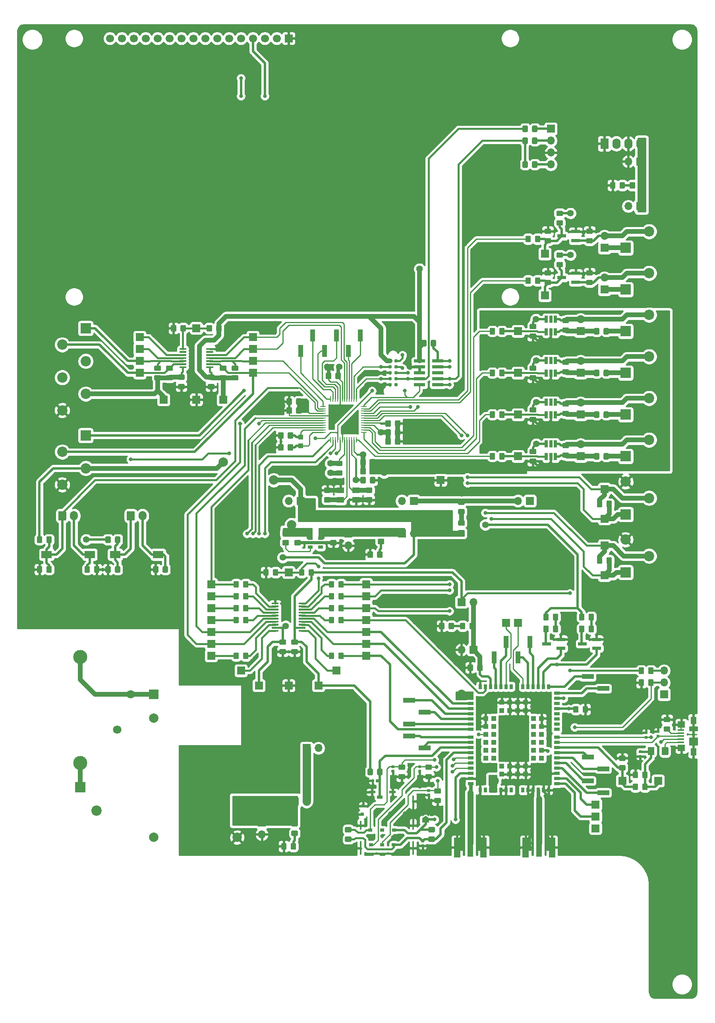
<source format=gtl>
G04 #@! TF.GenerationSoftware,KiCad,Pcbnew,5.1.5-52549c5~84~ubuntu19.04.1*
G04 #@! TF.CreationDate,2020-03-18T00:43:24+01:00*
G04 #@! TF.ProjectId,masterthesis-hardware,6d617374-6572-4746-9865-7369732d6861,v1.0*
G04 #@! TF.SameCoordinates,Original*
G04 #@! TF.FileFunction,Copper,L1,Top*
G04 #@! TF.FilePolarity,Positive*
%FSLAX46Y46*%
G04 Gerber Fmt 4.6, Leading zero omitted, Abs format (unit mm)*
G04 Created by KiCad (PCBNEW 5.1.5-52549c5~84~ubuntu19.04.1) date 2020-03-18 00:43:24*
%MOMM*%
%LPD*%
G04 APERTURE LIST*
%ADD10R,1.270000X3.600000*%
%ADD11R,1.350000X4.200000*%
%ADD12R,1.700000X1.700000*%
%ADD13C,0.100000*%
%ADD14R,1.750000X2.250000*%
%ADD15O,1.750000X2.250000*%
%ADD16R,1.000000X1.000000*%
%ADD17R,0.700000X1.100000*%
%ADD18R,1.150000X0.700000*%
%ADD19C,1.700000*%
%ADD20R,1.000000X2.510000*%
%ADD21R,2.510000X1.000000*%
%ADD22R,2.400000X0.740000*%
%ADD23R,1.600000X1.300000*%
%ADD24R,1.100000X1.050000*%
%ADD25R,1.060000X0.650000*%
%ADD26C,2.000000*%
%ADD27R,2.000000X2.000000*%
%ADD28R,0.250000X1.300000*%
%ADD29R,1.300000X0.250000*%
%ADD30R,0.900000X0.700000*%
%ADD31R,0.450000X2.900000*%
%ADD32R,0.750000X0.700000*%
%ADD33R,1.400000X0.500000*%
%ADD34R,0.450000X2.400000*%
%ADD35R,0.450000X1.900000*%
%ADD36R,0.300000X0.600000*%
%ADD37R,0.700000X0.700000*%
%ADD38R,1.200000X0.650000*%
%ADD39R,0.650000X1.560000*%
%ADD40O,1.700000X1.700000*%
%ADD41R,2.180000X1.600000*%
%ADD42C,1.800000*%
%ADD43R,1.900000X0.800000*%
%ADD44R,2.200000X2.200000*%
%ADD45C,2.200000*%
%ADD46O,1.700000X2.000000*%
%ADD47C,0.787400*%
%ADD48R,1.900000X1.000000*%
%ADD49R,1.900000X1.800000*%
%ADD50R,1.300000X1.650000*%
%ADD51R,1.550000X1.425000*%
%ADD52R,1.380000X0.450000*%
%ADD53C,3.000000*%
%ADD54C,0.800000*%
%ADD55C,1.400000*%
%ADD56C,0.508000*%
%ADD57C,1.016000*%
%ADD58C,0.635000*%
%ADD59C,0.762000*%
%ADD60C,0.228600*%
%ADD61C,0.254000*%
%ADD62C,0.381000*%
%ADD63C,1.778000*%
%ADD64C,1.270000*%
G04 APERTURE END LIST*
D10*
X148590000Y-203654000D03*
D11*
X151415000Y-203454000D03*
X145765000Y-203454000D03*
D10*
X133985000Y-203654000D03*
D11*
X136810000Y-203454000D03*
X131160000Y-203454000D03*
D12*
X95250000Y-168910000D03*
X88900000Y-168910000D03*
X101600000Y-168910000D03*
X75565000Y-107950000D03*
X68580000Y-107950000D03*
X81280000Y-107950000D03*
G04 #@! TA.AperFunction,SMDPad,CuDef*
D13*
G36*
X104734505Y-146621204D02*
G01*
X104758773Y-146624804D01*
X104782572Y-146630765D01*
X104805671Y-146639030D01*
X104827850Y-146649520D01*
X104848893Y-146662132D01*
X104868599Y-146676747D01*
X104886777Y-146693223D01*
X104903253Y-146711401D01*
X104917868Y-146731107D01*
X104930480Y-146752150D01*
X104940970Y-146774329D01*
X104949235Y-146797428D01*
X104955196Y-146821227D01*
X104958796Y-146845495D01*
X104960000Y-146869999D01*
X104960000Y-147770001D01*
X104958796Y-147794505D01*
X104955196Y-147818773D01*
X104949235Y-147842572D01*
X104940970Y-147865671D01*
X104930480Y-147887850D01*
X104917868Y-147908893D01*
X104903253Y-147928599D01*
X104886777Y-147946777D01*
X104868599Y-147963253D01*
X104848893Y-147977868D01*
X104827850Y-147990480D01*
X104805671Y-148000970D01*
X104782572Y-148009235D01*
X104758773Y-148015196D01*
X104734505Y-148018796D01*
X104710001Y-148020000D01*
X104059999Y-148020000D01*
X104035495Y-148018796D01*
X104011227Y-148015196D01*
X103987428Y-148009235D01*
X103964329Y-148000970D01*
X103942150Y-147990480D01*
X103921107Y-147977868D01*
X103901401Y-147963253D01*
X103883223Y-147946777D01*
X103866747Y-147928599D01*
X103852132Y-147908893D01*
X103839520Y-147887850D01*
X103829030Y-147865671D01*
X103820765Y-147842572D01*
X103814804Y-147818773D01*
X103811204Y-147794505D01*
X103810000Y-147770001D01*
X103810000Y-146869999D01*
X103811204Y-146845495D01*
X103814804Y-146821227D01*
X103820765Y-146797428D01*
X103829030Y-146774329D01*
X103839520Y-146752150D01*
X103852132Y-146731107D01*
X103866747Y-146711401D01*
X103883223Y-146693223D01*
X103901401Y-146676747D01*
X103921107Y-146662132D01*
X103942150Y-146649520D01*
X103964329Y-146639030D01*
X103987428Y-146630765D01*
X104011227Y-146624804D01*
X104035495Y-146621204D01*
X104059999Y-146620000D01*
X104710001Y-146620000D01*
X104734505Y-146621204D01*
G37*
G04 #@! TD.AperFunction*
G04 #@! TA.AperFunction,SMDPad,CuDef*
G36*
X106784505Y-146621204D02*
G01*
X106808773Y-146624804D01*
X106832572Y-146630765D01*
X106855671Y-146639030D01*
X106877850Y-146649520D01*
X106898893Y-146662132D01*
X106918599Y-146676747D01*
X106936777Y-146693223D01*
X106953253Y-146711401D01*
X106967868Y-146731107D01*
X106980480Y-146752150D01*
X106990970Y-146774329D01*
X106999235Y-146797428D01*
X107005196Y-146821227D01*
X107008796Y-146845495D01*
X107010000Y-146869999D01*
X107010000Y-147770001D01*
X107008796Y-147794505D01*
X107005196Y-147818773D01*
X106999235Y-147842572D01*
X106990970Y-147865671D01*
X106980480Y-147887850D01*
X106967868Y-147908893D01*
X106953253Y-147928599D01*
X106936777Y-147946777D01*
X106918599Y-147963253D01*
X106898893Y-147977868D01*
X106877850Y-147990480D01*
X106855671Y-148000970D01*
X106832572Y-148009235D01*
X106808773Y-148015196D01*
X106784505Y-148018796D01*
X106760001Y-148020000D01*
X106109999Y-148020000D01*
X106085495Y-148018796D01*
X106061227Y-148015196D01*
X106037428Y-148009235D01*
X106014329Y-148000970D01*
X105992150Y-147990480D01*
X105971107Y-147977868D01*
X105951401Y-147963253D01*
X105933223Y-147946777D01*
X105916747Y-147928599D01*
X105902132Y-147908893D01*
X105889520Y-147887850D01*
X105879030Y-147865671D01*
X105870765Y-147842572D01*
X105864804Y-147818773D01*
X105861204Y-147794505D01*
X105860000Y-147770001D01*
X105860000Y-146869999D01*
X105861204Y-146845495D01*
X105864804Y-146821227D01*
X105870765Y-146797428D01*
X105879030Y-146774329D01*
X105889520Y-146752150D01*
X105902132Y-146731107D01*
X105916747Y-146711401D01*
X105933223Y-146693223D01*
X105951401Y-146676747D01*
X105971107Y-146662132D01*
X105992150Y-146649520D01*
X106014329Y-146639030D01*
X106037428Y-146630765D01*
X106061227Y-146624804D01*
X106085495Y-146621204D01*
X106109999Y-146620000D01*
X106760001Y-146620000D01*
X106784505Y-146621204D01*
G37*
G04 #@! TD.AperFunction*
D12*
X111760000Y-147320000D03*
X111760000Y-149860000D03*
D14*
X162560000Y-53340000D03*
D15*
X165100000Y-53340000D03*
X167640000Y-53340000D03*
X170180000Y-53340000D03*
D16*
X144070000Y-174215000D03*
X140670000Y-174215000D03*
X145770000Y-172515000D03*
X140670000Y-172515000D03*
X142370000Y-174215000D03*
X145770000Y-174215000D03*
X142370000Y-172515000D03*
X144070000Y-172515000D03*
X144070000Y-186115000D03*
X140670000Y-186115000D03*
X142370000Y-186115000D03*
X145770000Y-186115000D03*
X140670000Y-187815000D03*
X142370000Y-187815000D03*
X144070000Y-187815000D03*
X145770000Y-187815000D03*
X138970000Y-184415000D03*
X138970000Y-182715000D03*
X137270000Y-179315000D03*
X138970000Y-177615000D03*
X137270000Y-175915000D03*
X138970000Y-179315000D03*
X137270000Y-181015000D03*
X137270000Y-184415000D03*
X138970000Y-181015000D03*
X137270000Y-182715000D03*
X138970000Y-175915000D03*
X137270000Y-177615000D03*
X147470000Y-184415000D03*
X147470000Y-182715000D03*
X147470000Y-177615000D03*
X147470000Y-179315000D03*
X147470000Y-181015000D03*
X147470000Y-175915000D03*
X149170000Y-175915000D03*
X149170000Y-177615000D03*
X149170000Y-179315000D03*
X149170000Y-181015000D03*
X149170000Y-182715000D03*
X149170000Y-184415000D03*
D17*
X146270000Y-191195000D03*
X139370000Y-191195000D03*
X142670000Y-191195000D03*
X148470000Y-191195000D03*
X140470000Y-191195000D03*
X150670000Y-191195000D03*
X137170000Y-191195000D03*
X138270000Y-191195000D03*
X149570000Y-191195000D03*
X136070000Y-191195000D03*
X147370000Y-191195000D03*
X141570000Y-191195000D03*
X145170000Y-191195000D03*
X136070000Y-169135000D03*
X137170000Y-169135000D03*
X138270000Y-169135000D03*
X139370000Y-169135000D03*
X140470000Y-169135000D03*
X141570000Y-169135000D03*
X142670000Y-169135000D03*
X145170000Y-169135000D03*
X146270000Y-169135000D03*
X147370000Y-169135000D03*
X148470000Y-169135000D03*
X149570000Y-169135000D03*
X150670000Y-169135000D03*
D18*
X134040000Y-182165000D03*
X134040000Y-170565000D03*
X134040000Y-181065000D03*
X134040000Y-187665000D03*
X134040000Y-189865000D03*
X134040000Y-171665000D03*
X134040000Y-178265000D03*
X134040000Y-188765000D03*
X134040000Y-184365000D03*
X134040000Y-174965000D03*
X134040000Y-173865000D03*
X134040000Y-183265000D03*
X134040000Y-186565000D03*
X134040000Y-172765000D03*
X134040000Y-176065000D03*
X134040000Y-185465000D03*
X134040000Y-177165000D03*
X134040000Y-179965000D03*
X152400000Y-170565000D03*
X152400000Y-171665000D03*
X152400000Y-172765000D03*
X152400000Y-173865000D03*
X152400000Y-174965000D03*
X152400000Y-176065000D03*
X152400000Y-177165000D03*
X152400000Y-189865000D03*
X152400000Y-188765000D03*
X152400000Y-187665000D03*
X152400000Y-186565000D03*
X152400000Y-185465000D03*
X152400000Y-184365000D03*
X152400000Y-183265000D03*
X152400000Y-182165000D03*
X152400000Y-181065000D03*
X152400000Y-179965000D03*
X152400000Y-178265000D03*
D19*
X57150000Y-30886000D03*
X59690000Y-30886000D03*
X62230000Y-30886000D03*
X64770000Y-30886000D03*
X67310000Y-30886000D03*
X69850000Y-30886000D03*
X72390000Y-30886000D03*
X74930000Y-30886000D03*
X77470000Y-30886000D03*
X80010000Y-30886000D03*
X82550000Y-30886000D03*
X85090000Y-30886000D03*
X87630000Y-30886000D03*
X90170000Y-30886000D03*
X92710000Y-30886000D03*
D12*
X95250000Y-30886000D03*
X160655000Y-194310000D03*
D20*
X107950000Y-97540000D03*
X110490000Y-94230000D03*
X97790000Y-97540000D03*
X102870000Y-97540000D03*
X100330000Y-94230000D03*
X105410000Y-94230000D03*
D21*
X124210000Y-174625000D03*
X120900000Y-177165000D03*
X120900000Y-172085000D03*
X159000000Y-167005000D03*
X162310000Y-169545000D03*
X124210000Y-182245000D03*
X120900000Y-179705000D03*
X159000000Y-184150000D03*
X159000000Y-189230000D03*
X162310000Y-186690000D03*
X162310000Y-191770000D03*
D20*
X139065000Y-162945000D03*
X141605000Y-159635000D03*
X144145000Y-162945000D03*
X146685000Y-159635000D03*
D22*
X127045000Y-104775000D03*
X123145000Y-104775000D03*
X127045000Y-103505000D03*
X123145000Y-103505000D03*
X127045000Y-102235000D03*
X123145000Y-102235000D03*
X127045000Y-100965000D03*
X123145000Y-100965000D03*
X127045000Y-99695000D03*
X123145000Y-99695000D03*
D23*
X106300000Y-127270000D03*
X109600000Y-127270000D03*
X109600000Y-129270000D03*
X106300000Y-129270000D03*
D24*
X97790000Y-117765000D03*
X97790000Y-115915000D03*
D25*
X102065000Y-137480000D03*
X102065000Y-139380000D03*
X99865000Y-139380000D03*
X99865000Y-138430000D03*
X99865000Y-137480000D03*
D26*
X84265000Y-196215000D03*
X84265000Y-201295000D03*
X66485000Y-201295000D03*
X66485000Y-175895000D03*
D27*
X66485000Y-170815000D03*
D28*
X104180000Y-107770000D03*
X104680000Y-107770000D03*
X105180000Y-107770000D03*
X105680000Y-107770000D03*
X106180000Y-107770000D03*
X106680000Y-107770000D03*
X107180000Y-107770000D03*
X107680000Y-107770000D03*
X108180000Y-107770000D03*
X108680000Y-107770000D03*
X109180000Y-107770000D03*
X109680000Y-107770000D03*
D29*
X111280000Y-109370000D03*
X111280000Y-109870000D03*
X111280000Y-110370000D03*
X111280000Y-110870000D03*
X111280000Y-111370000D03*
X111280000Y-111870000D03*
X111280000Y-112370000D03*
X111280000Y-112870000D03*
X111280000Y-113370000D03*
X111280000Y-113870000D03*
X111280000Y-114370000D03*
X111280000Y-114870000D03*
D28*
X109680000Y-116470000D03*
X109180000Y-116470000D03*
X108680000Y-116470000D03*
X108180000Y-116470000D03*
X107680000Y-116470000D03*
X107180000Y-116470000D03*
X106680000Y-116470000D03*
X106180000Y-116470000D03*
X105680000Y-116470000D03*
X105180000Y-116470000D03*
X104680000Y-116470000D03*
X104180000Y-116470000D03*
D29*
X102580000Y-114870000D03*
X102580000Y-114370000D03*
X102580000Y-113870000D03*
X102580000Y-113370000D03*
X102580000Y-112870000D03*
X102580000Y-112370000D03*
X102580000Y-111870000D03*
X102580000Y-111370000D03*
X102580000Y-110870000D03*
X102580000Y-110370000D03*
X102580000Y-109870000D03*
X102580000Y-109370000D03*
D30*
X115225000Y-202880000D03*
X112785000Y-202880000D03*
X117765000Y-199710000D03*
X115225000Y-199710000D03*
X112685000Y-199710000D03*
D31*
X110630000Y-203580000D03*
D32*
X111130000Y-194580000D03*
D33*
X113025000Y-191630000D03*
X117425000Y-191630000D03*
D34*
X121780000Y-193580000D03*
D35*
X121780000Y-198730000D03*
D31*
X121780000Y-203580000D03*
D36*
X116445000Y-204730000D03*
X114005000Y-204730000D03*
D37*
X110955000Y-196380000D03*
D35*
X110630000Y-198730000D03*
D30*
X117665000Y-202880000D03*
D38*
X114675000Y-192705000D03*
G04 #@! TA.AperFunction,SMDPad,CuDef*
D13*
G36*
X93034802Y-157030482D02*
G01*
X93044509Y-157031921D01*
X93054028Y-157034306D01*
X93063268Y-157037612D01*
X93072140Y-157041808D01*
X93080557Y-157046853D01*
X93088439Y-157052699D01*
X93095711Y-157059289D01*
X93102301Y-157066561D01*
X93108147Y-157074443D01*
X93113192Y-157082860D01*
X93117388Y-157091732D01*
X93120694Y-157100972D01*
X93123079Y-157110491D01*
X93124518Y-157120198D01*
X93125000Y-157130000D01*
X93125000Y-157330000D01*
X93124518Y-157339802D01*
X93123079Y-157349509D01*
X93120694Y-157359028D01*
X93117388Y-157368268D01*
X93113192Y-157377140D01*
X93108147Y-157385557D01*
X93102301Y-157393439D01*
X93095711Y-157400711D01*
X93088439Y-157407301D01*
X93080557Y-157413147D01*
X93072140Y-157418192D01*
X93063268Y-157422388D01*
X93054028Y-157425694D01*
X93044509Y-157428079D01*
X93034802Y-157429518D01*
X93025000Y-157430000D01*
X91750000Y-157430000D01*
X91740198Y-157429518D01*
X91730491Y-157428079D01*
X91720972Y-157425694D01*
X91711732Y-157422388D01*
X91702860Y-157418192D01*
X91694443Y-157413147D01*
X91686561Y-157407301D01*
X91679289Y-157400711D01*
X91672699Y-157393439D01*
X91666853Y-157385557D01*
X91661808Y-157377140D01*
X91657612Y-157368268D01*
X91654306Y-157359028D01*
X91651921Y-157349509D01*
X91650482Y-157339802D01*
X91650000Y-157330000D01*
X91650000Y-157130000D01*
X91650482Y-157120198D01*
X91651921Y-157110491D01*
X91654306Y-157100972D01*
X91657612Y-157091732D01*
X91661808Y-157082860D01*
X91666853Y-157074443D01*
X91672699Y-157066561D01*
X91679289Y-157059289D01*
X91686561Y-157052699D01*
X91694443Y-157046853D01*
X91702860Y-157041808D01*
X91711732Y-157037612D01*
X91720972Y-157034306D01*
X91730491Y-157031921D01*
X91740198Y-157030482D01*
X91750000Y-157030000D01*
X93025000Y-157030000D01*
X93034802Y-157030482D01*
G37*
G04 #@! TD.AperFunction*
G04 #@! TA.AperFunction,SMDPad,CuDef*
G36*
X93034802Y-156380482D02*
G01*
X93044509Y-156381921D01*
X93054028Y-156384306D01*
X93063268Y-156387612D01*
X93072140Y-156391808D01*
X93080557Y-156396853D01*
X93088439Y-156402699D01*
X93095711Y-156409289D01*
X93102301Y-156416561D01*
X93108147Y-156424443D01*
X93113192Y-156432860D01*
X93117388Y-156441732D01*
X93120694Y-156450972D01*
X93123079Y-156460491D01*
X93124518Y-156470198D01*
X93125000Y-156480000D01*
X93125000Y-156680000D01*
X93124518Y-156689802D01*
X93123079Y-156699509D01*
X93120694Y-156709028D01*
X93117388Y-156718268D01*
X93113192Y-156727140D01*
X93108147Y-156735557D01*
X93102301Y-156743439D01*
X93095711Y-156750711D01*
X93088439Y-156757301D01*
X93080557Y-156763147D01*
X93072140Y-156768192D01*
X93063268Y-156772388D01*
X93054028Y-156775694D01*
X93044509Y-156778079D01*
X93034802Y-156779518D01*
X93025000Y-156780000D01*
X91750000Y-156780000D01*
X91740198Y-156779518D01*
X91730491Y-156778079D01*
X91720972Y-156775694D01*
X91711732Y-156772388D01*
X91702860Y-156768192D01*
X91694443Y-156763147D01*
X91686561Y-156757301D01*
X91679289Y-156750711D01*
X91672699Y-156743439D01*
X91666853Y-156735557D01*
X91661808Y-156727140D01*
X91657612Y-156718268D01*
X91654306Y-156709028D01*
X91651921Y-156699509D01*
X91650482Y-156689802D01*
X91650000Y-156680000D01*
X91650000Y-156480000D01*
X91650482Y-156470198D01*
X91651921Y-156460491D01*
X91654306Y-156450972D01*
X91657612Y-156441732D01*
X91661808Y-156432860D01*
X91666853Y-156424443D01*
X91672699Y-156416561D01*
X91679289Y-156409289D01*
X91686561Y-156402699D01*
X91694443Y-156396853D01*
X91702860Y-156391808D01*
X91711732Y-156387612D01*
X91720972Y-156384306D01*
X91730491Y-156381921D01*
X91740198Y-156380482D01*
X91750000Y-156380000D01*
X93025000Y-156380000D01*
X93034802Y-156380482D01*
G37*
G04 #@! TD.AperFunction*
G04 #@! TA.AperFunction,SMDPad,CuDef*
G36*
X93034802Y-155730482D02*
G01*
X93044509Y-155731921D01*
X93054028Y-155734306D01*
X93063268Y-155737612D01*
X93072140Y-155741808D01*
X93080557Y-155746853D01*
X93088439Y-155752699D01*
X93095711Y-155759289D01*
X93102301Y-155766561D01*
X93108147Y-155774443D01*
X93113192Y-155782860D01*
X93117388Y-155791732D01*
X93120694Y-155800972D01*
X93123079Y-155810491D01*
X93124518Y-155820198D01*
X93125000Y-155830000D01*
X93125000Y-156030000D01*
X93124518Y-156039802D01*
X93123079Y-156049509D01*
X93120694Y-156059028D01*
X93117388Y-156068268D01*
X93113192Y-156077140D01*
X93108147Y-156085557D01*
X93102301Y-156093439D01*
X93095711Y-156100711D01*
X93088439Y-156107301D01*
X93080557Y-156113147D01*
X93072140Y-156118192D01*
X93063268Y-156122388D01*
X93054028Y-156125694D01*
X93044509Y-156128079D01*
X93034802Y-156129518D01*
X93025000Y-156130000D01*
X91750000Y-156130000D01*
X91740198Y-156129518D01*
X91730491Y-156128079D01*
X91720972Y-156125694D01*
X91711732Y-156122388D01*
X91702860Y-156118192D01*
X91694443Y-156113147D01*
X91686561Y-156107301D01*
X91679289Y-156100711D01*
X91672699Y-156093439D01*
X91666853Y-156085557D01*
X91661808Y-156077140D01*
X91657612Y-156068268D01*
X91654306Y-156059028D01*
X91651921Y-156049509D01*
X91650482Y-156039802D01*
X91650000Y-156030000D01*
X91650000Y-155830000D01*
X91650482Y-155820198D01*
X91651921Y-155810491D01*
X91654306Y-155800972D01*
X91657612Y-155791732D01*
X91661808Y-155782860D01*
X91666853Y-155774443D01*
X91672699Y-155766561D01*
X91679289Y-155759289D01*
X91686561Y-155752699D01*
X91694443Y-155746853D01*
X91702860Y-155741808D01*
X91711732Y-155737612D01*
X91720972Y-155734306D01*
X91730491Y-155731921D01*
X91740198Y-155730482D01*
X91750000Y-155730000D01*
X93025000Y-155730000D01*
X93034802Y-155730482D01*
G37*
G04 #@! TD.AperFunction*
G04 #@! TA.AperFunction,SMDPad,CuDef*
G36*
X93034802Y-155080482D02*
G01*
X93044509Y-155081921D01*
X93054028Y-155084306D01*
X93063268Y-155087612D01*
X93072140Y-155091808D01*
X93080557Y-155096853D01*
X93088439Y-155102699D01*
X93095711Y-155109289D01*
X93102301Y-155116561D01*
X93108147Y-155124443D01*
X93113192Y-155132860D01*
X93117388Y-155141732D01*
X93120694Y-155150972D01*
X93123079Y-155160491D01*
X93124518Y-155170198D01*
X93125000Y-155180000D01*
X93125000Y-155380000D01*
X93124518Y-155389802D01*
X93123079Y-155399509D01*
X93120694Y-155409028D01*
X93117388Y-155418268D01*
X93113192Y-155427140D01*
X93108147Y-155435557D01*
X93102301Y-155443439D01*
X93095711Y-155450711D01*
X93088439Y-155457301D01*
X93080557Y-155463147D01*
X93072140Y-155468192D01*
X93063268Y-155472388D01*
X93054028Y-155475694D01*
X93044509Y-155478079D01*
X93034802Y-155479518D01*
X93025000Y-155480000D01*
X91750000Y-155480000D01*
X91740198Y-155479518D01*
X91730491Y-155478079D01*
X91720972Y-155475694D01*
X91711732Y-155472388D01*
X91702860Y-155468192D01*
X91694443Y-155463147D01*
X91686561Y-155457301D01*
X91679289Y-155450711D01*
X91672699Y-155443439D01*
X91666853Y-155435557D01*
X91661808Y-155427140D01*
X91657612Y-155418268D01*
X91654306Y-155409028D01*
X91651921Y-155399509D01*
X91650482Y-155389802D01*
X91650000Y-155380000D01*
X91650000Y-155180000D01*
X91650482Y-155170198D01*
X91651921Y-155160491D01*
X91654306Y-155150972D01*
X91657612Y-155141732D01*
X91661808Y-155132860D01*
X91666853Y-155124443D01*
X91672699Y-155116561D01*
X91679289Y-155109289D01*
X91686561Y-155102699D01*
X91694443Y-155096853D01*
X91702860Y-155091808D01*
X91711732Y-155087612D01*
X91720972Y-155084306D01*
X91730491Y-155081921D01*
X91740198Y-155080482D01*
X91750000Y-155080000D01*
X93025000Y-155080000D01*
X93034802Y-155080482D01*
G37*
G04 #@! TD.AperFunction*
G04 #@! TA.AperFunction,SMDPad,CuDef*
G36*
X93034802Y-154430482D02*
G01*
X93044509Y-154431921D01*
X93054028Y-154434306D01*
X93063268Y-154437612D01*
X93072140Y-154441808D01*
X93080557Y-154446853D01*
X93088439Y-154452699D01*
X93095711Y-154459289D01*
X93102301Y-154466561D01*
X93108147Y-154474443D01*
X93113192Y-154482860D01*
X93117388Y-154491732D01*
X93120694Y-154500972D01*
X93123079Y-154510491D01*
X93124518Y-154520198D01*
X93125000Y-154530000D01*
X93125000Y-154730000D01*
X93124518Y-154739802D01*
X93123079Y-154749509D01*
X93120694Y-154759028D01*
X93117388Y-154768268D01*
X93113192Y-154777140D01*
X93108147Y-154785557D01*
X93102301Y-154793439D01*
X93095711Y-154800711D01*
X93088439Y-154807301D01*
X93080557Y-154813147D01*
X93072140Y-154818192D01*
X93063268Y-154822388D01*
X93054028Y-154825694D01*
X93044509Y-154828079D01*
X93034802Y-154829518D01*
X93025000Y-154830000D01*
X91750000Y-154830000D01*
X91740198Y-154829518D01*
X91730491Y-154828079D01*
X91720972Y-154825694D01*
X91711732Y-154822388D01*
X91702860Y-154818192D01*
X91694443Y-154813147D01*
X91686561Y-154807301D01*
X91679289Y-154800711D01*
X91672699Y-154793439D01*
X91666853Y-154785557D01*
X91661808Y-154777140D01*
X91657612Y-154768268D01*
X91654306Y-154759028D01*
X91651921Y-154749509D01*
X91650482Y-154739802D01*
X91650000Y-154730000D01*
X91650000Y-154530000D01*
X91650482Y-154520198D01*
X91651921Y-154510491D01*
X91654306Y-154500972D01*
X91657612Y-154491732D01*
X91661808Y-154482860D01*
X91666853Y-154474443D01*
X91672699Y-154466561D01*
X91679289Y-154459289D01*
X91686561Y-154452699D01*
X91694443Y-154446853D01*
X91702860Y-154441808D01*
X91711732Y-154437612D01*
X91720972Y-154434306D01*
X91730491Y-154431921D01*
X91740198Y-154430482D01*
X91750000Y-154430000D01*
X93025000Y-154430000D01*
X93034802Y-154430482D01*
G37*
G04 #@! TD.AperFunction*
G04 #@! TA.AperFunction,SMDPad,CuDef*
G36*
X93034802Y-153780482D02*
G01*
X93044509Y-153781921D01*
X93054028Y-153784306D01*
X93063268Y-153787612D01*
X93072140Y-153791808D01*
X93080557Y-153796853D01*
X93088439Y-153802699D01*
X93095711Y-153809289D01*
X93102301Y-153816561D01*
X93108147Y-153824443D01*
X93113192Y-153832860D01*
X93117388Y-153841732D01*
X93120694Y-153850972D01*
X93123079Y-153860491D01*
X93124518Y-153870198D01*
X93125000Y-153880000D01*
X93125000Y-154080000D01*
X93124518Y-154089802D01*
X93123079Y-154099509D01*
X93120694Y-154109028D01*
X93117388Y-154118268D01*
X93113192Y-154127140D01*
X93108147Y-154135557D01*
X93102301Y-154143439D01*
X93095711Y-154150711D01*
X93088439Y-154157301D01*
X93080557Y-154163147D01*
X93072140Y-154168192D01*
X93063268Y-154172388D01*
X93054028Y-154175694D01*
X93044509Y-154178079D01*
X93034802Y-154179518D01*
X93025000Y-154180000D01*
X91750000Y-154180000D01*
X91740198Y-154179518D01*
X91730491Y-154178079D01*
X91720972Y-154175694D01*
X91711732Y-154172388D01*
X91702860Y-154168192D01*
X91694443Y-154163147D01*
X91686561Y-154157301D01*
X91679289Y-154150711D01*
X91672699Y-154143439D01*
X91666853Y-154135557D01*
X91661808Y-154127140D01*
X91657612Y-154118268D01*
X91654306Y-154109028D01*
X91651921Y-154099509D01*
X91650482Y-154089802D01*
X91650000Y-154080000D01*
X91650000Y-153880000D01*
X91650482Y-153870198D01*
X91651921Y-153860491D01*
X91654306Y-153850972D01*
X91657612Y-153841732D01*
X91661808Y-153832860D01*
X91666853Y-153824443D01*
X91672699Y-153816561D01*
X91679289Y-153809289D01*
X91686561Y-153802699D01*
X91694443Y-153796853D01*
X91702860Y-153791808D01*
X91711732Y-153787612D01*
X91720972Y-153784306D01*
X91730491Y-153781921D01*
X91740198Y-153780482D01*
X91750000Y-153780000D01*
X93025000Y-153780000D01*
X93034802Y-153780482D01*
G37*
G04 #@! TD.AperFunction*
G04 #@! TA.AperFunction,SMDPad,CuDef*
G36*
X93034802Y-153130482D02*
G01*
X93044509Y-153131921D01*
X93054028Y-153134306D01*
X93063268Y-153137612D01*
X93072140Y-153141808D01*
X93080557Y-153146853D01*
X93088439Y-153152699D01*
X93095711Y-153159289D01*
X93102301Y-153166561D01*
X93108147Y-153174443D01*
X93113192Y-153182860D01*
X93117388Y-153191732D01*
X93120694Y-153200972D01*
X93123079Y-153210491D01*
X93124518Y-153220198D01*
X93125000Y-153230000D01*
X93125000Y-153430000D01*
X93124518Y-153439802D01*
X93123079Y-153449509D01*
X93120694Y-153459028D01*
X93117388Y-153468268D01*
X93113192Y-153477140D01*
X93108147Y-153485557D01*
X93102301Y-153493439D01*
X93095711Y-153500711D01*
X93088439Y-153507301D01*
X93080557Y-153513147D01*
X93072140Y-153518192D01*
X93063268Y-153522388D01*
X93054028Y-153525694D01*
X93044509Y-153528079D01*
X93034802Y-153529518D01*
X93025000Y-153530000D01*
X91750000Y-153530000D01*
X91740198Y-153529518D01*
X91730491Y-153528079D01*
X91720972Y-153525694D01*
X91711732Y-153522388D01*
X91702860Y-153518192D01*
X91694443Y-153513147D01*
X91686561Y-153507301D01*
X91679289Y-153500711D01*
X91672699Y-153493439D01*
X91666853Y-153485557D01*
X91661808Y-153477140D01*
X91657612Y-153468268D01*
X91654306Y-153459028D01*
X91651921Y-153449509D01*
X91650482Y-153439802D01*
X91650000Y-153430000D01*
X91650000Y-153230000D01*
X91650482Y-153220198D01*
X91651921Y-153210491D01*
X91654306Y-153200972D01*
X91657612Y-153191732D01*
X91661808Y-153182860D01*
X91666853Y-153174443D01*
X91672699Y-153166561D01*
X91679289Y-153159289D01*
X91686561Y-153152699D01*
X91694443Y-153146853D01*
X91702860Y-153141808D01*
X91711732Y-153137612D01*
X91720972Y-153134306D01*
X91730491Y-153131921D01*
X91740198Y-153130482D01*
X91750000Y-153130000D01*
X93025000Y-153130000D01*
X93034802Y-153130482D01*
G37*
G04 #@! TD.AperFunction*
G04 #@! TA.AperFunction,SMDPad,CuDef*
G36*
X93034802Y-152480482D02*
G01*
X93044509Y-152481921D01*
X93054028Y-152484306D01*
X93063268Y-152487612D01*
X93072140Y-152491808D01*
X93080557Y-152496853D01*
X93088439Y-152502699D01*
X93095711Y-152509289D01*
X93102301Y-152516561D01*
X93108147Y-152524443D01*
X93113192Y-152532860D01*
X93117388Y-152541732D01*
X93120694Y-152550972D01*
X93123079Y-152560491D01*
X93124518Y-152570198D01*
X93125000Y-152580000D01*
X93125000Y-152780000D01*
X93124518Y-152789802D01*
X93123079Y-152799509D01*
X93120694Y-152809028D01*
X93117388Y-152818268D01*
X93113192Y-152827140D01*
X93108147Y-152835557D01*
X93102301Y-152843439D01*
X93095711Y-152850711D01*
X93088439Y-152857301D01*
X93080557Y-152863147D01*
X93072140Y-152868192D01*
X93063268Y-152872388D01*
X93054028Y-152875694D01*
X93044509Y-152878079D01*
X93034802Y-152879518D01*
X93025000Y-152880000D01*
X91750000Y-152880000D01*
X91740198Y-152879518D01*
X91730491Y-152878079D01*
X91720972Y-152875694D01*
X91711732Y-152872388D01*
X91702860Y-152868192D01*
X91694443Y-152863147D01*
X91686561Y-152857301D01*
X91679289Y-152850711D01*
X91672699Y-152843439D01*
X91666853Y-152835557D01*
X91661808Y-152827140D01*
X91657612Y-152818268D01*
X91654306Y-152809028D01*
X91651921Y-152799509D01*
X91650482Y-152789802D01*
X91650000Y-152780000D01*
X91650000Y-152580000D01*
X91650482Y-152570198D01*
X91651921Y-152560491D01*
X91654306Y-152550972D01*
X91657612Y-152541732D01*
X91661808Y-152532860D01*
X91666853Y-152524443D01*
X91672699Y-152516561D01*
X91679289Y-152509289D01*
X91686561Y-152502699D01*
X91694443Y-152496853D01*
X91702860Y-152491808D01*
X91711732Y-152487612D01*
X91720972Y-152484306D01*
X91730491Y-152481921D01*
X91740198Y-152480482D01*
X91750000Y-152480000D01*
X93025000Y-152480000D01*
X93034802Y-152480482D01*
G37*
G04 #@! TD.AperFunction*
G04 #@! TA.AperFunction,SMDPad,CuDef*
G36*
X93034802Y-151830482D02*
G01*
X93044509Y-151831921D01*
X93054028Y-151834306D01*
X93063268Y-151837612D01*
X93072140Y-151841808D01*
X93080557Y-151846853D01*
X93088439Y-151852699D01*
X93095711Y-151859289D01*
X93102301Y-151866561D01*
X93108147Y-151874443D01*
X93113192Y-151882860D01*
X93117388Y-151891732D01*
X93120694Y-151900972D01*
X93123079Y-151910491D01*
X93124518Y-151920198D01*
X93125000Y-151930000D01*
X93125000Y-152130000D01*
X93124518Y-152139802D01*
X93123079Y-152149509D01*
X93120694Y-152159028D01*
X93117388Y-152168268D01*
X93113192Y-152177140D01*
X93108147Y-152185557D01*
X93102301Y-152193439D01*
X93095711Y-152200711D01*
X93088439Y-152207301D01*
X93080557Y-152213147D01*
X93072140Y-152218192D01*
X93063268Y-152222388D01*
X93054028Y-152225694D01*
X93044509Y-152228079D01*
X93034802Y-152229518D01*
X93025000Y-152230000D01*
X91750000Y-152230000D01*
X91740198Y-152229518D01*
X91730491Y-152228079D01*
X91720972Y-152225694D01*
X91711732Y-152222388D01*
X91702860Y-152218192D01*
X91694443Y-152213147D01*
X91686561Y-152207301D01*
X91679289Y-152200711D01*
X91672699Y-152193439D01*
X91666853Y-152185557D01*
X91661808Y-152177140D01*
X91657612Y-152168268D01*
X91654306Y-152159028D01*
X91651921Y-152149509D01*
X91650482Y-152139802D01*
X91650000Y-152130000D01*
X91650000Y-151930000D01*
X91650482Y-151920198D01*
X91651921Y-151910491D01*
X91654306Y-151900972D01*
X91657612Y-151891732D01*
X91661808Y-151882860D01*
X91666853Y-151874443D01*
X91672699Y-151866561D01*
X91679289Y-151859289D01*
X91686561Y-151852699D01*
X91694443Y-151846853D01*
X91702860Y-151841808D01*
X91711732Y-151837612D01*
X91720972Y-151834306D01*
X91730491Y-151831921D01*
X91740198Y-151830482D01*
X91750000Y-151830000D01*
X93025000Y-151830000D01*
X93034802Y-151830482D01*
G37*
G04 #@! TD.AperFunction*
G04 #@! TA.AperFunction,SMDPad,CuDef*
G36*
X93034802Y-151180482D02*
G01*
X93044509Y-151181921D01*
X93054028Y-151184306D01*
X93063268Y-151187612D01*
X93072140Y-151191808D01*
X93080557Y-151196853D01*
X93088439Y-151202699D01*
X93095711Y-151209289D01*
X93102301Y-151216561D01*
X93108147Y-151224443D01*
X93113192Y-151232860D01*
X93117388Y-151241732D01*
X93120694Y-151250972D01*
X93123079Y-151260491D01*
X93124518Y-151270198D01*
X93125000Y-151280000D01*
X93125000Y-151480000D01*
X93124518Y-151489802D01*
X93123079Y-151499509D01*
X93120694Y-151509028D01*
X93117388Y-151518268D01*
X93113192Y-151527140D01*
X93108147Y-151535557D01*
X93102301Y-151543439D01*
X93095711Y-151550711D01*
X93088439Y-151557301D01*
X93080557Y-151563147D01*
X93072140Y-151568192D01*
X93063268Y-151572388D01*
X93054028Y-151575694D01*
X93044509Y-151578079D01*
X93034802Y-151579518D01*
X93025000Y-151580000D01*
X91750000Y-151580000D01*
X91740198Y-151579518D01*
X91730491Y-151578079D01*
X91720972Y-151575694D01*
X91711732Y-151572388D01*
X91702860Y-151568192D01*
X91694443Y-151563147D01*
X91686561Y-151557301D01*
X91679289Y-151550711D01*
X91672699Y-151543439D01*
X91666853Y-151535557D01*
X91661808Y-151527140D01*
X91657612Y-151518268D01*
X91654306Y-151509028D01*
X91651921Y-151499509D01*
X91650482Y-151489802D01*
X91650000Y-151480000D01*
X91650000Y-151280000D01*
X91650482Y-151270198D01*
X91651921Y-151260491D01*
X91654306Y-151250972D01*
X91657612Y-151241732D01*
X91661808Y-151232860D01*
X91666853Y-151224443D01*
X91672699Y-151216561D01*
X91679289Y-151209289D01*
X91686561Y-151202699D01*
X91694443Y-151196853D01*
X91702860Y-151191808D01*
X91711732Y-151187612D01*
X91720972Y-151184306D01*
X91730491Y-151181921D01*
X91740198Y-151180482D01*
X91750000Y-151180000D01*
X93025000Y-151180000D01*
X93034802Y-151180482D01*
G37*
G04 #@! TD.AperFunction*
G04 #@! TA.AperFunction,SMDPad,CuDef*
G36*
X98759802Y-151180482D02*
G01*
X98769509Y-151181921D01*
X98779028Y-151184306D01*
X98788268Y-151187612D01*
X98797140Y-151191808D01*
X98805557Y-151196853D01*
X98813439Y-151202699D01*
X98820711Y-151209289D01*
X98827301Y-151216561D01*
X98833147Y-151224443D01*
X98838192Y-151232860D01*
X98842388Y-151241732D01*
X98845694Y-151250972D01*
X98848079Y-151260491D01*
X98849518Y-151270198D01*
X98850000Y-151280000D01*
X98850000Y-151480000D01*
X98849518Y-151489802D01*
X98848079Y-151499509D01*
X98845694Y-151509028D01*
X98842388Y-151518268D01*
X98838192Y-151527140D01*
X98833147Y-151535557D01*
X98827301Y-151543439D01*
X98820711Y-151550711D01*
X98813439Y-151557301D01*
X98805557Y-151563147D01*
X98797140Y-151568192D01*
X98788268Y-151572388D01*
X98779028Y-151575694D01*
X98769509Y-151578079D01*
X98759802Y-151579518D01*
X98750000Y-151580000D01*
X97475000Y-151580000D01*
X97465198Y-151579518D01*
X97455491Y-151578079D01*
X97445972Y-151575694D01*
X97436732Y-151572388D01*
X97427860Y-151568192D01*
X97419443Y-151563147D01*
X97411561Y-151557301D01*
X97404289Y-151550711D01*
X97397699Y-151543439D01*
X97391853Y-151535557D01*
X97386808Y-151527140D01*
X97382612Y-151518268D01*
X97379306Y-151509028D01*
X97376921Y-151499509D01*
X97375482Y-151489802D01*
X97375000Y-151480000D01*
X97375000Y-151280000D01*
X97375482Y-151270198D01*
X97376921Y-151260491D01*
X97379306Y-151250972D01*
X97382612Y-151241732D01*
X97386808Y-151232860D01*
X97391853Y-151224443D01*
X97397699Y-151216561D01*
X97404289Y-151209289D01*
X97411561Y-151202699D01*
X97419443Y-151196853D01*
X97427860Y-151191808D01*
X97436732Y-151187612D01*
X97445972Y-151184306D01*
X97455491Y-151181921D01*
X97465198Y-151180482D01*
X97475000Y-151180000D01*
X98750000Y-151180000D01*
X98759802Y-151180482D01*
G37*
G04 #@! TD.AperFunction*
G04 #@! TA.AperFunction,SMDPad,CuDef*
G36*
X98759802Y-151830482D02*
G01*
X98769509Y-151831921D01*
X98779028Y-151834306D01*
X98788268Y-151837612D01*
X98797140Y-151841808D01*
X98805557Y-151846853D01*
X98813439Y-151852699D01*
X98820711Y-151859289D01*
X98827301Y-151866561D01*
X98833147Y-151874443D01*
X98838192Y-151882860D01*
X98842388Y-151891732D01*
X98845694Y-151900972D01*
X98848079Y-151910491D01*
X98849518Y-151920198D01*
X98850000Y-151930000D01*
X98850000Y-152130000D01*
X98849518Y-152139802D01*
X98848079Y-152149509D01*
X98845694Y-152159028D01*
X98842388Y-152168268D01*
X98838192Y-152177140D01*
X98833147Y-152185557D01*
X98827301Y-152193439D01*
X98820711Y-152200711D01*
X98813439Y-152207301D01*
X98805557Y-152213147D01*
X98797140Y-152218192D01*
X98788268Y-152222388D01*
X98779028Y-152225694D01*
X98769509Y-152228079D01*
X98759802Y-152229518D01*
X98750000Y-152230000D01*
X97475000Y-152230000D01*
X97465198Y-152229518D01*
X97455491Y-152228079D01*
X97445972Y-152225694D01*
X97436732Y-152222388D01*
X97427860Y-152218192D01*
X97419443Y-152213147D01*
X97411561Y-152207301D01*
X97404289Y-152200711D01*
X97397699Y-152193439D01*
X97391853Y-152185557D01*
X97386808Y-152177140D01*
X97382612Y-152168268D01*
X97379306Y-152159028D01*
X97376921Y-152149509D01*
X97375482Y-152139802D01*
X97375000Y-152130000D01*
X97375000Y-151930000D01*
X97375482Y-151920198D01*
X97376921Y-151910491D01*
X97379306Y-151900972D01*
X97382612Y-151891732D01*
X97386808Y-151882860D01*
X97391853Y-151874443D01*
X97397699Y-151866561D01*
X97404289Y-151859289D01*
X97411561Y-151852699D01*
X97419443Y-151846853D01*
X97427860Y-151841808D01*
X97436732Y-151837612D01*
X97445972Y-151834306D01*
X97455491Y-151831921D01*
X97465198Y-151830482D01*
X97475000Y-151830000D01*
X98750000Y-151830000D01*
X98759802Y-151830482D01*
G37*
G04 #@! TD.AperFunction*
G04 #@! TA.AperFunction,SMDPad,CuDef*
G36*
X98759802Y-152480482D02*
G01*
X98769509Y-152481921D01*
X98779028Y-152484306D01*
X98788268Y-152487612D01*
X98797140Y-152491808D01*
X98805557Y-152496853D01*
X98813439Y-152502699D01*
X98820711Y-152509289D01*
X98827301Y-152516561D01*
X98833147Y-152524443D01*
X98838192Y-152532860D01*
X98842388Y-152541732D01*
X98845694Y-152550972D01*
X98848079Y-152560491D01*
X98849518Y-152570198D01*
X98850000Y-152580000D01*
X98850000Y-152780000D01*
X98849518Y-152789802D01*
X98848079Y-152799509D01*
X98845694Y-152809028D01*
X98842388Y-152818268D01*
X98838192Y-152827140D01*
X98833147Y-152835557D01*
X98827301Y-152843439D01*
X98820711Y-152850711D01*
X98813439Y-152857301D01*
X98805557Y-152863147D01*
X98797140Y-152868192D01*
X98788268Y-152872388D01*
X98779028Y-152875694D01*
X98769509Y-152878079D01*
X98759802Y-152879518D01*
X98750000Y-152880000D01*
X97475000Y-152880000D01*
X97465198Y-152879518D01*
X97455491Y-152878079D01*
X97445972Y-152875694D01*
X97436732Y-152872388D01*
X97427860Y-152868192D01*
X97419443Y-152863147D01*
X97411561Y-152857301D01*
X97404289Y-152850711D01*
X97397699Y-152843439D01*
X97391853Y-152835557D01*
X97386808Y-152827140D01*
X97382612Y-152818268D01*
X97379306Y-152809028D01*
X97376921Y-152799509D01*
X97375482Y-152789802D01*
X97375000Y-152780000D01*
X97375000Y-152580000D01*
X97375482Y-152570198D01*
X97376921Y-152560491D01*
X97379306Y-152550972D01*
X97382612Y-152541732D01*
X97386808Y-152532860D01*
X97391853Y-152524443D01*
X97397699Y-152516561D01*
X97404289Y-152509289D01*
X97411561Y-152502699D01*
X97419443Y-152496853D01*
X97427860Y-152491808D01*
X97436732Y-152487612D01*
X97445972Y-152484306D01*
X97455491Y-152481921D01*
X97465198Y-152480482D01*
X97475000Y-152480000D01*
X98750000Y-152480000D01*
X98759802Y-152480482D01*
G37*
G04 #@! TD.AperFunction*
G04 #@! TA.AperFunction,SMDPad,CuDef*
G36*
X98759802Y-153130482D02*
G01*
X98769509Y-153131921D01*
X98779028Y-153134306D01*
X98788268Y-153137612D01*
X98797140Y-153141808D01*
X98805557Y-153146853D01*
X98813439Y-153152699D01*
X98820711Y-153159289D01*
X98827301Y-153166561D01*
X98833147Y-153174443D01*
X98838192Y-153182860D01*
X98842388Y-153191732D01*
X98845694Y-153200972D01*
X98848079Y-153210491D01*
X98849518Y-153220198D01*
X98850000Y-153230000D01*
X98850000Y-153430000D01*
X98849518Y-153439802D01*
X98848079Y-153449509D01*
X98845694Y-153459028D01*
X98842388Y-153468268D01*
X98838192Y-153477140D01*
X98833147Y-153485557D01*
X98827301Y-153493439D01*
X98820711Y-153500711D01*
X98813439Y-153507301D01*
X98805557Y-153513147D01*
X98797140Y-153518192D01*
X98788268Y-153522388D01*
X98779028Y-153525694D01*
X98769509Y-153528079D01*
X98759802Y-153529518D01*
X98750000Y-153530000D01*
X97475000Y-153530000D01*
X97465198Y-153529518D01*
X97455491Y-153528079D01*
X97445972Y-153525694D01*
X97436732Y-153522388D01*
X97427860Y-153518192D01*
X97419443Y-153513147D01*
X97411561Y-153507301D01*
X97404289Y-153500711D01*
X97397699Y-153493439D01*
X97391853Y-153485557D01*
X97386808Y-153477140D01*
X97382612Y-153468268D01*
X97379306Y-153459028D01*
X97376921Y-153449509D01*
X97375482Y-153439802D01*
X97375000Y-153430000D01*
X97375000Y-153230000D01*
X97375482Y-153220198D01*
X97376921Y-153210491D01*
X97379306Y-153200972D01*
X97382612Y-153191732D01*
X97386808Y-153182860D01*
X97391853Y-153174443D01*
X97397699Y-153166561D01*
X97404289Y-153159289D01*
X97411561Y-153152699D01*
X97419443Y-153146853D01*
X97427860Y-153141808D01*
X97436732Y-153137612D01*
X97445972Y-153134306D01*
X97455491Y-153131921D01*
X97465198Y-153130482D01*
X97475000Y-153130000D01*
X98750000Y-153130000D01*
X98759802Y-153130482D01*
G37*
G04 #@! TD.AperFunction*
G04 #@! TA.AperFunction,SMDPad,CuDef*
G36*
X98759802Y-153780482D02*
G01*
X98769509Y-153781921D01*
X98779028Y-153784306D01*
X98788268Y-153787612D01*
X98797140Y-153791808D01*
X98805557Y-153796853D01*
X98813439Y-153802699D01*
X98820711Y-153809289D01*
X98827301Y-153816561D01*
X98833147Y-153824443D01*
X98838192Y-153832860D01*
X98842388Y-153841732D01*
X98845694Y-153850972D01*
X98848079Y-153860491D01*
X98849518Y-153870198D01*
X98850000Y-153880000D01*
X98850000Y-154080000D01*
X98849518Y-154089802D01*
X98848079Y-154099509D01*
X98845694Y-154109028D01*
X98842388Y-154118268D01*
X98838192Y-154127140D01*
X98833147Y-154135557D01*
X98827301Y-154143439D01*
X98820711Y-154150711D01*
X98813439Y-154157301D01*
X98805557Y-154163147D01*
X98797140Y-154168192D01*
X98788268Y-154172388D01*
X98779028Y-154175694D01*
X98769509Y-154178079D01*
X98759802Y-154179518D01*
X98750000Y-154180000D01*
X97475000Y-154180000D01*
X97465198Y-154179518D01*
X97455491Y-154178079D01*
X97445972Y-154175694D01*
X97436732Y-154172388D01*
X97427860Y-154168192D01*
X97419443Y-154163147D01*
X97411561Y-154157301D01*
X97404289Y-154150711D01*
X97397699Y-154143439D01*
X97391853Y-154135557D01*
X97386808Y-154127140D01*
X97382612Y-154118268D01*
X97379306Y-154109028D01*
X97376921Y-154099509D01*
X97375482Y-154089802D01*
X97375000Y-154080000D01*
X97375000Y-153880000D01*
X97375482Y-153870198D01*
X97376921Y-153860491D01*
X97379306Y-153850972D01*
X97382612Y-153841732D01*
X97386808Y-153832860D01*
X97391853Y-153824443D01*
X97397699Y-153816561D01*
X97404289Y-153809289D01*
X97411561Y-153802699D01*
X97419443Y-153796853D01*
X97427860Y-153791808D01*
X97436732Y-153787612D01*
X97445972Y-153784306D01*
X97455491Y-153781921D01*
X97465198Y-153780482D01*
X97475000Y-153780000D01*
X98750000Y-153780000D01*
X98759802Y-153780482D01*
G37*
G04 #@! TD.AperFunction*
G04 #@! TA.AperFunction,SMDPad,CuDef*
G36*
X98759802Y-154430482D02*
G01*
X98769509Y-154431921D01*
X98779028Y-154434306D01*
X98788268Y-154437612D01*
X98797140Y-154441808D01*
X98805557Y-154446853D01*
X98813439Y-154452699D01*
X98820711Y-154459289D01*
X98827301Y-154466561D01*
X98833147Y-154474443D01*
X98838192Y-154482860D01*
X98842388Y-154491732D01*
X98845694Y-154500972D01*
X98848079Y-154510491D01*
X98849518Y-154520198D01*
X98850000Y-154530000D01*
X98850000Y-154730000D01*
X98849518Y-154739802D01*
X98848079Y-154749509D01*
X98845694Y-154759028D01*
X98842388Y-154768268D01*
X98838192Y-154777140D01*
X98833147Y-154785557D01*
X98827301Y-154793439D01*
X98820711Y-154800711D01*
X98813439Y-154807301D01*
X98805557Y-154813147D01*
X98797140Y-154818192D01*
X98788268Y-154822388D01*
X98779028Y-154825694D01*
X98769509Y-154828079D01*
X98759802Y-154829518D01*
X98750000Y-154830000D01*
X97475000Y-154830000D01*
X97465198Y-154829518D01*
X97455491Y-154828079D01*
X97445972Y-154825694D01*
X97436732Y-154822388D01*
X97427860Y-154818192D01*
X97419443Y-154813147D01*
X97411561Y-154807301D01*
X97404289Y-154800711D01*
X97397699Y-154793439D01*
X97391853Y-154785557D01*
X97386808Y-154777140D01*
X97382612Y-154768268D01*
X97379306Y-154759028D01*
X97376921Y-154749509D01*
X97375482Y-154739802D01*
X97375000Y-154730000D01*
X97375000Y-154530000D01*
X97375482Y-154520198D01*
X97376921Y-154510491D01*
X97379306Y-154500972D01*
X97382612Y-154491732D01*
X97386808Y-154482860D01*
X97391853Y-154474443D01*
X97397699Y-154466561D01*
X97404289Y-154459289D01*
X97411561Y-154452699D01*
X97419443Y-154446853D01*
X97427860Y-154441808D01*
X97436732Y-154437612D01*
X97445972Y-154434306D01*
X97455491Y-154431921D01*
X97465198Y-154430482D01*
X97475000Y-154430000D01*
X98750000Y-154430000D01*
X98759802Y-154430482D01*
G37*
G04 #@! TD.AperFunction*
G04 #@! TA.AperFunction,SMDPad,CuDef*
G36*
X98759802Y-155080482D02*
G01*
X98769509Y-155081921D01*
X98779028Y-155084306D01*
X98788268Y-155087612D01*
X98797140Y-155091808D01*
X98805557Y-155096853D01*
X98813439Y-155102699D01*
X98820711Y-155109289D01*
X98827301Y-155116561D01*
X98833147Y-155124443D01*
X98838192Y-155132860D01*
X98842388Y-155141732D01*
X98845694Y-155150972D01*
X98848079Y-155160491D01*
X98849518Y-155170198D01*
X98850000Y-155180000D01*
X98850000Y-155380000D01*
X98849518Y-155389802D01*
X98848079Y-155399509D01*
X98845694Y-155409028D01*
X98842388Y-155418268D01*
X98838192Y-155427140D01*
X98833147Y-155435557D01*
X98827301Y-155443439D01*
X98820711Y-155450711D01*
X98813439Y-155457301D01*
X98805557Y-155463147D01*
X98797140Y-155468192D01*
X98788268Y-155472388D01*
X98779028Y-155475694D01*
X98769509Y-155478079D01*
X98759802Y-155479518D01*
X98750000Y-155480000D01*
X97475000Y-155480000D01*
X97465198Y-155479518D01*
X97455491Y-155478079D01*
X97445972Y-155475694D01*
X97436732Y-155472388D01*
X97427860Y-155468192D01*
X97419443Y-155463147D01*
X97411561Y-155457301D01*
X97404289Y-155450711D01*
X97397699Y-155443439D01*
X97391853Y-155435557D01*
X97386808Y-155427140D01*
X97382612Y-155418268D01*
X97379306Y-155409028D01*
X97376921Y-155399509D01*
X97375482Y-155389802D01*
X97375000Y-155380000D01*
X97375000Y-155180000D01*
X97375482Y-155170198D01*
X97376921Y-155160491D01*
X97379306Y-155150972D01*
X97382612Y-155141732D01*
X97386808Y-155132860D01*
X97391853Y-155124443D01*
X97397699Y-155116561D01*
X97404289Y-155109289D01*
X97411561Y-155102699D01*
X97419443Y-155096853D01*
X97427860Y-155091808D01*
X97436732Y-155087612D01*
X97445972Y-155084306D01*
X97455491Y-155081921D01*
X97465198Y-155080482D01*
X97475000Y-155080000D01*
X98750000Y-155080000D01*
X98759802Y-155080482D01*
G37*
G04 #@! TD.AperFunction*
G04 #@! TA.AperFunction,SMDPad,CuDef*
G36*
X98759802Y-155730482D02*
G01*
X98769509Y-155731921D01*
X98779028Y-155734306D01*
X98788268Y-155737612D01*
X98797140Y-155741808D01*
X98805557Y-155746853D01*
X98813439Y-155752699D01*
X98820711Y-155759289D01*
X98827301Y-155766561D01*
X98833147Y-155774443D01*
X98838192Y-155782860D01*
X98842388Y-155791732D01*
X98845694Y-155800972D01*
X98848079Y-155810491D01*
X98849518Y-155820198D01*
X98850000Y-155830000D01*
X98850000Y-156030000D01*
X98849518Y-156039802D01*
X98848079Y-156049509D01*
X98845694Y-156059028D01*
X98842388Y-156068268D01*
X98838192Y-156077140D01*
X98833147Y-156085557D01*
X98827301Y-156093439D01*
X98820711Y-156100711D01*
X98813439Y-156107301D01*
X98805557Y-156113147D01*
X98797140Y-156118192D01*
X98788268Y-156122388D01*
X98779028Y-156125694D01*
X98769509Y-156128079D01*
X98759802Y-156129518D01*
X98750000Y-156130000D01*
X97475000Y-156130000D01*
X97465198Y-156129518D01*
X97455491Y-156128079D01*
X97445972Y-156125694D01*
X97436732Y-156122388D01*
X97427860Y-156118192D01*
X97419443Y-156113147D01*
X97411561Y-156107301D01*
X97404289Y-156100711D01*
X97397699Y-156093439D01*
X97391853Y-156085557D01*
X97386808Y-156077140D01*
X97382612Y-156068268D01*
X97379306Y-156059028D01*
X97376921Y-156049509D01*
X97375482Y-156039802D01*
X97375000Y-156030000D01*
X97375000Y-155830000D01*
X97375482Y-155820198D01*
X97376921Y-155810491D01*
X97379306Y-155800972D01*
X97382612Y-155791732D01*
X97386808Y-155782860D01*
X97391853Y-155774443D01*
X97397699Y-155766561D01*
X97404289Y-155759289D01*
X97411561Y-155752699D01*
X97419443Y-155746853D01*
X97427860Y-155741808D01*
X97436732Y-155737612D01*
X97445972Y-155734306D01*
X97455491Y-155731921D01*
X97465198Y-155730482D01*
X97475000Y-155730000D01*
X98750000Y-155730000D01*
X98759802Y-155730482D01*
G37*
G04 #@! TD.AperFunction*
G04 #@! TA.AperFunction,SMDPad,CuDef*
G36*
X98759802Y-156380482D02*
G01*
X98769509Y-156381921D01*
X98779028Y-156384306D01*
X98788268Y-156387612D01*
X98797140Y-156391808D01*
X98805557Y-156396853D01*
X98813439Y-156402699D01*
X98820711Y-156409289D01*
X98827301Y-156416561D01*
X98833147Y-156424443D01*
X98838192Y-156432860D01*
X98842388Y-156441732D01*
X98845694Y-156450972D01*
X98848079Y-156460491D01*
X98849518Y-156470198D01*
X98850000Y-156480000D01*
X98850000Y-156680000D01*
X98849518Y-156689802D01*
X98848079Y-156699509D01*
X98845694Y-156709028D01*
X98842388Y-156718268D01*
X98838192Y-156727140D01*
X98833147Y-156735557D01*
X98827301Y-156743439D01*
X98820711Y-156750711D01*
X98813439Y-156757301D01*
X98805557Y-156763147D01*
X98797140Y-156768192D01*
X98788268Y-156772388D01*
X98779028Y-156775694D01*
X98769509Y-156778079D01*
X98759802Y-156779518D01*
X98750000Y-156780000D01*
X97475000Y-156780000D01*
X97465198Y-156779518D01*
X97455491Y-156778079D01*
X97445972Y-156775694D01*
X97436732Y-156772388D01*
X97427860Y-156768192D01*
X97419443Y-156763147D01*
X97411561Y-156757301D01*
X97404289Y-156750711D01*
X97397699Y-156743439D01*
X97391853Y-156735557D01*
X97386808Y-156727140D01*
X97382612Y-156718268D01*
X97379306Y-156709028D01*
X97376921Y-156699509D01*
X97375482Y-156689802D01*
X97375000Y-156680000D01*
X97375000Y-156480000D01*
X97375482Y-156470198D01*
X97376921Y-156460491D01*
X97379306Y-156450972D01*
X97382612Y-156441732D01*
X97386808Y-156432860D01*
X97391853Y-156424443D01*
X97397699Y-156416561D01*
X97404289Y-156409289D01*
X97411561Y-156402699D01*
X97419443Y-156396853D01*
X97427860Y-156391808D01*
X97436732Y-156387612D01*
X97445972Y-156384306D01*
X97455491Y-156381921D01*
X97465198Y-156380482D01*
X97475000Y-156380000D01*
X98750000Y-156380000D01*
X98759802Y-156380482D01*
G37*
G04 #@! TD.AperFunction*
G04 #@! TA.AperFunction,SMDPad,CuDef*
G36*
X98759802Y-157030482D02*
G01*
X98769509Y-157031921D01*
X98779028Y-157034306D01*
X98788268Y-157037612D01*
X98797140Y-157041808D01*
X98805557Y-157046853D01*
X98813439Y-157052699D01*
X98820711Y-157059289D01*
X98827301Y-157066561D01*
X98833147Y-157074443D01*
X98838192Y-157082860D01*
X98842388Y-157091732D01*
X98845694Y-157100972D01*
X98848079Y-157110491D01*
X98849518Y-157120198D01*
X98850000Y-157130000D01*
X98850000Y-157330000D01*
X98849518Y-157339802D01*
X98848079Y-157349509D01*
X98845694Y-157359028D01*
X98842388Y-157368268D01*
X98838192Y-157377140D01*
X98833147Y-157385557D01*
X98827301Y-157393439D01*
X98820711Y-157400711D01*
X98813439Y-157407301D01*
X98805557Y-157413147D01*
X98797140Y-157418192D01*
X98788268Y-157422388D01*
X98779028Y-157425694D01*
X98769509Y-157428079D01*
X98759802Y-157429518D01*
X98750000Y-157430000D01*
X97475000Y-157430000D01*
X97465198Y-157429518D01*
X97455491Y-157428079D01*
X97445972Y-157425694D01*
X97436732Y-157422388D01*
X97427860Y-157418192D01*
X97419443Y-157413147D01*
X97411561Y-157407301D01*
X97404289Y-157400711D01*
X97397699Y-157393439D01*
X97391853Y-157385557D01*
X97386808Y-157377140D01*
X97382612Y-157368268D01*
X97379306Y-157359028D01*
X97376921Y-157349509D01*
X97375482Y-157339802D01*
X97375000Y-157330000D01*
X97375000Y-157130000D01*
X97375482Y-157120198D01*
X97376921Y-157110491D01*
X97379306Y-157100972D01*
X97382612Y-157091732D01*
X97386808Y-157082860D01*
X97391853Y-157074443D01*
X97397699Y-157066561D01*
X97404289Y-157059289D01*
X97411561Y-157052699D01*
X97419443Y-157046853D01*
X97427860Y-157041808D01*
X97436732Y-157037612D01*
X97445972Y-157034306D01*
X97455491Y-157031921D01*
X97465198Y-157030482D01*
X97475000Y-157030000D01*
X98750000Y-157030000D01*
X98759802Y-157030482D01*
G37*
G04 #@! TD.AperFunction*
D39*
X151130000Y-90805000D03*
X150180000Y-90805000D03*
X152080000Y-90805000D03*
X152080000Y-93505000D03*
X151130000Y-93505000D03*
X150180000Y-93505000D03*
X151130000Y-99615000D03*
X150180000Y-99615000D03*
X152080000Y-99615000D03*
X152080000Y-102315000D03*
X151130000Y-102315000D03*
X150180000Y-102315000D03*
X151130000Y-108505000D03*
X150180000Y-108505000D03*
X152080000Y-108505000D03*
X152080000Y-111205000D03*
X151130000Y-111205000D03*
X150180000Y-111205000D03*
X151130000Y-117395000D03*
X150180000Y-117395000D03*
X152080000Y-117395000D03*
X152080000Y-120095000D03*
X151130000Y-120095000D03*
X150180000Y-120095000D03*
G04 #@! TA.AperFunction,SMDPad,CuDef*
D13*
G36*
X73349802Y-100810482D02*
G01*
X73359509Y-100811921D01*
X73369028Y-100814306D01*
X73378268Y-100817612D01*
X73387140Y-100821808D01*
X73395557Y-100826853D01*
X73403439Y-100832699D01*
X73410711Y-100839289D01*
X73417301Y-100846561D01*
X73423147Y-100854443D01*
X73428192Y-100862860D01*
X73432388Y-100871732D01*
X73435694Y-100880972D01*
X73438079Y-100890491D01*
X73439518Y-100900198D01*
X73440000Y-100910000D01*
X73440000Y-101110000D01*
X73439518Y-101119802D01*
X73438079Y-101129509D01*
X73435694Y-101139028D01*
X73432388Y-101148268D01*
X73428192Y-101157140D01*
X73423147Y-101165557D01*
X73417301Y-101173439D01*
X73410711Y-101180711D01*
X73403439Y-101187301D01*
X73395557Y-101193147D01*
X73387140Y-101198192D01*
X73378268Y-101202388D01*
X73369028Y-101205694D01*
X73359509Y-101208079D01*
X73349802Y-101209518D01*
X73340000Y-101210000D01*
X72065000Y-101210000D01*
X72055198Y-101209518D01*
X72045491Y-101208079D01*
X72035972Y-101205694D01*
X72026732Y-101202388D01*
X72017860Y-101198192D01*
X72009443Y-101193147D01*
X72001561Y-101187301D01*
X71994289Y-101180711D01*
X71987699Y-101173439D01*
X71981853Y-101165557D01*
X71976808Y-101157140D01*
X71972612Y-101148268D01*
X71969306Y-101139028D01*
X71966921Y-101129509D01*
X71965482Y-101119802D01*
X71965000Y-101110000D01*
X71965000Y-100910000D01*
X71965482Y-100900198D01*
X71966921Y-100890491D01*
X71969306Y-100880972D01*
X71972612Y-100871732D01*
X71976808Y-100862860D01*
X71981853Y-100854443D01*
X71987699Y-100846561D01*
X71994289Y-100839289D01*
X72001561Y-100832699D01*
X72009443Y-100826853D01*
X72017860Y-100821808D01*
X72026732Y-100817612D01*
X72035972Y-100814306D01*
X72045491Y-100811921D01*
X72055198Y-100810482D01*
X72065000Y-100810000D01*
X73340000Y-100810000D01*
X73349802Y-100810482D01*
G37*
G04 #@! TD.AperFunction*
G04 #@! TA.AperFunction,SMDPad,CuDef*
G36*
X73349802Y-100160482D02*
G01*
X73359509Y-100161921D01*
X73369028Y-100164306D01*
X73378268Y-100167612D01*
X73387140Y-100171808D01*
X73395557Y-100176853D01*
X73403439Y-100182699D01*
X73410711Y-100189289D01*
X73417301Y-100196561D01*
X73423147Y-100204443D01*
X73428192Y-100212860D01*
X73432388Y-100221732D01*
X73435694Y-100230972D01*
X73438079Y-100240491D01*
X73439518Y-100250198D01*
X73440000Y-100260000D01*
X73440000Y-100460000D01*
X73439518Y-100469802D01*
X73438079Y-100479509D01*
X73435694Y-100489028D01*
X73432388Y-100498268D01*
X73428192Y-100507140D01*
X73423147Y-100515557D01*
X73417301Y-100523439D01*
X73410711Y-100530711D01*
X73403439Y-100537301D01*
X73395557Y-100543147D01*
X73387140Y-100548192D01*
X73378268Y-100552388D01*
X73369028Y-100555694D01*
X73359509Y-100558079D01*
X73349802Y-100559518D01*
X73340000Y-100560000D01*
X72065000Y-100560000D01*
X72055198Y-100559518D01*
X72045491Y-100558079D01*
X72035972Y-100555694D01*
X72026732Y-100552388D01*
X72017860Y-100548192D01*
X72009443Y-100543147D01*
X72001561Y-100537301D01*
X71994289Y-100530711D01*
X71987699Y-100523439D01*
X71981853Y-100515557D01*
X71976808Y-100507140D01*
X71972612Y-100498268D01*
X71969306Y-100489028D01*
X71966921Y-100479509D01*
X71965482Y-100469802D01*
X71965000Y-100460000D01*
X71965000Y-100260000D01*
X71965482Y-100250198D01*
X71966921Y-100240491D01*
X71969306Y-100230972D01*
X71972612Y-100221732D01*
X71976808Y-100212860D01*
X71981853Y-100204443D01*
X71987699Y-100196561D01*
X71994289Y-100189289D01*
X72001561Y-100182699D01*
X72009443Y-100176853D01*
X72017860Y-100171808D01*
X72026732Y-100167612D01*
X72035972Y-100164306D01*
X72045491Y-100161921D01*
X72055198Y-100160482D01*
X72065000Y-100160000D01*
X73340000Y-100160000D01*
X73349802Y-100160482D01*
G37*
G04 #@! TD.AperFunction*
G04 #@! TA.AperFunction,SMDPad,CuDef*
G36*
X73349802Y-99510482D02*
G01*
X73359509Y-99511921D01*
X73369028Y-99514306D01*
X73378268Y-99517612D01*
X73387140Y-99521808D01*
X73395557Y-99526853D01*
X73403439Y-99532699D01*
X73410711Y-99539289D01*
X73417301Y-99546561D01*
X73423147Y-99554443D01*
X73428192Y-99562860D01*
X73432388Y-99571732D01*
X73435694Y-99580972D01*
X73438079Y-99590491D01*
X73439518Y-99600198D01*
X73440000Y-99610000D01*
X73440000Y-99810000D01*
X73439518Y-99819802D01*
X73438079Y-99829509D01*
X73435694Y-99839028D01*
X73432388Y-99848268D01*
X73428192Y-99857140D01*
X73423147Y-99865557D01*
X73417301Y-99873439D01*
X73410711Y-99880711D01*
X73403439Y-99887301D01*
X73395557Y-99893147D01*
X73387140Y-99898192D01*
X73378268Y-99902388D01*
X73369028Y-99905694D01*
X73359509Y-99908079D01*
X73349802Y-99909518D01*
X73340000Y-99910000D01*
X72065000Y-99910000D01*
X72055198Y-99909518D01*
X72045491Y-99908079D01*
X72035972Y-99905694D01*
X72026732Y-99902388D01*
X72017860Y-99898192D01*
X72009443Y-99893147D01*
X72001561Y-99887301D01*
X71994289Y-99880711D01*
X71987699Y-99873439D01*
X71981853Y-99865557D01*
X71976808Y-99857140D01*
X71972612Y-99848268D01*
X71969306Y-99839028D01*
X71966921Y-99829509D01*
X71965482Y-99819802D01*
X71965000Y-99810000D01*
X71965000Y-99610000D01*
X71965482Y-99600198D01*
X71966921Y-99590491D01*
X71969306Y-99580972D01*
X71972612Y-99571732D01*
X71976808Y-99562860D01*
X71981853Y-99554443D01*
X71987699Y-99546561D01*
X71994289Y-99539289D01*
X72001561Y-99532699D01*
X72009443Y-99526853D01*
X72017860Y-99521808D01*
X72026732Y-99517612D01*
X72035972Y-99514306D01*
X72045491Y-99511921D01*
X72055198Y-99510482D01*
X72065000Y-99510000D01*
X73340000Y-99510000D01*
X73349802Y-99510482D01*
G37*
G04 #@! TD.AperFunction*
G04 #@! TA.AperFunction,SMDPad,CuDef*
G36*
X73349802Y-98860482D02*
G01*
X73359509Y-98861921D01*
X73369028Y-98864306D01*
X73378268Y-98867612D01*
X73387140Y-98871808D01*
X73395557Y-98876853D01*
X73403439Y-98882699D01*
X73410711Y-98889289D01*
X73417301Y-98896561D01*
X73423147Y-98904443D01*
X73428192Y-98912860D01*
X73432388Y-98921732D01*
X73435694Y-98930972D01*
X73438079Y-98940491D01*
X73439518Y-98950198D01*
X73440000Y-98960000D01*
X73440000Y-99160000D01*
X73439518Y-99169802D01*
X73438079Y-99179509D01*
X73435694Y-99189028D01*
X73432388Y-99198268D01*
X73428192Y-99207140D01*
X73423147Y-99215557D01*
X73417301Y-99223439D01*
X73410711Y-99230711D01*
X73403439Y-99237301D01*
X73395557Y-99243147D01*
X73387140Y-99248192D01*
X73378268Y-99252388D01*
X73369028Y-99255694D01*
X73359509Y-99258079D01*
X73349802Y-99259518D01*
X73340000Y-99260000D01*
X72065000Y-99260000D01*
X72055198Y-99259518D01*
X72045491Y-99258079D01*
X72035972Y-99255694D01*
X72026732Y-99252388D01*
X72017860Y-99248192D01*
X72009443Y-99243147D01*
X72001561Y-99237301D01*
X71994289Y-99230711D01*
X71987699Y-99223439D01*
X71981853Y-99215557D01*
X71976808Y-99207140D01*
X71972612Y-99198268D01*
X71969306Y-99189028D01*
X71966921Y-99179509D01*
X71965482Y-99169802D01*
X71965000Y-99160000D01*
X71965000Y-98960000D01*
X71965482Y-98950198D01*
X71966921Y-98940491D01*
X71969306Y-98930972D01*
X71972612Y-98921732D01*
X71976808Y-98912860D01*
X71981853Y-98904443D01*
X71987699Y-98896561D01*
X71994289Y-98889289D01*
X72001561Y-98882699D01*
X72009443Y-98876853D01*
X72017860Y-98871808D01*
X72026732Y-98867612D01*
X72035972Y-98864306D01*
X72045491Y-98861921D01*
X72055198Y-98860482D01*
X72065000Y-98860000D01*
X73340000Y-98860000D01*
X73349802Y-98860482D01*
G37*
G04 #@! TD.AperFunction*
G04 #@! TA.AperFunction,SMDPad,CuDef*
G36*
X73349802Y-98210482D02*
G01*
X73359509Y-98211921D01*
X73369028Y-98214306D01*
X73378268Y-98217612D01*
X73387140Y-98221808D01*
X73395557Y-98226853D01*
X73403439Y-98232699D01*
X73410711Y-98239289D01*
X73417301Y-98246561D01*
X73423147Y-98254443D01*
X73428192Y-98262860D01*
X73432388Y-98271732D01*
X73435694Y-98280972D01*
X73438079Y-98290491D01*
X73439518Y-98300198D01*
X73440000Y-98310000D01*
X73440000Y-98510000D01*
X73439518Y-98519802D01*
X73438079Y-98529509D01*
X73435694Y-98539028D01*
X73432388Y-98548268D01*
X73428192Y-98557140D01*
X73423147Y-98565557D01*
X73417301Y-98573439D01*
X73410711Y-98580711D01*
X73403439Y-98587301D01*
X73395557Y-98593147D01*
X73387140Y-98598192D01*
X73378268Y-98602388D01*
X73369028Y-98605694D01*
X73359509Y-98608079D01*
X73349802Y-98609518D01*
X73340000Y-98610000D01*
X72065000Y-98610000D01*
X72055198Y-98609518D01*
X72045491Y-98608079D01*
X72035972Y-98605694D01*
X72026732Y-98602388D01*
X72017860Y-98598192D01*
X72009443Y-98593147D01*
X72001561Y-98587301D01*
X71994289Y-98580711D01*
X71987699Y-98573439D01*
X71981853Y-98565557D01*
X71976808Y-98557140D01*
X71972612Y-98548268D01*
X71969306Y-98539028D01*
X71966921Y-98529509D01*
X71965482Y-98519802D01*
X71965000Y-98510000D01*
X71965000Y-98310000D01*
X71965482Y-98300198D01*
X71966921Y-98290491D01*
X71969306Y-98280972D01*
X71972612Y-98271732D01*
X71976808Y-98262860D01*
X71981853Y-98254443D01*
X71987699Y-98246561D01*
X71994289Y-98239289D01*
X72001561Y-98232699D01*
X72009443Y-98226853D01*
X72017860Y-98221808D01*
X72026732Y-98217612D01*
X72035972Y-98214306D01*
X72045491Y-98211921D01*
X72055198Y-98210482D01*
X72065000Y-98210000D01*
X73340000Y-98210000D01*
X73349802Y-98210482D01*
G37*
G04 #@! TD.AperFunction*
G04 #@! TA.AperFunction,SMDPad,CuDef*
G36*
X73349802Y-97560482D02*
G01*
X73359509Y-97561921D01*
X73369028Y-97564306D01*
X73378268Y-97567612D01*
X73387140Y-97571808D01*
X73395557Y-97576853D01*
X73403439Y-97582699D01*
X73410711Y-97589289D01*
X73417301Y-97596561D01*
X73423147Y-97604443D01*
X73428192Y-97612860D01*
X73432388Y-97621732D01*
X73435694Y-97630972D01*
X73438079Y-97640491D01*
X73439518Y-97650198D01*
X73440000Y-97660000D01*
X73440000Y-97860000D01*
X73439518Y-97869802D01*
X73438079Y-97879509D01*
X73435694Y-97889028D01*
X73432388Y-97898268D01*
X73428192Y-97907140D01*
X73423147Y-97915557D01*
X73417301Y-97923439D01*
X73410711Y-97930711D01*
X73403439Y-97937301D01*
X73395557Y-97943147D01*
X73387140Y-97948192D01*
X73378268Y-97952388D01*
X73369028Y-97955694D01*
X73359509Y-97958079D01*
X73349802Y-97959518D01*
X73340000Y-97960000D01*
X72065000Y-97960000D01*
X72055198Y-97959518D01*
X72045491Y-97958079D01*
X72035972Y-97955694D01*
X72026732Y-97952388D01*
X72017860Y-97948192D01*
X72009443Y-97943147D01*
X72001561Y-97937301D01*
X71994289Y-97930711D01*
X71987699Y-97923439D01*
X71981853Y-97915557D01*
X71976808Y-97907140D01*
X71972612Y-97898268D01*
X71969306Y-97889028D01*
X71966921Y-97879509D01*
X71965482Y-97869802D01*
X71965000Y-97860000D01*
X71965000Y-97660000D01*
X71965482Y-97650198D01*
X71966921Y-97640491D01*
X71969306Y-97630972D01*
X71972612Y-97621732D01*
X71976808Y-97612860D01*
X71981853Y-97604443D01*
X71987699Y-97596561D01*
X71994289Y-97589289D01*
X72001561Y-97582699D01*
X72009443Y-97576853D01*
X72017860Y-97571808D01*
X72026732Y-97567612D01*
X72035972Y-97564306D01*
X72045491Y-97561921D01*
X72055198Y-97560482D01*
X72065000Y-97560000D01*
X73340000Y-97560000D01*
X73349802Y-97560482D01*
G37*
G04 #@! TD.AperFunction*
G04 #@! TA.AperFunction,SMDPad,CuDef*
G36*
X73349802Y-96910482D02*
G01*
X73359509Y-96911921D01*
X73369028Y-96914306D01*
X73378268Y-96917612D01*
X73387140Y-96921808D01*
X73395557Y-96926853D01*
X73403439Y-96932699D01*
X73410711Y-96939289D01*
X73417301Y-96946561D01*
X73423147Y-96954443D01*
X73428192Y-96962860D01*
X73432388Y-96971732D01*
X73435694Y-96980972D01*
X73438079Y-96990491D01*
X73439518Y-97000198D01*
X73440000Y-97010000D01*
X73440000Y-97210000D01*
X73439518Y-97219802D01*
X73438079Y-97229509D01*
X73435694Y-97239028D01*
X73432388Y-97248268D01*
X73428192Y-97257140D01*
X73423147Y-97265557D01*
X73417301Y-97273439D01*
X73410711Y-97280711D01*
X73403439Y-97287301D01*
X73395557Y-97293147D01*
X73387140Y-97298192D01*
X73378268Y-97302388D01*
X73369028Y-97305694D01*
X73359509Y-97308079D01*
X73349802Y-97309518D01*
X73340000Y-97310000D01*
X72065000Y-97310000D01*
X72055198Y-97309518D01*
X72045491Y-97308079D01*
X72035972Y-97305694D01*
X72026732Y-97302388D01*
X72017860Y-97298192D01*
X72009443Y-97293147D01*
X72001561Y-97287301D01*
X71994289Y-97280711D01*
X71987699Y-97273439D01*
X71981853Y-97265557D01*
X71976808Y-97257140D01*
X71972612Y-97248268D01*
X71969306Y-97239028D01*
X71966921Y-97229509D01*
X71965482Y-97219802D01*
X71965000Y-97210000D01*
X71965000Y-97010000D01*
X71965482Y-97000198D01*
X71966921Y-96990491D01*
X71969306Y-96980972D01*
X71972612Y-96971732D01*
X71976808Y-96962860D01*
X71981853Y-96954443D01*
X71987699Y-96946561D01*
X71994289Y-96939289D01*
X72001561Y-96932699D01*
X72009443Y-96926853D01*
X72017860Y-96921808D01*
X72026732Y-96917612D01*
X72035972Y-96914306D01*
X72045491Y-96911921D01*
X72055198Y-96910482D01*
X72065000Y-96910000D01*
X73340000Y-96910000D01*
X73349802Y-96910482D01*
G37*
G04 #@! TD.AperFunction*
G04 #@! TA.AperFunction,SMDPad,CuDef*
G36*
X79074802Y-96910482D02*
G01*
X79084509Y-96911921D01*
X79094028Y-96914306D01*
X79103268Y-96917612D01*
X79112140Y-96921808D01*
X79120557Y-96926853D01*
X79128439Y-96932699D01*
X79135711Y-96939289D01*
X79142301Y-96946561D01*
X79148147Y-96954443D01*
X79153192Y-96962860D01*
X79157388Y-96971732D01*
X79160694Y-96980972D01*
X79163079Y-96990491D01*
X79164518Y-97000198D01*
X79165000Y-97010000D01*
X79165000Y-97210000D01*
X79164518Y-97219802D01*
X79163079Y-97229509D01*
X79160694Y-97239028D01*
X79157388Y-97248268D01*
X79153192Y-97257140D01*
X79148147Y-97265557D01*
X79142301Y-97273439D01*
X79135711Y-97280711D01*
X79128439Y-97287301D01*
X79120557Y-97293147D01*
X79112140Y-97298192D01*
X79103268Y-97302388D01*
X79094028Y-97305694D01*
X79084509Y-97308079D01*
X79074802Y-97309518D01*
X79065000Y-97310000D01*
X77790000Y-97310000D01*
X77780198Y-97309518D01*
X77770491Y-97308079D01*
X77760972Y-97305694D01*
X77751732Y-97302388D01*
X77742860Y-97298192D01*
X77734443Y-97293147D01*
X77726561Y-97287301D01*
X77719289Y-97280711D01*
X77712699Y-97273439D01*
X77706853Y-97265557D01*
X77701808Y-97257140D01*
X77697612Y-97248268D01*
X77694306Y-97239028D01*
X77691921Y-97229509D01*
X77690482Y-97219802D01*
X77690000Y-97210000D01*
X77690000Y-97010000D01*
X77690482Y-97000198D01*
X77691921Y-96990491D01*
X77694306Y-96980972D01*
X77697612Y-96971732D01*
X77701808Y-96962860D01*
X77706853Y-96954443D01*
X77712699Y-96946561D01*
X77719289Y-96939289D01*
X77726561Y-96932699D01*
X77734443Y-96926853D01*
X77742860Y-96921808D01*
X77751732Y-96917612D01*
X77760972Y-96914306D01*
X77770491Y-96911921D01*
X77780198Y-96910482D01*
X77790000Y-96910000D01*
X79065000Y-96910000D01*
X79074802Y-96910482D01*
G37*
G04 #@! TD.AperFunction*
G04 #@! TA.AperFunction,SMDPad,CuDef*
G36*
X79074802Y-97560482D02*
G01*
X79084509Y-97561921D01*
X79094028Y-97564306D01*
X79103268Y-97567612D01*
X79112140Y-97571808D01*
X79120557Y-97576853D01*
X79128439Y-97582699D01*
X79135711Y-97589289D01*
X79142301Y-97596561D01*
X79148147Y-97604443D01*
X79153192Y-97612860D01*
X79157388Y-97621732D01*
X79160694Y-97630972D01*
X79163079Y-97640491D01*
X79164518Y-97650198D01*
X79165000Y-97660000D01*
X79165000Y-97860000D01*
X79164518Y-97869802D01*
X79163079Y-97879509D01*
X79160694Y-97889028D01*
X79157388Y-97898268D01*
X79153192Y-97907140D01*
X79148147Y-97915557D01*
X79142301Y-97923439D01*
X79135711Y-97930711D01*
X79128439Y-97937301D01*
X79120557Y-97943147D01*
X79112140Y-97948192D01*
X79103268Y-97952388D01*
X79094028Y-97955694D01*
X79084509Y-97958079D01*
X79074802Y-97959518D01*
X79065000Y-97960000D01*
X77790000Y-97960000D01*
X77780198Y-97959518D01*
X77770491Y-97958079D01*
X77760972Y-97955694D01*
X77751732Y-97952388D01*
X77742860Y-97948192D01*
X77734443Y-97943147D01*
X77726561Y-97937301D01*
X77719289Y-97930711D01*
X77712699Y-97923439D01*
X77706853Y-97915557D01*
X77701808Y-97907140D01*
X77697612Y-97898268D01*
X77694306Y-97889028D01*
X77691921Y-97879509D01*
X77690482Y-97869802D01*
X77690000Y-97860000D01*
X77690000Y-97660000D01*
X77690482Y-97650198D01*
X77691921Y-97640491D01*
X77694306Y-97630972D01*
X77697612Y-97621732D01*
X77701808Y-97612860D01*
X77706853Y-97604443D01*
X77712699Y-97596561D01*
X77719289Y-97589289D01*
X77726561Y-97582699D01*
X77734443Y-97576853D01*
X77742860Y-97571808D01*
X77751732Y-97567612D01*
X77760972Y-97564306D01*
X77770491Y-97561921D01*
X77780198Y-97560482D01*
X77790000Y-97560000D01*
X79065000Y-97560000D01*
X79074802Y-97560482D01*
G37*
G04 #@! TD.AperFunction*
G04 #@! TA.AperFunction,SMDPad,CuDef*
G36*
X79074802Y-98210482D02*
G01*
X79084509Y-98211921D01*
X79094028Y-98214306D01*
X79103268Y-98217612D01*
X79112140Y-98221808D01*
X79120557Y-98226853D01*
X79128439Y-98232699D01*
X79135711Y-98239289D01*
X79142301Y-98246561D01*
X79148147Y-98254443D01*
X79153192Y-98262860D01*
X79157388Y-98271732D01*
X79160694Y-98280972D01*
X79163079Y-98290491D01*
X79164518Y-98300198D01*
X79165000Y-98310000D01*
X79165000Y-98510000D01*
X79164518Y-98519802D01*
X79163079Y-98529509D01*
X79160694Y-98539028D01*
X79157388Y-98548268D01*
X79153192Y-98557140D01*
X79148147Y-98565557D01*
X79142301Y-98573439D01*
X79135711Y-98580711D01*
X79128439Y-98587301D01*
X79120557Y-98593147D01*
X79112140Y-98598192D01*
X79103268Y-98602388D01*
X79094028Y-98605694D01*
X79084509Y-98608079D01*
X79074802Y-98609518D01*
X79065000Y-98610000D01*
X77790000Y-98610000D01*
X77780198Y-98609518D01*
X77770491Y-98608079D01*
X77760972Y-98605694D01*
X77751732Y-98602388D01*
X77742860Y-98598192D01*
X77734443Y-98593147D01*
X77726561Y-98587301D01*
X77719289Y-98580711D01*
X77712699Y-98573439D01*
X77706853Y-98565557D01*
X77701808Y-98557140D01*
X77697612Y-98548268D01*
X77694306Y-98539028D01*
X77691921Y-98529509D01*
X77690482Y-98519802D01*
X77690000Y-98510000D01*
X77690000Y-98310000D01*
X77690482Y-98300198D01*
X77691921Y-98290491D01*
X77694306Y-98280972D01*
X77697612Y-98271732D01*
X77701808Y-98262860D01*
X77706853Y-98254443D01*
X77712699Y-98246561D01*
X77719289Y-98239289D01*
X77726561Y-98232699D01*
X77734443Y-98226853D01*
X77742860Y-98221808D01*
X77751732Y-98217612D01*
X77760972Y-98214306D01*
X77770491Y-98211921D01*
X77780198Y-98210482D01*
X77790000Y-98210000D01*
X79065000Y-98210000D01*
X79074802Y-98210482D01*
G37*
G04 #@! TD.AperFunction*
G04 #@! TA.AperFunction,SMDPad,CuDef*
G36*
X79074802Y-98860482D02*
G01*
X79084509Y-98861921D01*
X79094028Y-98864306D01*
X79103268Y-98867612D01*
X79112140Y-98871808D01*
X79120557Y-98876853D01*
X79128439Y-98882699D01*
X79135711Y-98889289D01*
X79142301Y-98896561D01*
X79148147Y-98904443D01*
X79153192Y-98912860D01*
X79157388Y-98921732D01*
X79160694Y-98930972D01*
X79163079Y-98940491D01*
X79164518Y-98950198D01*
X79165000Y-98960000D01*
X79165000Y-99160000D01*
X79164518Y-99169802D01*
X79163079Y-99179509D01*
X79160694Y-99189028D01*
X79157388Y-99198268D01*
X79153192Y-99207140D01*
X79148147Y-99215557D01*
X79142301Y-99223439D01*
X79135711Y-99230711D01*
X79128439Y-99237301D01*
X79120557Y-99243147D01*
X79112140Y-99248192D01*
X79103268Y-99252388D01*
X79094028Y-99255694D01*
X79084509Y-99258079D01*
X79074802Y-99259518D01*
X79065000Y-99260000D01*
X77790000Y-99260000D01*
X77780198Y-99259518D01*
X77770491Y-99258079D01*
X77760972Y-99255694D01*
X77751732Y-99252388D01*
X77742860Y-99248192D01*
X77734443Y-99243147D01*
X77726561Y-99237301D01*
X77719289Y-99230711D01*
X77712699Y-99223439D01*
X77706853Y-99215557D01*
X77701808Y-99207140D01*
X77697612Y-99198268D01*
X77694306Y-99189028D01*
X77691921Y-99179509D01*
X77690482Y-99169802D01*
X77690000Y-99160000D01*
X77690000Y-98960000D01*
X77690482Y-98950198D01*
X77691921Y-98940491D01*
X77694306Y-98930972D01*
X77697612Y-98921732D01*
X77701808Y-98912860D01*
X77706853Y-98904443D01*
X77712699Y-98896561D01*
X77719289Y-98889289D01*
X77726561Y-98882699D01*
X77734443Y-98876853D01*
X77742860Y-98871808D01*
X77751732Y-98867612D01*
X77760972Y-98864306D01*
X77770491Y-98861921D01*
X77780198Y-98860482D01*
X77790000Y-98860000D01*
X79065000Y-98860000D01*
X79074802Y-98860482D01*
G37*
G04 #@! TD.AperFunction*
G04 #@! TA.AperFunction,SMDPad,CuDef*
G36*
X79074802Y-99510482D02*
G01*
X79084509Y-99511921D01*
X79094028Y-99514306D01*
X79103268Y-99517612D01*
X79112140Y-99521808D01*
X79120557Y-99526853D01*
X79128439Y-99532699D01*
X79135711Y-99539289D01*
X79142301Y-99546561D01*
X79148147Y-99554443D01*
X79153192Y-99562860D01*
X79157388Y-99571732D01*
X79160694Y-99580972D01*
X79163079Y-99590491D01*
X79164518Y-99600198D01*
X79165000Y-99610000D01*
X79165000Y-99810000D01*
X79164518Y-99819802D01*
X79163079Y-99829509D01*
X79160694Y-99839028D01*
X79157388Y-99848268D01*
X79153192Y-99857140D01*
X79148147Y-99865557D01*
X79142301Y-99873439D01*
X79135711Y-99880711D01*
X79128439Y-99887301D01*
X79120557Y-99893147D01*
X79112140Y-99898192D01*
X79103268Y-99902388D01*
X79094028Y-99905694D01*
X79084509Y-99908079D01*
X79074802Y-99909518D01*
X79065000Y-99910000D01*
X77790000Y-99910000D01*
X77780198Y-99909518D01*
X77770491Y-99908079D01*
X77760972Y-99905694D01*
X77751732Y-99902388D01*
X77742860Y-99898192D01*
X77734443Y-99893147D01*
X77726561Y-99887301D01*
X77719289Y-99880711D01*
X77712699Y-99873439D01*
X77706853Y-99865557D01*
X77701808Y-99857140D01*
X77697612Y-99848268D01*
X77694306Y-99839028D01*
X77691921Y-99829509D01*
X77690482Y-99819802D01*
X77690000Y-99810000D01*
X77690000Y-99610000D01*
X77690482Y-99600198D01*
X77691921Y-99590491D01*
X77694306Y-99580972D01*
X77697612Y-99571732D01*
X77701808Y-99562860D01*
X77706853Y-99554443D01*
X77712699Y-99546561D01*
X77719289Y-99539289D01*
X77726561Y-99532699D01*
X77734443Y-99526853D01*
X77742860Y-99521808D01*
X77751732Y-99517612D01*
X77760972Y-99514306D01*
X77770491Y-99511921D01*
X77780198Y-99510482D01*
X77790000Y-99510000D01*
X79065000Y-99510000D01*
X79074802Y-99510482D01*
G37*
G04 #@! TD.AperFunction*
G04 #@! TA.AperFunction,SMDPad,CuDef*
G36*
X79074802Y-100160482D02*
G01*
X79084509Y-100161921D01*
X79094028Y-100164306D01*
X79103268Y-100167612D01*
X79112140Y-100171808D01*
X79120557Y-100176853D01*
X79128439Y-100182699D01*
X79135711Y-100189289D01*
X79142301Y-100196561D01*
X79148147Y-100204443D01*
X79153192Y-100212860D01*
X79157388Y-100221732D01*
X79160694Y-100230972D01*
X79163079Y-100240491D01*
X79164518Y-100250198D01*
X79165000Y-100260000D01*
X79165000Y-100460000D01*
X79164518Y-100469802D01*
X79163079Y-100479509D01*
X79160694Y-100489028D01*
X79157388Y-100498268D01*
X79153192Y-100507140D01*
X79148147Y-100515557D01*
X79142301Y-100523439D01*
X79135711Y-100530711D01*
X79128439Y-100537301D01*
X79120557Y-100543147D01*
X79112140Y-100548192D01*
X79103268Y-100552388D01*
X79094028Y-100555694D01*
X79084509Y-100558079D01*
X79074802Y-100559518D01*
X79065000Y-100560000D01*
X77790000Y-100560000D01*
X77780198Y-100559518D01*
X77770491Y-100558079D01*
X77760972Y-100555694D01*
X77751732Y-100552388D01*
X77742860Y-100548192D01*
X77734443Y-100543147D01*
X77726561Y-100537301D01*
X77719289Y-100530711D01*
X77712699Y-100523439D01*
X77706853Y-100515557D01*
X77701808Y-100507140D01*
X77697612Y-100498268D01*
X77694306Y-100489028D01*
X77691921Y-100479509D01*
X77690482Y-100469802D01*
X77690000Y-100460000D01*
X77690000Y-100260000D01*
X77690482Y-100250198D01*
X77691921Y-100240491D01*
X77694306Y-100230972D01*
X77697612Y-100221732D01*
X77701808Y-100212860D01*
X77706853Y-100204443D01*
X77712699Y-100196561D01*
X77719289Y-100189289D01*
X77726561Y-100182699D01*
X77734443Y-100176853D01*
X77742860Y-100171808D01*
X77751732Y-100167612D01*
X77760972Y-100164306D01*
X77770491Y-100161921D01*
X77780198Y-100160482D01*
X77790000Y-100160000D01*
X79065000Y-100160000D01*
X79074802Y-100160482D01*
G37*
G04 #@! TD.AperFunction*
G04 #@! TA.AperFunction,SMDPad,CuDef*
G36*
X79074802Y-100810482D02*
G01*
X79084509Y-100811921D01*
X79094028Y-100814306D01*
X79103268Y-100817612D01*
X79112140Y-100821808D01*
X79120557Y-100826853D01*
X79128439Y-100832699D01*
X79135711Y-100839289D01*
X79142301Y-100846561D01*
X79148147Y-100854443D01*
X79153192Y-100862860D01*
X79157388Y-100871732D01*
X79160694Y-100880972D01*
X79163079Y-100890491D01*
X79164518Y-100900198D01*
X79165000Y-100910000D01*
X79165000Y-101110000D01*
X79164518Y-101119802D01*
X79163079Y-101129509D01*
X79160694Y-101139028D01*
X79157388Y-101148268D01*
X79153192Y-101157140D01*
X79148147Y-101165557D01*
X79142301Y-101173439D01*
X79135711Y-101180711D01*
X79128439Y-101187301D01*
X79120557Y-101193147D01*
X79112140Y-101198192D01*
X79103268Y-101202388D01*
X79094028Y-101205694D01*
X79084509Y-101208079D01*
X79074802Y-101209518D01*
X79065000Y-101210000D01*
X77790000Y-101210000D01*
X77780198Y-101209518D01*
X77770491Y-101208079D01*
X77760972Y-101205694D01*
X77751732Y-101202388D01*
X77742860Y-101198192D01*
X77734443Y-101193147D01*
X77726561Y-101187301D01*
X77719289Y-101180711D01*
X77712699Y-101173439D01*
X77706853Y-101165557D01*
X77701808Y-101157140D01*
X77697612Y-101148268D01*
X77694306Y-101139028D01*
X77691921Y-101129509D01*
X77690482Y-101119802D01*
X77690000Y-101110000D01*
X77690000Y-100910000D01*
X77690482Y-100900198D01*
X77691921Y-100890491D01*
X77694306Y-100880972D01*
X77697612Y-100871732D01*
X77701808Y-100862860D01*
X77706853Y-100854443D01*
X77712699Y-100846561D01*
X77719289Y-100839289D01*
X77726561Y-100832699D01*
X77734443Y-100826853D01*
X77742860Y-100821808D01*
X77751732Y-100817612D01*
X77760972Y-100814306D01*
X77770491Y-100811921D01*
X77780198Y-100810482D01*
X77790000Y-100810000D01*
X79065000Y-100810000D01*
X79074802Y-100810482D01*
G37*
G04 #@! TD.AperFunction*
D40*
X107950000Y-139065000D03*
D12*
X107950000Y-136525000D03*
D40*
X89535000Y-200660000D03*
D12*
X89535000Y-198120000D03*
D40*
X167640000Y-57150000D03*
D12*
X170180000Y-57150000D03*
X111760000Y-162560000D03*
X78740000Y-162560000D03*
X111760000Y-160020000D03*
X78740000Y-160020000D03*
X111760000Y-157480000D03*
X78740000Y-157480000D03*
X111760000Y-154940000D03*
X78740000Y-154940000D03*
X173990000Y-189230000D03*
X166370000Y-189230000D03*
X111760000Y-152400000D03*
X78740000Y-152400000D03*
X78740000Y-149860000D03*
X78740000Y-147320000D03*
D40*
X132080000Y-161290000D03*
D12*
X134620000Y-161290000D03*
X95250000Y-144780000D03*
X144145000Y-93345000D03*
X144145000Y-102235000D03*
D40*
X157480000Y-90805000D03*
D12*
X157480000Y-93345000D03*
D40*
X157480000Y-99695000D03*
D12*
X157480000Y-102235000D03*
X144145000Y-111125000D03*
X144145000Y-120015000D03*
D40*
X157480000Y-108585000D03*
D12*
X157480000Y-111125000D03*
D40*
X157480000Y-117475000D03*
D12*
X157480000Y-120015000D03*
X162560000Y-139065000D03*
X162560000Y-145415000D03*
X162560000Y-127000000D03*
X162560000Y-133350000D03*
X149860000Y-76835000D03*
D40*
X162560000Y-73025000D03*
D12*
X162560000Y-75565000D03*
X63500000Y-94615000D03*
X87630000Y-94615000D03*
X63500000Y-97155000D03*
X87630000Y-97155000D03*
X63500000Y-99695000D03*
X87630000Y-99695000D03*
X149860000Y-85725000D03*
X63500000Y-102235000D03*
X87630000Y-102235000D03*
D40*
X162560000Y-81915000D03*
D12*
X162560000Y-84455000D03*
X75565000Y-92710000D03*
D41*
X67455000Y-140970000D03*
X58275000Y-140970000D03*
X52850000Y-140970000D03*
X43670000Y-140970000D03*
D42*
X58695000Y-178315000D03*
X61595000Y-170815000D03*
G04 #@! TA.AperFunction,SMDPad,CuDef*
D13*
G36*
X112989505Y-140271204D02*
G01*
X113013773Y-140274804D01*
X113037572Y-140280765D01*
X113060671Y-140289030D01*
X113082850Y-140299520D01*
X113103893Y-140312132D01*
X113123599Y-140326747D01*
X113141777Y-140343223D01*
X113158253Y-140361401D01*
X113172868Y-140381107D01*
X113185480Y-140402150D01*
X113195970Y-140424329D01*
X113204235Y-140447428D01*
X113210196Y-140471227D01*
X113213796Y-140495495D01*
X113215000Y-140519999D01*
X113215000Y-141420001D01*
X113213796Y-141444505D01*
X113210196Y-141468773D01*
X113204235Y-141492572D01*
X113195970Y-141515671D01*
X113185480Y-141537850D01*
X113172868Y-141558893D01*
X113158253Y-141578599D01*
X113141777Y-141596777D01*
X113123599Y-141613253D01*
X113103893Y-141627868D01*
X113082850Y-141640480D01*
X113060671Y-141650970D01*
X113037572Y-141659235D01*
X113013773Y-141665196D01*
X112989505Y-141668796D01*
X112965001Y-141670000D01*
X112314999Y-141670000D01*
X112290495Y-141668796D01*
X112266227Y-141665196D01*
X112242428Y-141659235D01*
X112219329Y-141650970D01*
X112197150Y-141640480D01*
X112176107Y-141627868D01*
X112156401Y-141613253D01*
X112138223Y-141596777D01*
X112121747Y-141578599D01*
X112107132Y-141558893D01*
X112094520Y-141537850D01*
X112084030Y-141515671D01*
X112075765Y-141492572D01*
X112069804Y-141468773D01*
X112066204Y-141444505D01*
X112065000Y-141420001D01*
X112065000Y-140519999D01*
X112066204Y-140495495D01*
X112069804Y-140471227D01*
X112075765Y-140447428D01*
X112084030Y-140424329D01*
X112094520Y-140402150D01*
X112107132Y-140381107D01*
X112121747Y-140361401D01*
X112138223Y-140343223D01*
X112156401Y-140326747D01*
X112176107Y-140312132D01*
X112197150Y-140299520D01*
X112219329Y-140289030D01*
X112242428Y-140280765D01*
X112266227Y-140274804D01*
X112290495Y-140271204D01*
X112314999Y-140270000D01*
X112965001Y-140270000D01*
X112989505Y-140271204D01*
G37*
G04 #@! TD.AperFunction*
G04 #@! TA.AperFunction,SMDPad,CuDef*
G36*
X115039505Y-140271204D02*
G01*
X115063773Y-140274804D01*
X115087572Y-140280765D01*
X115110671Y-140289030D01*
X115132850Y-140299520D01*
X115153893Y-140312132D01*
X115173599Y-140326747D01*
X115191777Y-140343223D01*
X115208253Y-140361401D01*
X115222868Y-140381107D01*
X115235480Y-140402150D01*
X115245970Y-140424329D01*
X115254235Y-140447428D01*
X115260196Y-140471227D01*
X115263796Y-140495495D01*
X115265000Y-140519999D01*
X115265000Y-141420001D01*
X115263796Y-141444505D01*
X115260196Y-141468773D01*
X115254235Y-141492572D01*
X115245970Y-141515671D01*
X115235480Y-141537850D01*
X115222868Y-141558893D01*
X115208253Y-141578599D01*
X115191777Y-141596777D01*
X115173599Y-141613253D01*
X115153893Y-141627868D01*
X115132850Y-141640480D01*
X115110671Y-141650970D01*
X115087572Y-141659235D01*
X115063773Y-141665196D01*
X115039505Y-141668796D01*
X115015001Y-141670000D01*
X114364999Y-141670000D01*
X114340495Y-141668796D01*
X114316227Y-141665196D01*
X114292428Y-141659235D01*
X114269329Y-141650970D01*
X114247150Y-141640480D01*
X114226107Y-141627868D01*
X114206401Y-141613253D01*
X114188223Y-141596777D01*
X114171747Y-141578599D01*
X114157132Y-141558893D01*
X114144520Y-141537850D01*
X114134030Y-141515671D01*
X114125765Y-141492572D01*
X114119804Y-141468773D01*
X114116204Y-141444505D01*
X114115000Y-141420001D01*
X114115000Y-140519999D01*
X114116204Y-140495495D01*
X114119804Y-140471227D01*
X114125765Y-140447428D01*
X114134030Y-140424329D01*
X114144520Y-140402150D01*
X114157132Y-140381107D01*
X114171747Y-140361401D01*
X114188223Y-140343223D01*
X114206401Y-140326747D01*
X114226107Y-140312132D01*
X114247150Y-140299520D01*
X114269329Y-140289030D01*
X114292428Y-140280765D01*
X114316227Y-140274804D01*
X114340495Y-140271204D01*
X114364999Y-140270000D01*
X115015001Y-140270000D01*
X115039505Y-140271204D01*
G37*
G04 #@! TD.AperFunction*
G04 #@! TA.AperFunction,SMDPad,CuDef*
G36*
X95089505Y-137865204D02*
G01*
X95113773Y-137868804D01*
X95137572Y-137874765D01*
X95160671Y-137883030D01*
X95182850Y-137893520D01*
X95203893Y-137906132D01*
X95223599Y-137920747D01*
X95241777Y-137937223D01*
X95258253Y-137955401D01*
X95272868Y-137975107D01*
X95285480Y-137996150D01*
X95295970Y-138018329D01*
X95304235Y-138041428D01*
X95310196Y-138065227D01*
X95313796Y-138089495D01*
X95315000Y-138113999D01*
X95315000Y-138764001D01*
X95313796Y-138788505D01*
X95310196Y-138812773D01*
X95304235Y-138836572D01*
X95295970Y-138859671D01*
X95285480Y-138881850D01*
X95272868Y-138902893D01*
X95258253Y-138922599D01*
X95241777Y-138940777D01*
X95223599Y-138957253D01*
X95203893Y-138971868D01*
X95182850Y-138984480D01*
X95160671Y-138994970D01*
X95137572Y-139003235D01*
X95113773Y-139009196D01*
X95089505Y-139012796D01*
X95065001Y-139014000D01*
X94164999Y-139014000D01*
X94140495Y-139012796D01*
X94116227Y-139009196D01*
X94092428Y-139003235D01*
X94069329Y-138994970D01*
X94047150Y-138984480D01*
X94026107Y-138971868D01*
X94006401Y-138957253D01*
X93988223Y-138940777D01*
X93971747Y-138922599D01*
X93957132Y-138902893D01*
X93944520Y-138881850D01*
X93934030Y-138859671D01*
X93925765Y-138836572D01*
X93919804Y-138812773D01*
X93916204Y-138788505D01*
X93915000Y-138764001D01*
X93915000Y-138113999D01*
X93916204Y-138089495D01*
X93919804Y-138065227D01*
X93925765Y-138041428D01*
X93934030Y-138018329D01*
X93944520Y-137996150D01*
X93957132Y-137975107D01*
X93971747Y-137955401D01*
X93988223Y-137937223D01*
X94006401Y-137920747D01*
X94026107Y-137906132D01*
X94047150Y-137893520D01*
X94069329Y-137883030D01*
X94092428Y-137874765D01*
X94116227Y-137868804D01*
X94140495Y-137865204D01*
X94164999Y-137864000D01*
X95065001Y-137864000D01*
X95089505Y-137865204D01*
G37*
G04 #@! TD.AperFunction*
G04 #@! TA.AperFunction,SMDPad,CuDef*
G36*
X95089505Y-135815204D02*
G01*
X95113773Y-135818804D01*
X95137572Y-135824765D01*
X95160671Y-135833030D01*
X95182850Y-135843520D01*
X95203893Y-135856132D01*
X95223599Y-135870747D01*
X95241777Y-135887223D01*
X95258253Y-135905401D01*
X95272868Y-135925107D01*
X95285480Y-135946150D01*
X95295970Y-135968329D01*
X95304235Y-135991428D01*
X95310196Y-136015227D01*
X95313796Y-136039495D01*
X95315000Y-136063999D01*
X95315000Y-136714001D01*
X95313796Y-136738505D01*
X95310196Y-136762773D01*
X95304235Y-136786572D01*
X95295970Y-136809671D01*
X95285480Y-136831850D01*
X95272868Y-136852893D01*
X95258253Y-136872599D01*
X95241777Y-136890777D01*
X95223599Y-136907253D01*
X95203893Y-136921868D01*
X95182850Y-136934480D01*
X95160671Y-136944970D01*
X95137572Y-136953235D01*
X95113773Y-136959196D01*
X95089505Y-136962796D01*
X95065001Y-136964000D01*
X94164999Y-136964000D01*
X94140495Y-136962796D01*
X94116227Y-136959196D01*
X94092428Y-136953235D01*
X94069329Y-136944970D01*
X94047150Y-136934480D01*
X94026107Y-136921868D01*
X94006401Y-136907253D01*
X93988223Y-136890777D01*
X93971747Y-136872599D01*
X93957132Y-136852893D01*
X93944520Y-136831850D01*
X93934030Y-136809671D01*
X93925765Y-136786572D01*
X93919804Y-136762773D01*
X93916204Y-136738505D01*
X93915000Y-136714001D01*
X93915000Y-136063999D01*
X93916204Y-136039495D01*
X93919804Y-136015227D01*
X93925765Y-135991428D01*
X93934030Y-135968329D01*
X93944520Y-135946150D01*
X93957132Y-135925107D01*
X93971747Y-135905401D01*
X93988223Y-135887223D01*
X94006401Y-135870747D01*
X94026107Y-135856132D01*
X94047150Y-135843520D01*
X94069329Y-135833030D01*
X94092428Y-135824765D01*
X94116227Y-135818804D01*
X94140495Y-135815204D01*
X94164999Y-135814000D01*
X95065001Y-135814000D01*
X95089505Y-135815204D01*
G37*
G04 #@! TD.AperFunction*
G04 #@! TA.AperFunction,SMDPad,CuDef*
G36*
X94574505Y-202501204D02*
G01*
X94598773Y-202504804D01*
X94622572Y-202510765D01*
X94645671Y-202519030D01*
X94667850Y-202529520D01*
X94688893Y-202542132D01*
X94708599Y-202556747D01*
X94726777Y-202573223D01*
X94743253Y-202591401D01*
X94757868Y-202611107D01*
X94770480Y-202632150D01*
X94780970Y-202654329D01*
X94789235Y-202677428D01*
X94795196Y-202701227D01*
X94798796Y-202725495D01*
X94800000Y-202749999D01*
X94800000Y-203650001D01*
X94798796Y-203674505D01*
X94795196Y-203698773D01*
X94789235Y-203722572D01*
X94780970Y-203745671D01*
X94770480Y-203767850D01*
X94757868Y-203788893D01*
X94743253Y-203808599D01*
X94726777Y-203826777D01*
X94708599Y-203843253D01*
X94688893Y-203857868D01*
X94667850Y-203870480D01*
X94645671Y-203880970D01*
X94622572Y-203889235D01*
X94598773Y-203895196D01*
X94574505Y-203898796D01*
X94550001Y-203900000D01*
X93899999Y-203900000D01*
X93875495Y-203898796D01*
X93851227Y-203895196D01*
X93827428Y-203889235D01*
X93804329Y-203880970D01*
X93782150Y-203870480D01*
X93761107Y-203857868D01*
X93741401Y-203843253D01*
X93723223Y-203826777D01*
X93706747Y-203808599D01*
X93692132Y-203788893D01*
X93679520Y-203767850D01*
X93669030Y-203745671D01*
X93660765Y-203722572D01*
X93654804Y-203698773D01*
X93651204Y-203674505D01*
X93650000Y-203650001D01*
X93650000Y-202749999D01*
X93651204Y-202725495D01*
X93654804Y-202701227D01*
X93660765Y-202677428D01*
X93669030Y-202654329D01*
X93679520Y-202632150D01*
X93692132Y-202611107D01*
X93706747Y-202591401D01*
X93723223Y-202573223D01*
X93741401Y-202556747D01*
X93761107Y-202542132D01*
X93782150Y-202529520D01*
X93804329Y-202519030D01*
X93827428Y-202510765D01*
X93851227Y-202504804D01*
X93875495Y-202501204D01*
X93899999Y-202500000D01*
X94550001Y-202500000D01*
X94574505Y-202501204D01*
G37*
G04 #@! TD.AperFunction*
G04 #@! TA.AperFunction,SMDPad,CuDef*
G36*
X96624505Y-202501204D02*
G01*
X96648773Y-202504804D01*
X96672572Y-202510765D01*
X96695671Y-202519030D01*
X96717850Y-202529520D01*
X96738893Y-202542132D01*
X96758599Y-202556747D01*
X96776777Y-202573223D01*
X96793253Y-202591401D01*
X96807868Y-202611107D01*
X96820480Y-202632150D01*
X96830970Y-202654329D01*
X96839235Y-202677428D01*
X96845196Y-202701227D01*
X96848796Y-202725495D01*
X96850000Y-202749999D01*
X96850000Y-203650001D01*
X96848796Y-203674505D01*
X96845196Y-203698773D01*
X96839235Y-203722572D01*
X96830970Y-203745671D01*
X96820480Y-203767850D01*
X96807868Y-203788893D01*
X96793253Y-203808599D01*
X96776777Y-203826777D01*
X96758599Y-203843253D01*
X96738893Y-203857868D01*
X96717850Y-203870480D01*
X96695671Y-203880970D01*
X96672572Y-203889235D01*
X96648773Y-203895196D01*
X96624505Y-203898796D01*
X96600001Y-203900000D01*
X95949999Y-203900000D01*
X95925495Y-203898796D01*
X95901227Y-203895196D01*
X95877428Y-203889235D01*
X95854329Y-203880970D01*
X95832150Y-203870480D01*
X95811107Y-203857868D01*
X95791401Y-203843253D01*
X95773223Y-203826777D01*
X95756747Y-203808599D01*
X95742132Y-203788893D01*
X95729520Y-203767850D01*
X95719030Y-203745671D01*
X95710765Y-203722572D01*
X95704804Y-203698773D01*
X95701204Y-203674505D01*
X95700000Y-203650001D01*
X95700000Y-202749999D01*
X95701204Y-202725495D01*
X95704804Y-202701227D01*
X95710765Y-202677428D01*
X95719030Y-202654329D01*
X95729520Y-202632150D01*
X95742132Y-202611107D01*
X95756747Y-202591401D01*
X95773223Y-202573223D01*
X95791401Y-202556747D01*
X95811107Y-202542132D01*
X95832150Y-202529520D01*
X95854329Y-202519030D01*
X95877428Y-202510765D01*
X95901227Y-202504804D01*
X95925495Y-202501204D01*
X95949999Y-202500000D01*
X96600001Y-202500000D01*
X96624505Y-202501204D01*
G37*
G04 #@! TD.AperFunction*
G04 #@! TA.AperFunction,SMDPad,CuDef*
G36*
X164669505Y-61531204D02*
G01*
X164693773Y-61534804D01*
X164717572Y-61540765D01*
X164740671Y-61549030D01*
X164762850Y-61559520D01*
X164783893Y-61572132D01*
X164803599Y-61586747D01*
X164821777Y-61603223D01*
X164838253Y-61621401D01*
X164852868Y-61641107D01*
X164865480Y-61662150D01*
X164875970Y-61684329D01*
X164884235Y-61707428D01*
X164890196Y-61731227D01*
X164893796Y-61755495D01*
X164895000Y-61779999D01*
X164895000Y-62680001D01*
X164893796Y-62704505D01*
X164890196Y-62728773D01*
X164884235Y-62752572D01*
X164875970Y-62775671D01*
X164865480Y-62797850D01*
X164852868Y-62818893D01*
X164838253Y-62838599D01*
X164821777Y-62856777D01*
X164803599Y-62873253D01*
X164783893Y-62887868D01*
X164762850Y-62900480D01*
X164740671Y-62910970D01*
X164717572Y-62919235D01*
X164693773Y-62925196D01*
X164669505Y-62928796D01*
X164645001Y-62930000D01*
X163994999Y-62930000D01*
X163970495Y-62928796D01*
X163946227Y-62925196D01*
X163922428Y-62919235D01*
X163899329Y-62910970D01*
X163877150Y-62900480D01*
X163856107Y-62887868D01*
X163836401Y-62873253D01*
X163818223Y-62856777D01*
X163801747Y-62838599D01*
X163787132Y-62818893D01*
X163774520Y-62797850D01*
X163764030Y-62775671D01*
X163755765Y-62752572D01*
X163749804Y-62728773D01*
X163746204Y-62704505D01*
X163745000Y-62680001D01*
X163745000Y-61779999D01*
X163746204Y-61755495D01*
X163749804Y-61731227D01*
X163755765Y-61707428D01*
X163764030Y-61684329D01*
X163774520Y-61662150D01*
X163787132Y-61641107D01*
X163801747Y-61621401D01*
X163818223Y-61603223D01*
X163836401Y-61586747D01*
X163856107Y-61572132D01*
X163877150Y-61559520D01*
X163899329Y-61549030D01*
X163922428Y-61540765D01*
X163946227Y-61534804D01*
X163970495Y-61531204D01*
X163994999Y-61530000D01*
X164645001Y-61530000D01*
X164669505Y-61531204D01*
G37*
G04 #@! TD.AperFunction*
G04 #@! TA.AperFunction,SMDPad,CuDef*
G36*
X166719505Y-61531204D02*
G01*
X166743773Y-61534804D01*
X166767572Y-61540765D01*
X166790671Y-61549030D01*
X166812850Y-61559520D01*
X166833893Y-61572132D01*
X166853599Y-61586747D01*
X166871777Y-61603223D01*
X166888253Y-61621401D01*
X166902868Y-61641107D01*
X166915480Y-61662150D01*
X166925970Y-61684329D01*
X166934235Y-61707428D01*
X166940196Y-61731227D01*
X166943796Y-61755495D01*
X166945000Y-61779999D01*
X166945000Y-62680001D01*
X166943796Y-62704505D01*
X166940196Y-62728773D01*
X166934235Y-62752572D01*
X166925970Y-62775671D01*
X166915480Y-62797850D01*
X166902868Y-62818893D01*
X166888253Y-62838599D01*
X166871777Y-62856777D01*
X166853599Y-62873253D01*
X166833893Y-62887868D01*
X166812850Y-62900480D01*
X166790671Y-62910970D01*
X166767572Y-62919235D01*
X166743773Y-62925196D01*
X166719505Y-62928796D01*
X166695001Y-62930000D01*
X166044999Y-62930000D01*
X166020495Y-62928796D01*
X165996227Y-62925196D01*
X165972428Y-62919235D01*
X165949329Y-62910970D01*
X165927150Y-62900480D01*
X165906107Y-62887868D01*
X165886401Y-62873253D01*
X165868223Y-62856777D01*
X165851747Y-62838599D01*
X165837132Y-62818893D01*
X165824520Y-62797850D01*
X165814030Y-62775671D01*
X165805765Y-62752572D01*
X165799804Y-62728773D01*
X165796204Y-62704505D01*
X165795000Y-62680001D01*
X165795000Y-61779999D01*
X165796204Y-61755495D01*
X165799804Y-61731227D01*
X165805765Y-61707428D01*
X165814030Y-61684329D01*
X165824520Y-61662150D01*
X165837132Y-61641107D01*
X165851747Y-61621401D01*
X165868223Y-61603223D01*
X165886401Y-61586747D01*
X165906107Y-61572132D01*
X165927150Y-61559520D01*
X165949329Y-61549030D01*
X165972428Y-61540765D01*
X165996227Y-61534804D01*
X166020495Y-61531204D01*
X166044999Y-61530000D01*
X166695001Y-61530000D01*
X166719505Y-61531204D01*
G37*
G04 #@! TD.AperFunction*
G04 #@! TA.AperFunction,SMDPad,CuDef*
G36*
X69319505Y-143446204D02*
G01*
X69343773Y-143449804D01*
X69367572Y-143455765D01*
X69390671Y-143464030D01*
X69412850Y-143474520D01*
X69433893Y-143487132D01*
X69453599Y-143501747D01*
X69471777Y-143518223D01*
X69488253Y-143536401D01*
X69502868Y-143556107D01*
X69515480Y-143577150D01*
X69525970Y-143599329D01*
X69534235Y-143622428D01*
X69540196Y-143646227D01*
X69543796Y-143670495D01*
X69545000Y-143694999D01*
X69545000Y-144595001D01*
X69543796Y-144619505D01*
X69540196Y-144643773D01*
X69534235Y-144667572D01*
X69525970Y-144690671D01*
X69515480Y-144712850D01*
X69502868Y-144733893D01*
X69488253Y-144753599D01*
X69471777Y-144771777D01*
X69453599Y-144788253D01*
X69433893Y-144802868D01*
X69412850Y-144815480D01*
X69390671Y-144825970D01*
X69367572Y-144834235D01*
X69343773Y-144840196D01*
X69319505Y-144843796D01*
X69295001Y-144845000D01*
X68644999Y-144845000D01*
X68620495Y-144843796D01*
X68596227Y-144840196D01*
X68572428Y-144834235D01*
X68549329Y-144825970D01*
X68527150Y-144815480D01*
X68506107Y-144802868D01*
X68486401Y-144788253D01*
X68468223Y-144771777D01*
X68451747Y-144753599D01*
X68437132Y-144733893D01*
X68424520Y-144712850D01*
X68414030Y-144690671D01*
X68405765Y-144667572D01*
X68399804Y-144643773D01*
X68396204Y-144619505D01*
X68395000Y-144595001D01*
X68395000Y-143694999D01*
X68396204Y-143670495D01*
X68399804Y-143646227D01*
X68405765Y-143622428D01*
X68414030Y-143599329D01*
X68424520Y-143577150D01*
X68437132Y-143556107D01*
X68451747Y-143536401D01*
X68468223Y-143518223D01*
X68486401Y-143501747D01*
X68506107Y-143487132D01*
X68527150Y-143474520D01*
X68549329Y-143464030D01*
X68572428Y-143455765D01*
X68596227Y-143449804D01*
X68620495Y-143446204D01*
X68644999Y-143445000D01*
X69295001Y-143445000D01*
X69319505Y-143446204D01*
G37*
G04 #@! TD.AperFunction*
G04 #@! TA.AperFunction,SMDPad,CuDef*
G36*
X67269505Y-143446204D02*
G01*
X67293773Y-143449804D01*
X67317572Y-143455765D01*
X67340671Y-143464030D01*
X67362850Y-143474520D01*
X67383893Y-143487132D01*
X67403599Y-143501747D01*
X67421777Y-143518223D01*
X67438253Y-143536401D01*
X67452868Y-143556107D01*
X67465480Y-143577150D01*
X67475970Y-143599329D01*
X67484235Y-143622428D01*
X67490196Y-143646227D01*
X67493796Y-143670495D01*
X67495000Y-143694999D01*
X67495000Y-144595001D01*
X67493796Y-144619505D01*
X67490196Y-144643773D01*
X67484235Y-144667572D01*
X67475970Y-144690671D01*
X67465480Y-144712850D01*
X67452868Y-144733893D01*
X67438253Y-144753599D01*
X67421777Y-144771777D01*
X67403599Y-144788253D01*
X67383893Y-144802868D01*
X67362850Y-144815480D01*
X67340671Y-144825970D01*
X67317572Y-144834235D01*
X67293773Y-144840196D01*
X67269505Y-144843796D01*
X67245001Y-144845000D01*
X66594999Y-144845000D01*
X66570495Y-144843796D01*
X66546227Y-144840196D01*
X66522428Y-144834235D01*
X66499329Y-144825970D01*
X66477150Y-144815480D01*
X66456107Y-144802868D01*
X66436401Y-144788253D01*
X66418223Y-144771777D01*
X66401747Y-144753599D01*
X66387132Y-144733893D01*
X66374520Y-144712850D01*
X66364030Y-144690671D01*
X66355765Y-144667572D01*
X66349804Y-144643773D01*
X66346204Y-144619505D01*
X66345000Y-144595001D01*
X66345000Y-143694999D01*
X66346204Y-143670495D01*
X66349804Y-143646227D01*
X66355765Y-143622428D01*
X66364030Y-143599329D01*
X66374520Y-143577150D01*
X66387132Y-143556107D01*
X66401747Y-143536401D01*
X66418223Y-143518223D01*
X66436401Y-143501747D01*
X66456107Y-143487132D01*
X66477150Y-143474520D01*
X66499329Y-143464030D01*
X66522428Y-143455765D01*
X66546227Y-143449804D01*
X66570495Y-143446204D01*
X66594999Y-143445000D01*
X67245001Y-143445000D01*
X67269505Y-143446204D01*
G37*
G04 #@! TD.AperFunction*
G04 #@! TA.AperFunction,SMDPad,CuDef*
G36*
X124419505Y-95186204D02*
G01*
X124443773Y-95189804D01*
X124467572Y-95195765D01*
X124490671Y-95204030D01*
X124512850Y-95214520D01*
X124533893Y-95227132D01*
X124553599Y-95241747D01*
X124571777Y-95258223D01*
X124588253Y-95276401D01*
X124602868Y-95296107D01*
X124615480Y-95317150D01*
X124625970Y-95339329D01*
X124634235Y-95362428D01*
X124640196Y-95386227D01*
X124643796Y-95410495D01*
X124645000Y-95434999D01*
X124645000Y-96335001D01*
X124643796Y-96359505D01*
X124640196Y-96383773D01*
X124634235Y-96407572D01*
X124625970Y-96430671D01*
X124615480Y-96452850D01*
X124602868Y-96473893D01*
X124588253Y-96493599D01*
X124571777Y-96511777D01*
X124553599Y-96528253D01*
X124533893Y-96542868D01*
X124512850Y-96555480D01*
X124490671Y-96565970D01*
X124467572Y-96574235D01*
X124443773Y-96580196D01*
X124419505Y-96583796D01*
X124395001Y-96585000D01*
X123744999Y-96585000D01*
X123720495Y-96583796D01*
X123696227Y-96580196D01*
X123672428Y-96574235D01*
X123649329Y-96565970D01*
X123627150Y-96555480D01*
X123606107Y-96542868D01*
X123586401Y-96528253D01*
X123568223Y-96511777D01*
X123551747Y-96493599D01*
X123537132Y-96473893D01*
X123524520Y-96452850D01*
X123514030Y-96430671D01*
X123505765Y-96407572D01*
X123499804Y-96383773D01*
X123496204Y-96359505D01*
X123495000Y-96335001D01*
X123495000Y-95434999D01*
X123496204Y-95410495D01*
X123499804Y-95386227D01*
X123505765Y-95362428D01*
X123514030Y-95339329D01*
X123524520Y-95317150D01*
X123537132Y-95296107D01*
X123551747Y-95276401D01*
X123568223Y-95258223D01*
X123586401Y-95241747D01*
X123606107Y-95227132D01*
X123627150Y-95214520D01*
X123649329Y-95204030D01*
X123672428Y-95195765D01*
X123696227Y-95189804D01*
X123720495Y-95186204D01*
X123744999Y-95185000D01*
X124395001Y-95185000D01*
X124419505Y-95186204D01*
G37*
G04 #@! TD.AperFunction*
G04 #@! TA.AperFunction,SMDPad,CuDef*
G36*
X126469505Y-95186204D02*
G01*
X126493773Y-95189804D01*
X126517572Y-95195765D01*
X126540671Y-95204030D01*
X126562850Y-95214520D01*
X126583893Y-95227132D01*
X126603599Y-95241747D01*
X126621777Y-95258223D01*
X126638253Y-95276401D01*
X126652868Y-95296107D01*
X126665480Y-95317150D01*
X126675970Y-95339329D01*
X126684235Y-95362428D01*
X126690196Y-95386227D01*
X126693796Y-95410495D01*
X126695000Y-95434999D01*
X126695000Y-96335001D01*
X126693796Y-96359505D01*
X126690196Y-96383773D01*
X126684235Y-96407572D01*
X126675970Y-96430671D01*
X126665480Y-96452850D01*
X126652868Y-96473893D01*
X126638253Y-96493599D01*
X126621777Y-96511777D01*
X126603599Y-96528253D01*
X126583893Y-96542868D01*
X126562850Y-96555480D01*
X126540671Y-96565970D01*
X126517572Y-96574235D01*
X126493773Y-96580196D01*
X126469505Y-96583796D01*
X126445001Y-96585000D01*
X125794999Y-96585000D01*
X125770495Y-96583796D01*
X125746227Y-96580196D01*
X125722428Y-96574235D01*
X125699329Y-96565970D01*
X125677150Y-96555480D01*
X125656107Y-96542868D01*
X125636401Y-96528253D01*
X125618223Y-96511777D01*
X125601747Y-96493599D01*
X125587132Y-96473893D01*
X125574520Y-96452850D01*
X125564030Y-96430671D01*
X125555765Y-96407572D01*
X125549804Y-96383773D01*
X125546204Y-96359505D01*
X125545000Y-96335001D01*
X125545000Y-95434999D01*
X125546204Y-95410495D01*
X125549804Y-95386227D01*
X125555765Y-95362428D01*
X125564030Y-95339329D01*
X125574520Y-95317150D01*
X125587132Y-95296107D01*
X125601747Y-95276401D01*
X125618223Y-95258223D01*
X125636401Y-95241747D01*
X125656107Y-95227132D01*
X125677150Y-95214520D01*
X125699329Y-95204030D01*
X125722428Y-95195765D01*
X125746227Y-95189804D01*
X125770495Y-95186204D01*
X125794999Y-95185000D01*
X126445001Y-95185000D01*
X126469505Y-95186204D01*
G37*
G04 #@! TD.AperFunction*
G04 #@! TA.AperFunction,SMDPad,CuDef*
G36*
X146009505Y-52006204D02*
G01*
X146033773Y-52009804D01*
X146057572Y-52015765D01*
X146080671Y-52024030D01*
X146102850Y-52034520D01*
X146123893Y-52047132D01*
X146143599Y-52061747D01*
X146161777Y-52078223D01*
X146178253Y-52096401D01*
X146192868Y-52116107D01*
X146205480Y-52137150D01*
X146215970Y-52159329D01*
X146224235Y-52182428D01*
X146230196Y-52206227D01*
X146233796Y-52230495D01*
X146235000Y-52254999D01*
X146235000Y-53155001D01*
X146233796Y-53179505D01*
X146230196Y-53203773D01*
X146224235Y-53227572D01*
X146215970Y-53250671D01*
X146205480Y-53272850D01*
X146192868Y-53293893D01*
X146178253Y-53313599D01*
X146161777Y-53331777D01*
X146143599Y-53348253D01*
X146123893Y-53362868D01*
X146102850Y-53375480D01*
X146080671Y-53385970D01*
X146057572Y-53394235D01*
X146033773Y-53400196D01*
X146009505Y-53403796D01*
X145985001Y-53405000D01*
X145334999Y-53405000D01*
X145310495Y-53403796D01*
X145286227Y-53400196D01*
X145262428Y-53394235D01*
X145239329Y-53385970D01*
X145217150Y-53375480D01*
X145196107Y-53362868D01*
X145176401Y-53348253D01*
X145158223Y-53331777D01*
X145141747Y-53313599D01*
X145127132Y-53293893D01*
X145114520Y-53272850D01*
X145104030Y-53250671D01*
X145095765Y-53227572D01*
X145089804Y-53203773D01*
X145086204Y-53179505D01*
X145085000Y-53155001D01*
X145085000Y-52254999D01*
X145086204Y-52230495D01*
X145089804Y-52206227D01*
X145095765Y-52182428D01*
X145104030Y-52159329D01*
X145114520Y-52137150D01*
X145127132Y-52116107D01*
X145141747Y-52096401D01*
X145158223Y-52078223D01*
X145176401Y-52061747D01*
X145196107Y-52047132D01*
X145217150Y-52034520D01*
X145239329Y-52024030D01*
X145262428Y-52015765D01*
X145286227Y-52009804D01*
X145310495Y-52006204D01*
X145334999Y-52005000D01*
X145985001Y-52005000D01*
X146009505Y-52006204D01*
G37*
G04 #@! TD.AperFunction*
G04 #@! TA.AperFunction,SMDPad,CuDef*
G36*
X148059505Y-52006204D02*
G01*
X148083773Y-52009804D01*
X148107572Y-52015765D01*
X148130671Y-52024030D01*
X148152850Y-52034520D01*
X148173893Y-52047132D01*
X148193599Y-52061747D01*
X148211777Y-52078223D01*
X148228253Y-52096401D01*
X148242868Y-52116107D01*
X148255480Y-52137150D01*
X148265970Y-52159329D01*
X148274235Y-52182428D01*
X148280196Y-52206227D01*
X148283796Y-52230495D01*
X148285000Y-52254999D01*
X148285000Y-53155001D01*
X148283796Y-53179505D01*
X148280196Y-53203773D01*
X148274235Y-53227572D01*
X148265970Y-53250671D01*
X148255480Y-53272850D01*
X148242868Y-53293893D01*
X148228253Y-53313599D01*
X148211777Y-53331777D01*
X148193599Y-53348253D01*
X148173893Y-53362868D01*
X148152850Y-53375480D01*
X148130671Y-53385970D01*
X148107572Y-53394235D01*
X148083773Y-53400196D01*
X148059505Y-53403796D01*
X148035001Y-53405000D01*
X147384999Y-53405000D01*
X147360495Y-53403796D01*
X147336227Y-53400196D01*
X147312428Y-53394235D01*
X147289329Y-53385970D01*
X147267150Y-53375480D01*
X147246107Y-53362868D01*
X147226401Y-53348253D01*
X147208223Y-53331777D01*
X147191747Y-53313599D01*
X147177132Y-53293893D01*
X147164520Y-53272850D01*
X147154030Y-53250671D01*
X147145765Y-53227572D01*
X147139804Y-53203773D01*
X147136204Y-53179505D01*
X147135000Y-53155001D01*
X147135000Y-52254999D01*
X147136204Y-52230495D01*
X147139804Y-52206227D01*
X147145765Y-52182428D01*
X147154030Y-52159329D01*
X147164520Y-52137150D01*
X147177132Y-52116107D01*
X147191747Y-52096401D01*
X147208223Y-52078223D01*
X147226401Y-52061747D01*
X147246107Y-52047132D01*
X147267150Y-52034520D01*
X147289329Y-52024030D01*
X147312428Y-52015765D01*
X147336227Y-52009804D01*
X147360495Y-52006204D01*
X147384999Y-52005000D01*
X148035001Y-52005000D01*
X148059505Y-52006204D01*
G37*
G04 #@! TD.AperFunction*
G04 #@! TA.AperFunction,SMDPad,CuDef*
G36*
X146009505Y-49466204D02*
G01*
X146033773Y-49469804D01*
X146057572Y-49475765D01*
X146080671Y-49484030D01*
X146102850Y-49494520D01*
X146123893Y-49507132D01*
X146143599Y-49521747D01*
X146161777Y-49538223D01*
X146178253Y-49556401D01*
X146192868Y-49576107D01*
X146205480Y-49597150D01*
X146215970Y-49619329D01*
X146224235Y-49642428D01*
X146230196Y-49666227D01*
X146233796Y-49690495D01*
X146235000Y-49714999D01*
X146235000Y-50615001D01*
X146233796Y-50639505D01*
X146230196Y-50663773D01*
X146224235Y-50687572D01*
X146215970Y-50710671D01*
X146205480Y-50732850D01*
X146192868Y-50753893D01*
X146178253Y-50773599D01*
X146161777Y-50791777D01*
X146143599Y-50808253D01*
X146123893Y-50822868D01*
X146102850Y-50835480D01*
X146080671Y-50845970D01*
X146057572Y-50854235D01*
X146033773Y-50860196D01*
X146009505Y-50863796D01*
X145985001Y-50865000D01*
X145334999Y-50865000D01*
X145310495Y-50863796D01*
X145286227Y-50860196D01*
X145262428Y-50854235D01*
X145239329Y-50845970D01*
X145217150Y-50835480D01*
X145196107Y-50822868D01*
X145176401Y-50808253D01*
X145158223Y-50791777D01*
X145141747Y-50773599D01*
X145127132Y-50753893D01*
X145114520Y-50732850D01*
X145104030Y-50710671D01*
X145095765Y-50687572D01*
X145089804Y-50663773D01*
X145086204Y-50639505D01*
X145085000Y-50615001D01*
X145085000Y-49714999D01*
X145086204Y-49690495D01*
X145089804Y-49666227D01*
X145095765Y-49642428D01*
X145104030Y-49619329D01*
X145114520Y-49597150D01*
X145127132Y-49576107D01*
X145141747Y-49556401D01*
X145158223Y-49538223D01*
X145176401Y-49521747D01*
X145196107Y-49507132D01*
X145217150Y-49494520D01*
X145239329Y-49484030D01*
X145262428Y-49475765D01*
X145286227Y-49469804D01*
X145310495Y-49466204D01*
X145334999Y-49465000D01*
X145985001Y-49465000D01*
X146009505Y-49466204D01*
G37*
G04 #@! TD.AperFunction*
G04 #@! TA.AperFunction,SMDPad,CuDef*
G36*
X148059505Y-49466204D02*
G01*
X148083773Y-49469804D01*
X148107572Y-49475765D01*
X148130671Y-49484030D01*
X148152850Y-49494520D01*
X148173893Y-49507132D01*
X148193599Y-49521747D01*
X148211777Y-49538223D01*
X148228253Y-49556401D01*
X148242868Y-49576107D01*
X148255480Y-49597150D01*
X148265970Y-49619329D01*
X148274235Y-49642428D01*
X148280196Y-49666227D01*
X148283796Y-49690495D01*
X148285000Y-49714999D01*
X148285000Y-50615001D01*
X148283796Y-50639505D01*
X148280196Y-50663773D01*
X148274235Y-50687572D01*
X148265970Y-50710671D01*
X148255480Y-50732850D01*
X148242868Y-50753893D01*
X148228253Y-50773599D01*
X148211777Y-50791777D01*
X148193599Y-50808253D01*
X148173893Y-50822868D01*
X148152850Y-50835480D01*
X148130671Y-50845970D01*
X148107572Y-50854235D01*
X148083773Y-50860196D01*
X148059505Y-50863796D01*
X148035001Y-50865000D01*
X147384999Y-50865000D01*
X147360495Y-50863796D01*
X147336227Y-50860196D01*
X147312428Y-50854235D01*
X147289329Y-50845970D01*
X147267150Y-50835480D01*
X147246107Y-50822868D01*
X147226401Y-50808253D01*
X147208223Y-50791777D01*
X147191747Y-50773599D01*
X147177132Y-50753893D01*
X147164520Y-50732850D01*
X147154030Y-50710671D01*
X147145765Y-50687572D01*
X147139804Y-50663773D01*
X147136204Y-50639505D01*
X147135000Y-50615001D01*
X147135000Y-49714999D01*
X147136204Y-49690495D01*
X147139804Y-49666227D01*
X147145765Y-49642428D01*
X147154030Y-49619329D01*
X147164520Y-49597150D01*
X147177132Y-49576107D01*
X147191747Y-49556401D01*
X147208223Y-49538223D01*
X147226401Y-49521747D01*
X147246107Y-49507132D01*
X147267150Y-49494520D01*
X147289329Y-49484030D01*
X147312428Y-49475765D01*
X147336227Y-49469804D01*
X147360495Y-49466204D01*
X147384999Y-49465000D01*
X148035001Y-49465000D01*
X148059505Y-49466204D01*
G37*
G04 #@! TD.AperFunction*
G04 #@! TA.AperFunction,SMDPad,CuDef*
G36*
X57109505Y-137096204D02*
G01*
X57133773Y-137099804D01*
X57157572Y-137105765D01*
X57180671Y-137114030D01*
X57202850Y-137124520D01*
X57223893Y-137137132D01*
X57243599Y-137151747D01*
X57261777Y-137168223D01*
X57278253Y-137186401D01*
X57292868Y-137206107D01*
X57305480Y-137227150D01*
X57315970Y-137249329D01*
X57324235Y-137272428D01*
X57330196Y-137296227D01*
X57333796Y-137320495D01*
X57335000Y-137344999D01*
X57335000Y-138245001D01*
X57333796Y-138269505D01*
X57330196Y-138293773D01*
X57324235Y-138317572D01*
X57315970Y-138340671D01*
X57305480Y-138362850D01*
X57292868Y-138383893D01*
X57278253Y-138403599D01*
X57261777Y-138421777D01*
X57243599Y-138438253D01*
X57223893Y-138452868D01*
X57202850Y-138465480D01*
X57180671Y-138475970D01*
X57157572Y-138484235D01*
X57133773Y-138490196D01*
X57109505Y-138493796D01*
X57085001Y-138495000D01*
X56434999Y-138495000D01*
X56410495Y-138493796D01*
X56386227Y-138490196D01*
X56362428Y-138484235D01*
X56339329Y-138475970D01*
X56317150Y-138465480D01*
X56296107Y-138452868D01*
X56276401Y-138438253D01*
X56258223Y-138421777D01*
X56241747Y-138403599D01*
X56227132Y-138383893D01*
X56214520Y-138362850D01*
X56204030Y-138340671D01*
X56195765Y-138317572D01*
X56189804Y-138293773D01*
X56186204Y-138269505D01*
X56185000Y-138245001D01*
X56185000Y-137344999D01*
X56186204Y-137320495D01*
X56189804Y-137296227D01*
X56195765Y-137272428D01*
X56204030Y-137249329D01*
X56214520Y-137227150D01*
X56227132Y-137206107D01*
X56241747Y-137186401D01*
X56258223Y-137168223D01*
X56276401Y-137151747D01*
X56296107Y-137137132D01*
X56317150Y-137124520D01*
X56339329Y-137114030D01*
X56362428Y-137105765D01*
X56386227Y-137099804D01*
X56410495Y-137096204D01*
X56434999Y-137095000D01*
X57085001Y-137095000D01*
X57109505Y-137096204D01*
G37*
G04 #@! TD.AperFunction*
G04 #@! TA.AperFunction,SMDPad,CuDef*
G36*
X59159505Y-137096204D02*
G01*
X59183773Y-137099804D01*
X59207572Y-137105765D01*
X59230671Y-137114030D01*
X59252850Y-137124520D01*
X59273893Y-137137132D01*
X59293599Y-137151747D01*
X59311777Y-137168223D01*
X59328253Y-137186401D01*
X59342868Y-137206107D01*
X59355480Y-137227150D01*
X59365970Y-137249329D01*
X59374235Y-137272428D01*
X59380196Y-137296227D01*
X59383796Y-137320495D01*
X59385000Y-137344999D01*
X59385000Y-138245001D01*
X59383796Y-138269505D01*
X59380196Y-138293773D01*
X59374235Y-138317572D01*
X59365970Y-138340671D01*
X59355480Y-138362850D01*
X59342868Y-138383893D01*
X59328253Y-138403599D01*
X59311777Y-138421777D01*
X59293599Y-138438253D01*
X59273893Y-138452868D01*
X59252850Y-138465480D01*
X59230671Y-138475970D01*
X59207572Y-138484235D01*
X59183773Y-138490196D01*
X59159505Y-138493796D01*
X59135001Y-138495000D01*
X58484999Y-138495000D01*
X58460495Y-138493796D01*
X58436227Y-138490196D01*
X58412428Y-138484235D01*
X58389329Y-138475970D01*
X58367150Y-138465480D01*
X58346107Y-138452868D01*
X58326401Y-138438253D01*
X58308223Y-138421777D01*
X58291747Y-138403599D01*
X58277132Y-138383893D01*
X58264520Y-138362850D01*
X58254030Y-138340671D01*
X58245765Y-138317572D01*
X58239804Y-138293773D01*
X58236204Y-138269505D01*
X58235000Y-138245001D01*
X58235000Y-137344999D01*
X58236204Y-137320495D01*
X58239804Y-137296227D01*
X58245765Y-137272428D01*
X58254030Y-137249329D01*
X58264520Y-137227150D01*
X58277132Y-137206107D01*
X58291747Y-137186401D01*
X58308223Y-137168223D01*
X58326401Y-137151747D01*
X58346107Y-137137132D01*
X58367150Y-137124520D01*
X58389329Y-137114030D01*
X58412428Y-137105765D01*
X58436227Y-137099804D01*
X58460495Y-137096204D01*
X58484999Y-137095000D01*
X59135001Y-137095000D01*
X59159505Y-137096204D01*
G37*
G04 #@! TD.AperFunction*
G04 #@! TA.AperFunction,SMDPad,CuDef*
G36*
X148059505Y-57086204D02*
G01*
X148083773Y-57089804D01*
X148107572Y-57095765D01*
X148130671Y-57104030D01*
X148152850Y-57114520D01*
X148173893Y-57127132D01*
X148193599Y-57141747D01*
X148211777Y-57158223D01*
X148228253Y-57176401D01*
X148242868Y-57196107D01*
X148255480Y-57217150D01*
X148265970Y-57239329D01*
X148274235Y-57262428D01*
X148280196Y-57286227D01*
X148283796Y-57310495D01*
X148285000Y-57334999D01*
X148285000Y-58235001D01*
X148283796Y-58259505D01*
X148280196Y-58283773D01*
X148274235Y-58307572D01*
X148265970Y-58330671D01*
X148255480Y-58352850D01*
X148242868Y-58373893D01*
X148228253Y-58393599D01*
X148211777Y-58411777D01*
X148193599Y-58428253D01*
X148173893Y-58442868D01*
X148152850Y-58455480D01*
X148130671Y-58465970D01*
X148107572Y-58474235D01*
X148083773Y-58480196D01*
X148059505Y-58483796D01*
X148035001Y-58485000D01*
X147384999Y-58485000D01*
X147360495Y-58483796D01*
X147336227Y-58480196D01*
X147312428Y-58474235D01*
X147289329Y-58465970D01*
X147267150Y-58455480D01*
X147246107Y-58442868D01*
X147226401Y-58428253D01*
X147208223Y-58411777D01*
X147191747Y-58393599D01*
X147177132Y-58373893D01*
X147164520Y-58352850D01*
X147154030Y-58330671D01*
X147145765Y-58307572D01*
X147139804Y-58283773D01*
X147136204Y-58259505D01*
X147135000Y-58235001D01*
X147135000Y-57334999D01*
X147136204Y-57310495D01*
X147139804Y-57286227D01*
X147145765Y-57262428D01*
X147154030Y-57239329D01*
X147164520Y-57217150D01*
X147177132Y-57196107D01*
X147191747Y-57176401D01*
X147208223Y-57158223D01*
X147226401Y-57141747D01*
X147246107Y-57127132D01*
X147267150Y-57114520D01*
X147289329Y-57104030D01*
X147312428Y-57095765D01*
X147336227Y-57089804D01*
X147360495Y-57086204D01*
X147384999Y-57085000D01*
X148035001Y-57085000D01*
X148059505Y-57086204D01*
G37*
G04 #@! TD.AperFunction*
G04 #@! TA.AperFunction,SMDPad,CuDef*
G36*
X146009505Y-57086204D02*
G01*
X146033773Y-57089804D01*
X146057572Y-57095765D01*
X146080671Y-57104030D01*
X146102850Y-57114520D01*
X146123893Y-57127132D01*
X146143599Y-57141747D01*
X146161777Y-57158223D01*
X146178253Y-57176401D01*
X146192868Y-57196107D01*
X146205480Y-57217150D01*
X146215970Y-57239329D01*
X146224235Y-57262428D01*
X146230196Y-57286227D01*
X146233796Y-57310495D01*
X146235000Y-57334999D01*
X146235000Y-58235001D01*
X146233796Y-58259505D01*
X146230196Y-58283773D01*
X146224235Y-58307572D01*
X146215970Y-58330671D01*
X146205480Y-58352850D01*
X146192868Y-58373893D01*
X146178253Y-58393599D01*
X146161777Y-58411777D01*
X146143599Y-58428253D01*
X146123893Y-58442868D01*
X146102850Y-58455480D01*
X146080671Y-58465970D01*
X146057572Y-58474235D01*
X146033773Y-58480196D01*
X146009505Y-58483796D01*
X145985001Y-58485000D01*
X145334999Y-58485000D01*
X145310495Y-58483796D01*
X145286227Y-58480196D01*
X145262428Y-58474235D01*
X145239329Y-58465970D01*
X145217150Y-58455480D01*
X145196107Y-58442868D01*
X145176401Y-58428253D01*
X145158223Y-58411777D01*
X145141747Y-58393599D01*
X145127132Y-58373893D01*
X145114520Y-58352850D01*
X145104030Y-58330671D01*
X145095765Y-58307572D01*
X145089804Y-58283773D01*
X145086204Y-58259505D01*
X145085000Y-58235001D01*
X145085000Y-57334999D01*
X145086204Y-57310495D01*
X145089804Y-57286227D01*
X145095765Y-57262428D01*
X145104030Y-57239329D01*
X145114520Y-57217150D01*
X145127132Y-57196107D01*
X145141747Y-57176401D01*
X145158223Y-57158223D01*
X145176401Y-57141747D01*
X145196107Y-57127132D01*
X145217150Y-57114520D01*
X145239329Y-57104030D01*
X145262428Y-57095765D01*
X145286227Y-57089804D01*
X145310495Y-57086204D01*
X145334999Y-57085000D01*
X145985001Y-57085000D01*
X146009505Y-57086204D01*
G37*
G04 #@! TD.AperFunction*
G04 #@! TA.AperFunction,SMDPad,CuDef*
G36*
X132554505Y-129211204D02*
G01*
X132578773Y-129214804D01*
X132602572Y-129220765D01*
X132625671Y-129229030D01*
X132647850Y-129239520D01*
X132668893Y-129252132D01*
X132688599Y-129266747D01*
X132706777Y-129283223D01*
X132723253Y-129301401D01*
X132737868Y-129321107D01*
X132750480Y-129342150D01*
X132760970Y-129364329D01*
X132769235Y-129387428D01*
X132775196Y-129411227D01*
X132778796Y-129435495D01*
X132780000Y-129459999D01*
X132780000Y-130110001D01*
X132778796Y-130134505D01*
X132775196Y-130158773D01*
X132769235Y-130182572D01*
X132760970Y-130205671D01*
X132750480Y-130227850D01*
X132737868Y-130248893D01*
X132723253Y-130268599D01*
X132706777Y-130286777D01*
X132688599Y-130303253D01*
X132668893Y-130317868D01*
X132647850Y-130330480D01*
X132625671Y-130340970D01*
X132602572Y-130349235D01*
X132578773Y-130355196D01*
X132554505Y-130358796D01*
X132530001Y-130360000D01*
X131629999Y-130360000D01*
X131605495Y-130358796D01*
X131581227Y-130355196D01*
X131557428Y-130349235D01*
X131534329Y-130340970D01*
X131512150Y-130330480D01*
X131491107Y-130317868D01*
X131471401Y-130303253D01*
X131453223Y-130286777D01*
X131436747Y-130268599D01*
X131422132Y-130248893D01*
X131409520Y-130227850D01*
X131399030Y-130205671D01*
X131390765Y-130182572D01*
X131384804Y-130158773D01*
X131381204Y-130134505D01*
X131380000Y-130110001D01*
X131380000Y-129459999D01*
X131381204Y-129435495D01*
X131384804Y-129411227D01*
X131390765Y-129387428D01*
X131399030Y-129364329D01*
X131409520Y-129342150D01*
X131422132Y-129321107D01*
X131436747Y-129301401D01*
X131453223Y-129283223D01*
X131471401Y-129266747D01*
X131491107Y-129252132D01*
X131512150Y-129239520D01*
X131534329Y-129229030D01*
X131557428Y-129220765D01*
X131581227Y-129214804D01*
X131605495Y-129211204D01*
X131629999Y-129210000D01*
X132530001Y-129210000D01*
X132554505Y-129211204D01*
G37*
G04 #@! TD.AperFunction*
G04 #@! TA.AperFunction,SMDPad,CuDef*
G36*
X132554505Y-131261204D02*
G01*
X132578773Y-131264804D01*
X132602572Y-131270765D01*
X132625671Y-131279030D01*
X132647850Y-131289520D01*
X132668893Y-131302132D01*
X132688599Y-131316747D01*
X132706777Y-131333223D01*
X132723253Y-131351401D01*
X132737868Y-131371107D01*
X132750480Y-131392150D01*
X132760970Y-131414329D01*
X132769235Y-131437428D01*
X132775196Y-131461227D01*
X132778796Y-131485495D01*
X132780000Y-131509999D01*
X132780000Y-132160001D01*
X132778796Y-132184505D01*
X132775196Y-132208773D01*
X132769235Y-132232572D01*
X132760970Y-132255671D01*
X132750480Y-132277850D01*
X132737868Y-132298893D01*
X132723253Y-132318599D01*
X132706777Y-132336777D01*
X132688599Y-132353253D01*
X132668893Y-132367868D01*
X132647850Y-132380480D01*
X132625671Y-132390970D01*
X132602572Y-132399235D01*
X132578773Y-132405196D01*
X132554505Y-132408796D01*
X132530001Y-132410000D01*
X131629999Y-132410000D01*
X131605495Y-132408796D01*
X131581227Y-132405196D01*
X131557428Y-132399235D01*
X131534329Y-132390970D01*
X131512150Y-132380480D01*
X131491107Y-132367868D01*
X131471401Y-132353253D01*
X131453223Y-132336777D01*
X131436747Y-132318599D01*
X131422132Y-132298893D01*
X131409520Y-132277850D01*
X131399030Y-132255671D01*
X131390765Y-132232572D01*
X131384804Y-132208773D01*
X131381204Y-132184505D01*
X131380000Y-132160001D01*
X131380000Y-131509999D01*
X131381204Y-131485495D01*
X131384804Y-131461227D01*
X131390765Y-131437428D01*
X131399030Y-131414329D01*
X131409520Y-131392150D01*
X131422132Y-131371107D01*
X131436747Y-131351401D01*
X131453223Y-131333223D01*
X131471401Y-131316747D01*
X131491107Y-131302132D01*
X131512150Y-131289520D01*
X131534329Y-131279030D01*
X131557428Y-131270765D01*
X131581227Y-131264804D01*
X131605495Y-131261204D01*
X131629999Y-131260000D01*
X132530001Y-131260000D01*
X132554505Y-131261204D01*
G37*
G04 #@! TD.AperFunction*
G04 #@! TA.AperFunction,SMDPad,CuDef*
G36*
X150454505Y-156146204D02*
G01*
X150478773Y-156149804D01*
X150502572Y-156155765D01*
X150525671Y-156164030D01*
X150547850Y-156174520D01*
X150568893Y-156187132D01*
X150588599Y-156201747D01*
X150606777Y-156218223D01*
X150623253Y-156236401D01*
X150637868Y-156256107D01*
X150650480Y-156277150D01*
X150660970Y-156299329D01*
X150669235Y-156322428D01*
X150675196Y-156346227D01*
X150678796Y-156370495D01*
X150680000Y-156394999D01*
X150680000Y-157295001D01*
X150678796Y-157319505D01*
X150675196Y-157343773D01*
X150669235Y-157367572D01*
X150660970Y-157390671D01*
X150650480Y-157412850D01*
X150637868Y-157433893D01*
X150623253Y-157453599D01*
X150606777Y-157471777D01*
X150588599Y-157488253D01*
X150568893Y-157502868D01*
X150547850Y-157515480D01*
X150525671Y-157525970D01*
X150502572Y-157534235D01*
X150478773Y-157540196D01*
X150454505Y-157543796D01*
X150430001Y-157545000D01*
X149779999Y-157545000D01*
X149755495Y-157543796D01*
X149731227Y-157540196D01*
X149707428Y-157534235D01*
X149684329Y-157525970D01*
X149662150Y-157515480D01*
X149641107Y-157502868D01*
X149621401Y-157488253D01*
X149603223Y-157471777D01*
X149586747Y-157453599D01*
X149572132Y-157433893D01*
X149559520Y-157412850D01*
X149549030Y-157390671D01*
X149540765Y-157367572D01*
X149534804Y-157343773D01*
X149531204Y-157319505D01*
X149530000Y-157295001D01*
X149530000Y-156394999D01*
X149531204Y-156370495D01*
X149534804Y-156346227D01*
X149540765Y-156322428D01*
X149549030Y-156299329D01*
X149559520Y-156277150D01*
X149572132Y-156256107D01*
X149586747Y-156236401D01*
X149603223Y-156218223D01*
X149621401Y-156201747D01*
X149641107Y-156187132D01*
X149662150Y-156174520D01*
X149684329Y-156164030D01*
X149707428Y-156155765D01*
X149731227Y-156149804D01*
X149755495Y-156146204D01*
X149779999Y-156145000D01*
X150430001Y-156145000D01*
X150454505Y-156146204D01*
G37*
G04 #@! TD.AperFunction*
G04 #@! TA.AperFunction,SMDPad,CuDef*
G36*
X152504505Y-156146204D02*
G01*
X152528773Y-156149804D01*
X152552572Y-156155765D01*
X152575671Y-156164030D01*
X152597850Y-156174520D01*
X152618893Y-156187132D01*
X152638599Y-156201747D01*
X152656777Y-156218223D01*
X152673253Y-156236401D01*
X152687868Y-156256107D01*
X152700480Y-156277150D01*
X152710970Y-156299329D01*
X152719235Y-156322428D01*
X152725196Y-156346227D01*
X152728796Y-156370495D01*
X152730000Y-156394999D01*
X152730000Y-157295001D01*
X152728796Y-157319505D01*
X152725196Y-157343773D01*
X152719235Y-157367572D01*
X152710970Y-157390671D01*
X152700480Y-157412850D01*
X152687868Y-157433893D01*
X152673253Y-157453599D01*
X152656777Y-157471777D01*
X152638599Y-157488253D01*
X152618893Y-157502868D01*
X152597850Y-157515480D01*
X152575671Y-157525970D01*
X152552572Y-157534235D01*
X152528773Y-157540196D01*
X152504505Y-157543796D01*
X152480001Y-157545000D01*
X151829999Y-157545000D01*
X151805495Y-157543796D01*
X151781227Y-157540196D01*
X151757428Y-157534235D01*
X151734329Y-157525970D01*
X151712150Y-157515480D01*
X151691107Y-157502868D01*
X151671401Y-157488253D01*
X151653223Y-157471777D01*
X151636747Y-157453599D01*
X151622132Y-157433893D01*
X151609520Y-157412850D01*
X151599030Y-157390671D01*
X151590765Y-157367572D01*
X151584804Y-157343773D01*
X151581204Y-157319505D01*
X151580000Y-157295001D01*
X151580000Y-156394999D01*
X151581204Y-156370495D01*
X151584804Y-156346227D01*
X151590765Y-156322428D01*
X151599030Y-156299329D01*
X151609520Y-156277150D01*
X151622132Y-156256107D01*
X151636747Y-156236401D01*
X151653223Y-156218223D01*
X151671401Y-156201747D01*
X151691107Y-156187132D01*
X151712150Y-156174520D01*
X151734329Y-156164030D01*
X151757428Y-156155765D01*
X151781227Y-156149804D01*
X151805495Y-156146204D01*
X151829999Y-156145000D01*
X152480001Y-156145000D01*
X152504505Y-156146204D01*
G37*
G04 #@! TD.AperFunction*
G04 #@! TA.AperFunction,SMDPad,CuDef*
G36*
X176369505Y-175566204D02*
G01*
X176393773Y-175569804D01*
X176417572Y-175575765D01*
X176440671Y-175584030D01*
X176462850Y-175594520D01*
X176483893Y-175607132D01*
X176503599Y-175621747D01*
X176521777Y-175638223D01*
X176538253Y-175656401D01*
X176552868Y-175676107D01*
X176565480Y-175697150D01*
X176575970Y-175719329D01*
X176584235Y-175742428D01*
X176590196Y-175766227D01*
X176593796Y-175790495D01*
X176595000Y-175814999D01*
X176595000Y-176465001D01*
X176593796Y-176489505D01*
X176590196Y-176513773D01*
X176584235Y-176537572D01*
X176575970Y-176560671D01*
X176565480Y-176582850D01*
X176552868Y-176603893D01*
X176538253Y-176623599D01*
X176521777Y-176641777D01*
X176503599Y-176658253D01*
X176483893Y-176672868D01*
X176462850Y-176685480D01*
X176440671Y-176695970D01*
X176417572Y-176704235D01*
X176393773Y-176710196D01*
X176369505Y-176713796D01*
X176345001Y-176715000D01*
X175444999Y-176715000D01*
X175420495Y-176713796D01*
X175396227Y-176710196D01*
X175372428Y-176704235D01*
X175349329Y-176695970D01*
X175327150Y-176685480D01*
X175306107Y-176672868D01*
X175286401Y-176658253D01*
X175268223Y-176641777D01*
X175251747Y-176623599D01*
X175237132Y-176603893D01*
X175224520Y-176582850D01*
X175214030Y-176560671D01*
X175205765Y-176537572D01*
X175199804Y-176513773D01*
X175196204Y-176489505D01*
X175195000Y-176465001D01*
X175195000Y-175814999D01*
X175196204Y-175790495D01*
X175199804Y-175766227D01*
X175205765Y-175742428D01*
X175214030Y-175719329D01*
X175224520Y-175697150D01*
X175237132Y-175676107D01*
X175251747Y-175656401D01*
X175268223Y-175638223D01*
X175286401Y-175621747D01*
X175306107Y-175607132D01*
X175327150Y-175594520D01*
X175349329Y-175584030D01*
X175372428Y-175575765D01*
X175396227Y-175569804D01*
X175420495Y-175566204D01*
X175444999Y-175565000D01*
X176345001Y-175565000D01*
X176369505Y-175566204D01*
G37*
G04 #@! TD.AperFunction*
G04 #@! TA.AperFunction,SMDPad,CuDef*
G36*
X176369505Y-177616204D02*
G01*
X176393773Y-177619804D01*
X176417572Y-177625765D01*
X176440671Y-177634030D01*
X176462850Y-177644520D01*
X176483893Y-177657132D01*
X176503599Y-177671747D01*
X176521777Y-177688223D01*
X176538253Y-177706401D01*
X176552868Y-177726107D01*
X176565480Y-177747150D01*
X176575970Y-177769329D01*
X176584235Y-177792428D01*
X176590196Y-177816227D01*
X176593796Y-177840495D01*
X176595000Y-177864999D01*
X176595000Y-178515001D01*
X176593796Y-178539505D01*
X176590196Y-178563773D01*
X176584235Y-178587572D01*
X176575970Y-178610671D01*
X176565480Y-178632850D01*
X176552868Y-178653893D01*
X176538253Y-178673599D01*
X176521777Y-178691777D01*
X176503599Y-178708253D01*
X176483893Y-178722868D01*
X176462850Y-178735480D01*
X176440671Y-178745970D01*
X176417572Y-178754235D01*
X176393773Y-178760196D01*
X176369505Y-178763796D01*
X176345001Y-178765000D01*
X175444999Y-178765000D01*
X175420495Y-178763796D01*
X175396227Y-178760196D01*
X175372428Y-178754235D01*
X175349329Y-178745970D01*
X175327150Y-178735480D01*
X175306107Y-178722868D01*
X175286401Y-178708253D01*
X175268223Y-178691777D01*
X175251747Y-178673599D01*
X175237132Y-178653893D01*
X175224520Y-178632850D01*
X175214030Y-178610671D01*
X175205765Y-178587572D01*
X175199804Y-178563773D01*
X175196204Y-178539505D01*
X175195000Y-178515001D01*
X175195000Y-177864999D01*
X175196204Y-177840495D01*
X175199804Y-177816227D01*
X175205765Y-177792428D01*
X175214030Y-177769329D01*
X175224520Y-177747150D01*
X175237132Y-177726107D01*
X175251747Y-177706401D01*
X175268223Y-177688223D01*
X175286401Y-177671747D01*
X175306107Y-177657132D01*
X175327150Y-177644520D01*
X175349329Y-177634030D01*
X175372428Y-177625765D01*
X175396227Y-177619804D01*
X175420495Y-177616204D01*
X175444999Y-177615000D01*
X176345001Y-177615000D01*
X176369505Y-177616204D01*
G37*
G04 #@! TD.AperFunction*
G04 #@! TA.AperFunction,SMDPad,CuDef*
G36*
X158074505Y-156146204D02*
G01*
X158098773Y-156149804D01*
X158122572Y-156155765D01*
X158145671Y-156164030D01*
X158167850Y-156174520D01*
X158188893Y-156187132D01*
X158208599Y-156201747D01*
X158226777Y-156218223D01*
X158243253Y-156236401D01*
X158257868Y-156256107D01*
X158270480Y-156277150D01*
X158280970Y-156299329D01*
X158289235Y-156322428D01*
X158295196Y-156346227D01*
X158298796Y-156370495D01*
X158300000Y-156394999D01*
X158300000Y-157295001D01*
X158298796Y-157319505D01*
X158295196Y-157343773D01*
X158289235Y-157367572D01*
X158280970Y-157390671D01*
X158270480Y-157412850D01*
X158257868Y-157433893D01*
X158243253Y-157453599D01*
X158226777Y-157471777D01*
X158208599Y-157488253D01*
X158188893Y-157502868D01*
X158167850Y-157515480D01*
X158145671Y-157525970D01*
X158122572Y-157534235D01*
X158098773Y-157540196D01*
X158074505Y-157543796D01*
X158050001Y-157545000D01*
X157399999Y-157545000D01*
X157375495Y-157543796D01*
X157351227Y-157540196D01*
X157327428Y-157534235D01*
X157304329Y-157525970D01*
X157282150Y-157515480D01*
X157261107Y-157502868D01*
X157241401Y-157488253D01*
X157223223Y-157471777D01*
X157206747Y-157453599D01*
X157192132Y-157433893D01*
X157179520Y-157412850D01*
X157169030Y-157390671D01*
X157160765Y-157367572D01*
X157154804Y-157343773D01*
X157151204Y-157319505D01*
X157150000Y-157295001D01*
X157150000Y-156394999D01*
X157151204Y-156370495D01*
X157154804Y-156346227D01*
X157160765Y-156322428D01*
X157169030Y-156299329D01*
X157179520Y-156277150D01*
X157192132Y-156256107D01*
X157206747Y-156236401D01*
X157223223Y-156218223D01*
X157241401Y-156201747D01*
X157261107Y-156187132D01*
X157282150Y-156174520D01*
X157304329Y-156164030D01*
X157327428Y-156155765D01*
X157351227Y-156149804D01*
X157375495Y-156146204D01*
X157399999Y-156145000D01*
X158050001Y-156145000D01*
X158074505Y-156146204D01*
G37*
G04 #@! TD.AperFunction*
G04 #@! TA.AperFunction,SMDPad,CuDef*
G36*
X160124505Y-156146204D02*
G01*
X160148773Y-156149804D01*
X160172572Y-156155765D01*
X160195671Y-156164030D01*
X160217850Y-156174520D01*
X160238893Y-156187132D01*
X160258599Y-156201747D01*
X160276777Y-156218223D01*
X160293253Y-156236401D01*
X160307868Y-156256107D01*
X160320480Y-156277150D01*
X160330970Y-156299329D01*
X160339235Y-156322428D01*
X160345196Y-156346227D01*
X160348796Y-156370495D01*
X160350000Y-156394999D01*
X160350000Y-157295001D01*
X160348796Y-157319505D01*
X160345196Y-157343773D01*
X160339235Y-157367572D01*
X160330970Y-157390671D01*
X160320480Y-157412850D01*
X160307868Y-157433893D01*
X160293253Y-157453599D01*
X160276777Y-157471777D01*
X160258599Y-157488253D01*
X160238893Y-157502868D01*
X160217850Y-157515480D01*
X160195671Y-157525970D01*
X160172572Y-157534235D01*
X160148773Y-157540196D01*
X160124505Y-157543796D01*
X160100001Y-157545000D01*
X159449999Y-157545000D01*
X159425495Y-157543796D01*
X159401227Y-157540196D01*
X159377428Y-157534235D01*
X159354329Y-157525970D01*
X159332150Y-157515480D01*
X159311107Y-157502868D01*
X159291401Y-157488253D01*
X159273223Y-157471777D01*
X159256747Y-157453599D01*
X159242132Y-157433893D01*
X159229520Y-157412850D01*
X159219030Y-157390671D01*
X159210765Y-157367572D01*
X159204804Y-157343773D01*
X159201204Y-157319505D01*
X159200000Y-157295001D01*
X159200000Y-156394999D01*
X159201204Y-156370495D01*
X159204804Y-156346227D01*
X159210765Y-156322428D01*
X159219030Y-156299329D01*
X159229520Y-156277150D01*
X159242132Y-156256107D01*
X159256747Y-156236401D01*
X159273223Y-156218223D01*
X159291401Y-156201747D01*
X159311107Y-156187132D01*
X159332150Y-156174520D01*
X159354329Y-156164030D01*
X159377428Y-156155765D01*
X159401227Y-156149804D01*
X159425495Y-156146204D01*
X159449999Y-156145000D01*
X160100001Y-156145000D01*
X160124505Y-156146204D01*
G37*
G04 #@! TD.AperFunction*
G04 #@! TA.AperFunction,SMDPad,CuDef*
G36*
X166844505Y-183821204D02*
G01*
X166868773Y-183824804D01*
X166892572Y-183830765D01*
X166915671Y-183839030D01*
X166937850Y-183849520D01*
X166958893Y-183862132D01*
X166978599Y-183876747D01*
X166996777Y-183893223D01*
X167013253Y-183911401D01*
X167027868Y-183931107D01*
X167040480Y-183952150D01*
X167050970Y-183974329D01*
X167059235Y-183997428D01*
X167065196Y-184021227D01*
X167068796Y-184045495D01*
X167070000Y-184069999D01*
X167070000Y-184720001D01*
X167068796Y-184744505D01*
X167065196Y-184768773D01*
X167059235Y-184792572D01*
X167050970Y-184815671D01*
X167040480Y-184837850D01*
X167027868Y-184858893D01*
X167013253Y-184878599D01*
X166996777Y-184896777D01*
X166978599Y-184913253D01*
X166958893Y-184927868D01*
X166937850Y-184940480D01*
X166915671Y-184950970D01*
X166892572Y-184959235D01*
X166868773Y-184965196D01*
X166844505Y-184968796D01*
X166820001Y-184970000D01*
X165919999Y-184970000D01*
X165895495Y-184968796D01*
X165871227Y-184965196D01*
X165847428Y-184959235D01*
X165824329Y-184950970D01*
X165802150Y-184940480D01*
X165781107Y-184927868D01*
X165761401Y-184913253D01*
X165743223Y-184896777D01*
X165726747Y-184878599D01*
X165712132Y-184858893D01*
X165699520Y-184837850D01*
X165689030Y-184815671D01*
X165680765Y-184792572D01*
X165674804Y-184768773D01*
X165671204Y-184744505D01*
X165670000Y-184720001D01*
X165670000Y-184069999D01*
X165671204Y-184045495D01*
X165674804Y-184021227D01*
X165680765Y-183997428D01*
X165689030Y-183974329D01*
X165699520Y-183952150D01*
X165712132Y-183931107D01*
X165726747Y-183911401D01*
X165743223Y-183893223D01*
X165761401Y-183876747D01*
X165781107Y-183862132D01*
X165802150Y-183849520D01*
X165824329Y-183839030D01*
X165847428Y-183830765D01*
X165871227Y-183824804D01*
X165895495Y-183821204D01*
X165919999Y-183820000D01*
X166820001Y-183820000D01*
X166844505Y-183821204D01*
G37*
G04 #@! TD.AperFunction*
G04 #@! TA.AperFunction,SMDPad,CuDef*
G36*
X166844505Y-185871204D02*
G01*
X166868773Y-185874804D01*
X166892572Y-185880765D01*
X166915671Y-185889030D01*
X166937850Y-185899520D01*
X166958893Y-185912132D01*
X166978599Y-185926747D01*
X166996777Y-185943223D01*
X167013253Y-185961401D01*
X167027868Y-185981107D01*
X167040480Y-186002150D01*
X167050970Y-186024329D01*
X167059235Y-186047428D01*
X167065196Y-186071227D01*
X167068796Y-186095495D01*
X167070000Y-186119999D01*
X167070000Y-186770001D01*
X167068796Y-186794505D01*
X167065196Y-186818773D01*
X167059235Y-186842572D01*
X167050970Y-186865671D01*
X167040480Y-186887850D01*
X167027868Y-186908893D01*
X167013253Y-186928599D01*
X166996777Y-186946777D01*
X166978599Y-186963253D01*
X166958893Y-186977868D01*
X166937850Y-186990480D01*
X166915671Y-187000970D01*
X166892572Y-187009235D01*
X166868773Y-187015196D01*
X166844505Y-187018796D01*
X166820001Y-187020000D01*
X165919999Y-187020000D01*
X165895495Y-187018796D01*
X165871227Y-187015196D01*
X165847428Y-187009235D01*
X165824329Y-187000970D01*
X165802150Y-186990480D01*
X165781107Y-186977868D01*
X165761401Y-186963253D01*
X165743223Y-186946777D01*
X165726747Y-186928599D01*
X165712132Y-186908893D01*
X165699520Y-186887850D01*
X165689030Y-186865671D01*
X165680765Y-186842572D01*
X165674804Y-186818773D01*
X165671204Y-186794505D01*
X165670000Y-186770001D01*
X165670000Y-186119999D01*
X165671204Y-186095495D01*
X165674804Y-186071227D01*
X165680765Y-186047428D01*
X165689030Y-186024329D01*
X165699520Y-186002150D01*
X165712132Y-185981107D01*
X165726747Y-185961401D01*
X165743223Y-185943223D01*
X165761401Y-185926747D01*
X165781107Y-185912132D01*
X165802150Y-185899520D01*
X165824329Y-185889030D01*
X165847428Y-185880765D01*
X165871227Y-185874804D01*
X165895495Y-185871204D01*
X165919999Y-185870000D01*
X166820001Y-185870000D01*
X166844505Y-185871204D01*
G37*
G04 #@! TD.AperFunction*
G04 #@! TA.AperFunction,SMDPad,CuDef*
G36*
X169504505Y-189801204D02*
G01*
X169528773Y-189804804D01*
X169552572Y-189810765D01*
X169575671Y-189819030D01*
X169597850Y-189829520D01*
X169618893Y-189842132D01*
X169638599Y-189856747D01*
X169656777Y-189873223D01*
X169673253Y-189891401D01*
X169687868Y-189911107D01*
X169700480Y-189932150D01*
X169710970Y-189954329D01*
X169719235Y-189977428D01*
X169725196Y-190001227D01*
X169728796Y-190025495D01*
X169730000Y-190049999D01*
X169730000Y-190950001D01*
X169728796Y-190974505D01*
X169725196Y-190998773D01*
X169719235Y-191022572D01*
X169710970Y-191045671D01*
X169700480Y-191067850D01*
X169687868Y-191088893D01*
X169673253Y-191108599D01*
X169656777Y-191126777D01*
X169638599Y-191143253D01*
X169618893Y-191157868D01*
X169597850Y-191170480D01*
X169575671Y-191180970D01*
X169552572Y-191189235D01*
X169528773Y-191195196D01*
X169504505Y-191198796D01*
X169480001Y-191200000D01*
X168829999Y-191200000D01*
X168805495Y-191198796D01*
X168781227Y-191195196D01*
X168757428Y-191189235D01*
X168734329Y-191180970D01*
X168712150Y-191170480D01*
X168691107Y-191157868D01*
X168671401Y-191143253D01*
X168653223Y-191126777D01*
X168636747Y-191108599D01*
X168622132Y-191088893D01*
X168609520Y-191067850D01*
X168599030Y-191045671D01*
X168590765Y-191022572D01*
X168584804Y-190998773D01*
X168581204Y-190974505D01*
X168580000Y-190950001D01*
X168580000Y-190049999D01*
X168581204Y-190025495D01*
X168584804Y-190001227D01*
X168590765Y-189977428D01*
X168599030Y-189954329D01*
X168609520Y-189932150D01*
X168622132Y-189911107D01*
X168636747Y-189891401D01*
X168653223Y-189873223D01*
X168671401Y-189856747D01*
X168691107Y-189842132D01*
X168712150Y-189829520D01*
X168734329Y-189819030D01*
X168757428Y-189810765D01*
X168781227Y-189804804D01*
X168805495Y-189801204D01*
X168829999Y-189800000D01*
X169480001Y-189800000D01*
X169504505Y-189801204D01*
G37*
G04 #@! TD.AperFunction*
G04 #@! TA.AperFunction,SMDPad,CuDef*
G36*
X171554505Y-189801204D02*
G01*
X171578773Y-189804804D01*
X171602572Y-189810765D01*
X171625671Y-189819030D01*
X171647850Y-189829520D01*
X171668893Y-189842132D01*
X171688599Y-189856747D01*
X171706777Y-189873223D01*
X171723253Y-189891401D01*
X171737868Y-189911107D01*
X171750480Y-189932150D01*
X171760970Y-189954329D01*
X171769235Y-189977428D01*
X171775196Y-190001227D01*
X171778796Y-190025495D01*
X171780000Y-190049999D01*
X171780000Y-190950001D01*
X171778796Y-190974505D01*
X171775196Y-190998773D01*
X171769235Y-191022572D01*
X171760970Y-191045671D01*
X171750480Y-191067850D01*
X171737868Y-191088893D01*
X171723253Y-191108599D01*
X171706777Y-191126777D01*
X171688599Y-191143253D01*
X171668893Y-191157868D01*
X171647850Y-191170480D01*
X171625671Y-191180970D01*
X171602572Y-191189235D01*
X171578773Y-191195196D01*
X171554505Y-191198796D01*
X171530001Y-191200000D01*
X170879999Y-191200000D01*
X170855495Y-191198796D01*
X170831227Y-191195196D01*
X170807428Y-191189235D01*
X170784329Y-191180970D01*
X170762150Y-191170480D01*
X170741107Y-191157868D01*
X170721401Y-191143253D01*
X170703223Y-191126777D01*
X170686747Y-191108599D01*
X170672132Y-191088893D01*
X170659520Y-191067850D01*
X170649030Y-191045671D01*
X170640765Y-191022572D01*
X170634804Y-190998773D01*
X170631204Y-190974505D01*
X170630000Y-190950001D01*
X170630000Y-190049999D01*
X170631204Y-190025495D01*
X170634804Y-190001227D01*
X170640765Y-189977428D01*
X170649030Y-189954329D01*
X170659520Y-189932150D01*
X170672132Y-189911107D01*
X170686747Y-189891401D01*
X170703223Y-189873223D01*
X170721401Y-189856747D01*
X170741107Y-189842132D01*
X170762150Y-189829520D01*
X170784329Y-189819030D01*
X170807428Y-189810765D01*
X170831227Y-189804804D01*
X170855495Y-189801204D01*
X170879999Y-189800000D01*
X171530001Y-189800000D01*
X171554505Y-189801204D01*
G37*
G04 #@! TD.AperFunction*
G04 #@! TA.AperFunction,SMDPad,CuDef*
G36*
X172824505Y-165036204D02*
G01*
X172848773Y-165039804D01*
X172872572Y-165045765D01*
X172895671Y-165054030D01*
X172917850Y-165064520D01*
X172938893Y-165077132D01*
X172958599Y-165091747D01*
X172976777Y-165108223D01*
X172993253Y-165126401D01*
X173007868Y-165146107D01*
X173020480Y-165167150D01*
X173030970Y-165189329D01*
X173039235Y-165212428D01*
X173045196Y-165236227D01*
X173048796Y-165260495D01*
X173050000Y-165284999D01*
X173050000Y-166185001D01*
X173048796Y-166209505D01*
X173045196Y-166233773D01*
X173039235Y-166257572D01*
X173030970Y-166280671D01*
X173020480Y-166302850D01*
X173007868Y-166323893D01*
X172993253Y-166343599D01*
X172976777Y-166361777D01*
X172958599Y-166378253D01*
X172938893Y-166392868D01*
X172917850Y-166405480D01*
X172895671Y-166415970D01*
X172872572Y-166424235D01*
X172848773Y-166430196D01*
X172824505Y-166433796D01*
X172800001Y-166435000D01*
X172149999Y-166435000D01*
X172125495Y-166433796D01*
X172101227Y-166430196D01*
X172077428Y-166424235D01*
X172054329Y-166415970D01*
X172032150Y-166405480D01*
X172011107Y-166392868D01*
X171991401Y-166378253D01*
X171973223Y-166361777D01*
X171956747Y-166343599D01*
X171942132Y-166323893D01*
X171929520Y-166302850D01*
X171919030Y-166280671D01*
X171910765Y-166257572D01*
X171904804Y-166233773D01*
X171901204Y-166209505D01*
X171900000Y-166185001D01*
X171900000Y-165284999D01*
X171901204Y-165260495D01*
X171904804Y-165236227D01*
X171910765Y-165212428D01*
X171919030Y-165189329D01*
X171929520Y-165167150D01*
X171942132Y-165146107D01*
X171956747Y-165126401D01*
X171973223Y-165108223D01*
X171991401Y-165091747D01*
X172011107Y-165077132D01*
X172032150Y-165064520D01*
X172054329Y-165054030D01*
X172077428Y-165045765D01*
X172101227Y-165039804D01*
X172125495Y-165036204D01*
X172149999Y-165035000D01*
X172800001Y-165035000D01*
X172824505Y-165036204D01*
G37*
G04 #@! TD.AperFunction*
G04 #@! TA.AperFunction,SMDPad,CuDef*
G36*
X170774505Y-165036204D02*
G01*
X170798773Y-165039804D01*
X170822572Y-165045765D01*
X170845671Y-165054030D01*
X170867850Y-165064520D01*
X170888893Y-165077132D01*
X170908599Y-165091747D01*
X170926777Y-165108223D01*
X170943253Y-165126401D01*
X170957868Y-165146107D01*
X170970480Y-165167150D01*
X170980970Y-165189329D01*
X170989235Y-165212428D01*
X170995196Y-165236227D01*
X170998796Y-165260495D01*
X171000000Y-165284999D01*
X171000000Y-166185001D01*
X170998796Y-166209505D01*
X170995196Y-166233773D01*
X170989235Y-166257572D01*
X170980970Y-166280671D01*
X170970480Y-166302850D01*
X170957868Y-166323893D01*
X170943253Y-166343599D01*
X170926777Y-166361777D01*
X170908599Y-166378253D01*
X170888893Y-166392868D01*
X170867850Y-166405480D01*
X170845671Y-166415970D01*
X170822572Y-166424235D01*
X170798773Y-166430196D01*
X170774505Y-166433796D01*
X170750001Y-166435000D01*
X170099999Y-166435000D01*
X170075495Y-166433796D01*
X170051227Y-166430196D01*
X170027428Y-166424235D01*
X170004329Y-166415970D01*
X169982150Y-166405480D01*
X169961107Y-166392868D01*
X169941401Y-166378253D01*
X169923223Y-166361777D01*
X169906747Y-166343599D01*
X169892132Y-166323893D01*
X169879520Y-166302850D01*
X169869030Y-166280671D01*
X169860765Y-166257572D01*
X169854804Y-166233773D01*
X169851204Y-166209505D01*
X169850000Y-166185001D01*
X169850000Y-165284999D01*
X169851204Y-165260495D01*
X169854804Y-165236227D01*
X169860765Y-165212428D01*
X169869030Y-165189329D01*
X169879520Y-165167150D01*
X169892132Y-165146107D01*
X169906747Y-165126401D01*
X169923223Y-165108223D01*
X169941401Y-165091747D01*
X169961107Y-165077132D01*
X169982150Y-165064520D01*
X170004329Y-165054030D01*
X170027428Y-165045765D01*
X170051227Y-165039804D01*
X170075495Y-165036204D01*
X170099999Y-165035000D01*
X170750001Y-165035000D01*
X170774505Y-165036204D01*
G37*
G04 #@! TD.AperFunction*
G04 #@! TA.AperFunction,SMDPad,CuDef*
G36*
X115039505Y-186626204D02*
G01*
X115063773Y-186629804D01*
X115087572Y-186635765D01*
X115110671Y-186644030D01*
X115132850Y-186654520D01*
X115153893Y-186667132D01*
X115173599Y-186681747D01*
X115191777Y-186698223D01*
X115208253Y-186716401D01*
X115222868Y-186736107D01*
X115235480Y-186757150D01*
X115245970Y-186779329D01*
X115254235Y-186802428D01*
X115260196Y-186826227D01*
X115263796Y-186850495D01*
X115265000Y-186874999D01*
X115265000Y-187775001D01*
X115263796Y-187799505D01*
X115260196Y-187823773D01*
X115254235Y-187847572D01*
X115245970Y-187870671D01*
X115235480Y-187892850D01*
X115222868Y-187913893D01*
X115208253Y-187933599D01*
X115191777Y-187951777D01*
X115173599Y-187968253D01*
X115153893Y-187982868D01*
X115132850Y-187995480D01*
X115110671Y-188005970D01*
X115087572Y-188014235D01*
X115063773Y-188020196D01*
X115039505Y-188023796D01*
X115015001Y-188025000D01*
X114364999Y-188025000D01*
X114340495Y-188023796D01*
X114316227Y-188020196D01*
X114292428Y-188014235D01*
X114269329Y-188005970D01*
X114247150Y-187995480D01*
X114226107Y-187982868D01*
X114206401Y-187968253D01*
X114188223Y-187951777D01*
X114171747Y-187933599D01*
X114157132Y-187913893D01*
X114144520Y-187892850D01*
X114134030Y-187870671D01*
X114125765Y-187847572D01*
X114119804Y-187823773D01*
X114116204Y-187799505D01*
X114115000Y-187775001D01*
X114115000Y-186874999D01*
X114116204Y-186850495D01*
X114119804Y-186826227D01*
X114125765Y-186802428D01*
X114134030Y-186779329D01*
X114144520Y-186757150D01*
X114157132Y-186736107D01*
X114171747Y-186716401D01*
X114188223Y-186698223D01*
X114206401Y-186681747D01*
X114226107Y-186667132D01*
X114247150Y-186654520D01*
X114269329Y-186644030D01*
X114292428Y-186635765D01*
X114316227Y-186629804D01*
X114340495Y-186626204D01*
X114364999Y-186625000D01*
X115015001Y-186625000D01*
X115039505Y-186626204D01*
G37*
G04 #@! TD.AperFunction*
G04 #@! TA.AperFunction,SMDPad,CuDef*
G36*
X112989505Y-186626204D02*
G01*
X113013773Y-186629804D01*
X113037572Y-186635765D01*
X113060671Y-186644030D01*
X113082850Y-186654520D01*
X113103893Y-186667132D01*
X113123599Y-186681747D01*
X113141777Y-186698223D01*
X113158253Y-186716401D01*
X113172868Y-186736107D01*
X113185480Y-186757150D01*
X113195970Y-186779329D01*
X113204235Y-186802428D01*
X113210196Y-186826227D01*
X113213796Y-186850495D01*
X113215000Y-186874999D01*
X113215000Y-187775001D01*
X113213796Y-187799505D01*
X113210196Y-187823773D01*
X113204235Y-187847572D01*
X113195970Y-187870671D01*
X113185480Y-187892850D01*
X113172868Y-187913893D01*
X113158253Y-187933599D01*
X113141777Y-187951777D01*
X113123599Y-187968253D01*
X113103893Y-187982868D01*
X113082850Y-187995480D01*
X113060671Y-188005970D01*
X113037572Y-188014235D01*
X113013773Y-188020196D01*
X112989505Y-188023796D01*
X112965001Y-188025000D01*
X112314999Y-188025000D01*
X112290495Y-188023796D01*
X112266227Y-188020196D01*
X112242428Y-188014235D01*
X112219329Y-188005970D01*
X112197150Y-187995480D01*
X112176107Y-187982868D01*
X112156401Y-187968253D01*
X112138223Y-187951777D01*
X112121747Y-187933599D01*
X112107132Y-187913893D01*
X112094520Y-187892850D01*
X112084030Y-187870671D01*
X112075765Y-187847572D01*
X112069804Y-187823773D01*
X112066204Y-187799505D01*
X112065000Y-187775001D01*
X112065000Y-186874999D01*
X112066204Y-186850495D01*
X112069804Y-186826227D01*
X112075765Y-186802428D01*
X112084030Y-186779329D01*
X112094520Y-186757150D01*
X112107132Y-186736107D01*
X112121747Y-186716401D01*
X112138223Y-186698223D01*
X112156401Y-186681747D01*
X112176107Y-186667132D01*
X112197150Y-186654520D01*
X112219329Y-186644030D01*
X112242428Y-186635765D01*
X112266227Y-186629804D01*
X112290495Y-186626204D01*
X112314999Y-186625000D01*
X112965001Y-186625000D01*
X112989505Y-186626204D01*
G37*
G04 #@! TD.AperFunction*
G04 #@! TA.AperFunction,SMDPad,CuDef*
G36*
X108424505Y-199061204D02*
G01*
X108448773Y-199064804D01*
X108472572Y-199070765D01*
X108495671Y-199079030D01*
X108517850Y-199089520D01*
X108538893Y-199102132D01*
X108558599Y-199116747D01*
X108576777Y-199133223D01*
X108593253Y-199151401D01*
X108607868Y-199171107D01*
X108620480Y-199192150D01*
X108630970Y-199214329D01*
X108639235Y-199237428D01*
X108645196Y-199261227D01*
X108648796Y-199285495D01*
X108650000Y-199309999D01*
X108650000Y-199960001D01*
X108648796Y-199984505D01*
X108645196Y-200008773D01*
X108639235Y-200032572D01*
X108630970Y-200055671D01*
X108620480Y-200077850D01*
X108607868Y-200098893D01*
X108593253Y-200118599D01*
X108576777Y-200136777D01*
X108558599Y-200153253D01*
X108538893Y-200167868D01*
X108517850Y-200180480D01*
X108495671Y-200190970D01*
X108472572Y-200199235D01*
X108448773Y-200205196D01*
X108424505Y-200208796D01*
X108400001Y-200210000D01*
X107499999Y-200210000D01*
X107475495Y-200208796D01*
X107451227Y-200205196D01*
X107427428Y-200199235D01*
X107404329Y-200190970D01*
X107382150Y-200180480D01*
X107361107Y-200167868D01*
X107341401Y-200153253D01*
X107323223Y-200136777D01*
X107306747Y-200118599D01*
X107292132Y-200098893D01*
X107279520Y-200077850D01*
X107269030Y-200055671D01*
X107260765Y-200032572D01*
X107254804Y-200008773D01*
X107251204Y-199984505D01*
X107250000Y-199960001D01*
X107250000Y-199309999D01*
X107251204Y-199285495D01*
X107254804Y-199261227D01*
X107260765Y-199237428D01*
X107269030Y-199214329D01*
X107279520Y-199192150D01*
X107292132Y-199171107D01*
X107306747Y-199151401D01*
X107323223Y-199133223D01*
X107341401Y-199116747D01*
X107361107Y-199102132D01*
X107382150Y-199089520D01*
X107404329Y-199079030D01*
X107427428Y-199070765D01*
X107451227Y-199064804D01*
X107475495Y-199061204D01*
X107499999Y-199060000D01*
X108400001Y-199060000D01*
X108424505Y-199061204D01*
G37*
G04 #@! TD.AperFunction*
G04 #@! TA.AperFunction,SMDPad,CuDef*
G36*
X108424505Y-201111204D02*
G01*
X108448773Y-201114804D01*
X108472572Y-201120765D01*
X108495671Y-201129030D01*
X108517850Y-201139520D01*
X108538893Y-201152132D01*
X108558599Y-201166747D01*
X108576777Y-201183223D01*
X108593253Y-201201401D01*
X108607868Y-201221107D01*
X108620480Y-201242150D01*
X108630970Y-201264329D01*
X108639235Y-201287428D01*
X108645196Y-201311227D01*
X108648796Y-201335495D01*
X108650000Y-201359999D01*
X108650000Y-202010001D01*
X108648796Y-202034505D01*
X108645196Y-202058773D01*
X108639235Y-202082572D01*
X108630970Y-202105671D01*
X108620480Y-202127850D01*
X108607868Y-202148893D01*
X108593253Y-202168599D01*
X108576777Y-202186777D01*
X108558599Y-202203253D01*
X108538893Y-202217868D01*
X108517850Y-202230480D01*
X108495671Y-202240970D01*
X108472572Y-202249235D01*
X108448773Y-202255196D01*
X108424505Y-202258796D01*
X108400001Y-202260000D01*
X107499999Y-202260000D01*
X107475495Y-202258796D01*
X107451227Y-202255196D01*
X107427428Y-202249235D01*
X107404329Y-202240970D01*
X107382150Y-202230480D01*
X107361107Y-202217868D01*
X107341401Y-202203253D01*
X107323223Y-202186777D01*
X107306747Y-202168599D01*
X107292132Y-202148893D01*
X107279520Y-202127850D01*
X107269030Y-202105671D01*
X107260765Y-202082572D01*
X107254804Y-202058773D01*
X107251204Y-202034505D01*
X107250000Y-202010001D01*
X107250000Y-201359999D01*
X107251204Y-201335495D01*
X107254804Y-201311227D01*
X107260765Y-201287428D01*
X107269030Y-201264329D01*
X107279520Y-201242150D01*
X107292132Y-201221107D01*
X107306747Y-201201401D01*
X107323223Y-201183223D01*
X107341401Y-201166747D01*
X107361107Y-201152132D01*
X107382150Y-201139520D01*
X107404329Y-201129030D01*
X107427428Y-201120765D01*
X107451227Y-201114804D01*
X107475495Y-201111204D01*
X107499999Y-201110000D01*
X108400001Y-201110000D01*
X108424505Y-201111204D01*
G37*
G04 #@! TD.AperFunction*
G04 #@! TA.AperFunction,SMDPad,CuDef*
G36*
X128229505Y-155511204D02*
G01*
X128253773Y-155514804D01*
X128277572Y-155520765D01*
X128300671Y-155529030D01*
X128322850Y-155539520D01*
X128343893Y-155552132D01*
X128363599Y-155566747D01*
X128381777Y-155583223D01*
X128398253Y-155601401D01*
X128412868Y-155621107D01*
X128425480Y-155642150D01*
X128435970Y-155664329D01*
X128444235Y-155687428D01*
X128450196Y-155711227D01*
X128453796Y-155735495D01*
X128455000Y-155759999D01*
X128455000Y-156660001D01*
X128453796Y-156684505D01*
X128450196Y-156708773D01*
X128444235Y-156732572D01*
X128435970Y-156755671D01*
X128425480Y-156777850D01*
X128412868Y-156798893D01*
X128398253Y-156818599D01*
X128381777Y-156836777D01*
X128363599Y-156853253D01*
X128343893Y-156867868D01*
X128322850Y-156880480D01*
X128300671Y-156890970D01*
X128277572Y-156899235D01*
X128253773Y-156905196D01*
X128229505Y-156908796D01*
X128205001Y-156910000D01*
X127554999Y-156910000D01*
X127530495Y-156908796D01*
X127506227Y-156905196D01*
X127482428Y-156899235D01*
X127459329Y-156890970D01*
X127437150Y-156880480D01*
X127416107Y-156867868D01*
X127396401Y-156853253D01*
X127378223Y-156836777D01*
X127361747Y-156818599D01*
X127347132Y-156798893D01*
X127334520Y-156777850D01*
X127324030Y-156755671D01*
X127315765Y-156732572D01*
X127309804Y-156708773D01*
X127306204Y-156684505D01*
X127305000Y-156660001D01*
X127305000Y-155759999D01*
X127306204Y-155735495D01*
X127309804Y-155711227D01*
X127315765Y-155687428D01*
X127324030Y-155664329D01*
X127334520Y-155642150D01*
X127347132Y-155621107D01*
X127361747Y-155601401D01*
X127378223Y-155583223D01*
X127396401Y-155566747D01*
X127416107Y-155552132D01*
X127437150Y-155539520D01*
X127459329Y-155529030D01*
X127482428Y-155520765D01*
X127506227Y-155514804D01*
X127530495Y-155511204D01*
X127554999Y-155510000D01*
X128205001Y-155510000D01*
X128229505Y-155511204D01*
G37*
G04 #@! TD.AperFunction*
G04 #@! TA.AperFunction,SMDPad,CuDef*
G36*
X130279505Y-155511204D02*
G01*
X130303773Y-155514804D01*
X130327572Y-155520765D01*
X130350671Y-155529030D01*
X130372850Y-155539520D01*
X130393893Y-155552132D01*
X130413599Y-155566747D01*
X130431777Y-155583223D01*
X130448253Y-155601401D01*
X130462868Y-155621107D01*
X130475480Y-155642150D01*
X130485970Y-155664329D01*
X130494235Y-155687428D01*
X130500196Y-155711227D01*
X130503796Y-155735495D01*
X130505000Y-155759999D01*
X130505000Y-156660001D01*
X130503796Y-156684505D01*
X130500196Y-156708773D01*
X130494235Y-156732572D01*
X130485970Y-156755671D01*
X130475480Y-156777850D01*
X130462868Y-156798893D01*
X130448253Y-156818599D01*
X130431777Y-156836777D01*
X130413599Y-156853253D01*
X130393893Y-156867868D01*
X130372850Y-156880480D01*
X130350671Y-156890970D01*
X130327572Y-156899235D01*
X130303773Y-156905196D01*
X130279505Y-156908796D01*
X130255001Y-156910000D01*
X129604999Y-156910000D01*
X129580495Y-156908796D01*
X129556227Y-156905196D01*
X129532428Y-156899235D01*
X129509329Y-156890970D01*
X129487150Y-156880480D01*
X129466107Y-156867868D01*
X129446401Y-156853253D01*
X129428223Y-156836777D01*
X129411747Y-156818599D01*
X129397132Y-156798893D01*
X129384520Y-156777850D01*
X129374030Y-156755671D01*
X129365765Y-156732572D01*
X129359804Y-156708773D01*
X129356204Y-156684505D01*
X129355000Y-156660001D01*
X129355000Y-155759999D01*
X129356204Y-155735495D01*
X129359804Y-155711227D01*
X129365765Y-155687428D01*
X129374030Y-155664329D01*
X129384520Y-155642150D01*
X129397132Y-155621107D01*
X129411747Y-155601401D01*
X129428223Y-155583223D01*
X129446401Y-155566747D01*
X129466107Y-155552132D01*
X129487150Y-155539520D01*
X129509329Y-155529030D01*
X129532428Y-155520765D01*
X129556227Y-155514804D01*
X129580495Y-155511204D01*
X129604999Y-155510000D01*
X130255001Y-155510000D01*
X130279505Y-155511204D01*
G37*
G04 #@! TD.AperFunction*
G04 #@! TA.AperFunction,SMDPad,CuDef*
G36*
X84414505Y-151701204D02*
G01*
X84438773Y-151704804D01*
X84462572Y-151710765D01*
X84485671Y-151719030D01*
X84507850Y-151729520D01*
X84528893Y-151742132D01*
X84548599Y-151756747D01*
X84566777Y-151773223D01*
X84583253Y-151791401D01*
X84597868Y-151811107D01*
X84610480Y-151832150D01*
X84620970Y-151854329D01*
X84629235Y-151877428D01*
X84635196Y-151901227D01*
X84638796Y-151925495D01*
X84640000Y-151949999D01*
X84640000Y-152850001D01*
X84638796Y-152874505D01*
X84635196Y-152898773D01*
X84629235Y-152922572D01*
X84620970Y-152945671D01*
X84610480Y-152967850D01*
X84597868Y-152988893D01*
X84583253Y-153008599D01*
X84566777Y-153026777D01*
X84548599Y-153043253D01*
X84528893Y-153057868D01*
X84507850Y-153070480D01*
X84485671Y-153080970D01*
X84462572Y-153089235D01*
X84438773Y-153095196D01*
X84414505Y-153098796D01*
X84390001Y-153100000D01*
X83739999Y-153100000D01*
X83715495Y-153098796D01*
X83691227Y-153095196D01*
X83667428Y-153089235D01*
X83644329Y-153080970D01*
X83622150Y-153070480D01*
X83601107Y-153057868D01*
X83581401Y-153043253D01*
X83563223Y-153026777D01*
X83546747Y-153008599D01*
X83532132Y-152988893D01*
X83519520Y-152967850D01*
X83509030Y-152945671D01*
X83500765Y-152922572D01*
X83494804Y-152898773D01*
X83491204Y-152874505D01*
X83490000Y-152850001D01*
X83490000Y-151949999D01*
X83491204Y-151925495D01*
X83494804Y-151901227D01*
X83500765Y-151877428D01*
X83509030Y-151854329D01*
X83519520Y-151832150D01*
X83532132Y-151811107D01*
X83546747Y-151791401D01*
X83563223Y-151773223D01*
X83581401Y-151756747D01*
X83601107Y-151742132D01*
X83622150Y-151729520D01*
X83644329Y-151719030D01*
X83667428Y-151710765D01*
X83691227Y-151704804D01*
X83715495Y-151701204D01*
X83739999Y-151700000D01*
X84390001Y-151700000D01*
X84414505Y-151701204D01*
G37*
G04 #@! TD.AperFunction*
G04 #@! TA.AperFunction,SMDPad,CuDef*
G36*
X86464505Y-151701204D02*
G01*
X86488773Y-151704804D01*
X86512572Y-151710765D01*
X86535671Y-151719030D01*
X86557850Y-151729520D01*
X86578893Y-151742132D01*
X86598599Y-151756747D01*
X86616777Y-151773223D01*
X86633253Y-151791401D01*
X86647868Y-151811107D01*
X86660480Y-151832150D01*
X86670970Y-151854329D01*
X86679235Y-151877428D01*
X86685196Y-151901227D01*
X86688796Y-151925495D01*
X86690000Y-151949999D01*
X86690000Y-152850001D01*
X86688796Y-152874505D01*
X86685196Y-152898773D01*
X86679235Y-152922572D01*
X86670970Y-152945671D01*
X86660480Y-152967850D01*
X86647868Y-152988893D01*
X86633253Y-153008599D01*
X86616777Y-153026777D01*
X86598599Y-153043253D01*
X86578893Y-153057868D01*
X86557850Y-153070480D01*
X86535671Y-153080970D01*
X86512572Y-153089235D01*
X86488773Y-153095196D01*
X86464505Y-153098796D01*
X86440001Y-153100000D01*
X85789999Y-153100000D01*
X85765495Y-153098796D01*
X85741227Y-153095196D01*
X85717428Y-153089235D01*
X85694329Y-153080970D01*
X85672150Y-153070480D01*
X85651107Y-153057868D01*
X85631401Y-153043253D01*
X85613223Y-153026777D01*
X85596747Y-153008599D01*
X85582132Y-152988893D01*
X85569520Y-152967850D01*
X85559030Y-152945671D01*
X85550765Y-152922572D01*
X85544804Y-152898773D01*
X85541204Y-152874505D01*
X85540000Y-152850001D01*
X85540000Y-151949999D01*
X85541204Y-151925495D01*
X85544804Y-151901227D01*
X85550765Y-151877428D01*
X85559030Y-151854329D01*
X85569520Y-151832150D01*
X85582132Y-151811107D01*
X85596747Y-151791401D01*
X85613223Y-151773223D01*
X85631401Y-151756747D01*
X85651107Y-151742132D01*
X85672150Y-151729520D01*
X85694329Y-151719030D01*
X85717428Y-151710765D01*
X85741227Y-151704804D01*
X85765495Y-151701204D01*
X85789999Y-151700000D01*
X86440001Y-151700000D01*
X86464505Y-151701204D01*
G37*
G04 #@! TD.AperFunction*
G04 #@! TA.AperFunction,SMDPad,CuDef*
G36*
X84414505Y-154241204D02*
G01*
X84438773Y-154244804D01*
X84462572Y-154250765D01*
X84485671Y-154259030D01*
X84507850Y-154269520D01*
X84528893Y-154282132D01*
X84548599Y-154296747D01*
X84566777Y-154313223D01*
X84583253Y-154331401D01*
X84597868Y-154351107D01*
X84610480Y-154372150D01*
X84620970Y-154394329D01*
X84629235Y-154417428D01*
X84635196Y-154441227D01*
X84638796Y-154465495D01*
X84640000Y-154489999D01*
X84640000Y-155390001D01*
X84638796Y-155414505D01*
X84635196Y-155438773D01*
X84629235Y-155462572D01*
X84620970Y-155485671D01*
X84610480Y-155507850D01*
X84597868Y-155528893D01*
X84583253Y-155548599D01*
X84566777Y-155566777D01*
X84548599Y-155583253D01*
X84528893Y-155597868D01*
X84507850Y-155610480D01*
X84485671Y-155620970D01*
X84462572Y-155629235D01*
X84438773Y-155635196D01*
X84414505Y-155638796D01*
X84390001Y-155640000D01*
X83739999Y-155640000D01*
X83715495Y-155638796D01*
X83691227Y-155635196D01*
X83667428Y-155629235D01*
X83644329Y-155620970D01*
X83622150Y-155610480D01*
X83601107Y-155597868D01*
X83581401Y-155583253D01*
X83563223Y-155566777D01*
X83546747Y-155548599D01*
X83532132Y-155528893D01*
X83519520Y-155507850D01*
X83509030Y-155485671D01*
X83500765Y-155462572D01*
X83494804Y-155438773D01*
X83491204Y-155414505D01*
X83490000Y-155390001D01*
X83490000Y-154489999D01*
X83491204Y-154465495D01*
X83494804Y-154441227D01*
X83500765Y-154417428D01*
X83509030Y-154394329D01*
X83519520Y-154372150D01*
X83532132Y-154351107D01*
X83546747Y-154331401D01*
X83563223Y-154313223D01*
X83581401Y-154296747D01*
X83601107Y-154282132D01*
X83622150Y-154269520D01*
X83644329Y-154259030D01*
X83667428Y-154250765D01*
X83691227Y-154244804D01*
X83715495Y-154241204D01*
X83739999Y-154240000D01*
X84390001Y-154240000D01*
X84414505Y-154241204D01*
G37*
G04 #@! TD.AperFunction*
G04 #@! TA.AperFunction,SMDPad,CuDef*
G36*
X86464505Y-154241204D02*
G01*
X86488773Y-154244804D01*
X86512572Y-154250765D01*
X86535671Y-154259030D01*
X86557850Y-154269520D01*
X86578893Y-154282132D01*
X86598599Y-154296747D01*
X86616777Y-154313223D01*
X86633253Y-154331401D01*
X86647868Y-154351107D01*
X86660480Y-154372150D01*
X86670970Y-154394329D01*
X86679235Y-154417428D01*
X86685196Y-154441227D01*
X86688796Y-154465495D01*
X86690000Y-154489999D01*
X86690000Y-155390001D01*
X86688796Y-155414505D01*
X86685196Y-155438773D01*
X86679235Y-155462572D01*
X86670970Y-155485671D01*
X86660480Y-155507850D01*
X86647868Y-155528893D01*
X86633253Y-155548599D01*
X86616777Y-155566777D01*
X86598599Y-155583253D01*
X86578893Y-155597868D01*
X86557850Y-155610480D01*
X86535671Y-155620970D01*
X86512572Y-155629235D01*
X86488773Y-155635196D01*
X86464505Y-155638796D01*
X86440001Y-155640000D01*
X85789999Y-155640000D01*
X85765495Y-155638796D01*
X85741227Y-155635196D01*
X85717428Y-155629235D01*
X85694329Y-155620970D01*
X85672150Y-155610480D01*
X85651107Y-155597868D01*
X85631401Y-155583253D01*
X85613223Y-155566777D01*
X85596747Y-155548599D01*
X85582132Y-155528893D01*
X85569520Y-155507850D01*
X85559030Y-155485671D01*
X85550765Y-155462572D01*
X85544804Y-155438773D01*
X85541204Y-155414505D01*
X85540000Y-155390001D01*
X85540000Y-154489999D01*
X85541204Y-154465495D01*
X85544804Y-154441227D01*
X85550765Y-154417428D01*
X85559030Y-154394329D01*
X85569520Y-154372150D01*
X85582132Y-154351107D01*
X85596747Y-154331401D01*
X85613223Y-154313223D01*
X85631401Y-154296747D01*
X85651107Y-154282132D01*
X85672150Y-154269520D01*
X85694329Y-154259030D01*
X85717428Y-154250765D01*
X85741227Y-154244804D01*
X85765495Y-154241204D01*
X85789999Y-154240000D01*
X86440001Y-154240000D01*
X86464505Y-154241204D01*
G37*
G04 #@! TD.AperFunction*
G04 #@! TA.AperFunction,SMDPad,CuDef*
G36*
X84414505Y-161861204D02*
G01*
X84438773Y-161864804D01*
X84462572Y-161870765D01*
X84485671Y-161879030D01*
X84507850Y-161889520D01*
X84528893Y-161902132D01*
X84548599Y-161916747D01*
X84566777Y-161933223D01*
X84583253Y-161951401D01*
X84597868Y-161971107D01*
X84610480Y-161992150D01*
X84620970Y-162014329D01*
X84629235Y-162037428D01*
X84635196Y-162061227D01*
X84638796Y-162085495D01*
X84640000Y-162109999D01*
X84640000Y-163010001D01*
X84638796Y-163034505D01*
X84635196Y-163058773D01*
X84629235Y-163082572D01*
X84620970Y-163105671D01*
X84610480Y-163127850D01*
X84597868Y-163148893D01*
X84583253Y-163168599D01*
X84566777Y-163186777D01*
X84548599Y-163203253D01*
X84528893Y-163217868D01*
X84507850Y-163230480D01*
X84485671Y-163240970D01*
X84462572Y-163249235D01*
X84438773Y-163255196D01*
X84414505Y-163258796D01*
X84390001Y-163260000D01*
X83739999Y-163260000D01*
X83715495Y-163258796D01*
X83691227Y-163255196D01*
X83667428Y-163249235D01*
X83644329Y-163240970D01*
X83622150Y-163230480D01*
X83601107Y-163217868D01*
X83581401Y-163203253D01*
X83563223Y-163186777D01*
X83546747Y-163168599D01*
X83532132Y-163148893D01*
X83519520Y-163127850D01*
X83509030Y-163105671D01*
X83500765Y-163082572D01*
X83494804Y-163058773D01*
X83491204Y-163034505D01*
X83490000Y-163010001D01*
X83490000Y-162109999D01*
X83491204Y-162085495D01*
X83494804Y-162061227D01*
X83500765Y-162037428D01*
X83509030Y-162014329D01*
X83519520Y-161992150D01*
X83532132Y-161971107D01*
X83546747Y-161951401D01*
X83563223Y-161933223D01*
X83581401Y-161916747D01*
X83601107Y-161902132D01*
X83622150Y-161889520D01*
X83644329Y-161879030D01*
X83667428Y-161870765D01*
X83691227Y-161864804D01*
X83715495Y-161861204D01*
X83739999Y-161860000D01*
X84390001Y-161860000D01*
X84414505Y-161861204D01*
G37*
G04 #@! TD.AperFunction*
G04 #@! TA.AperFunction,SMDPad,CuDef*
G36*
X86464505Y-161861204D02*
G01*
X86488773Y-161864804D01*
X86512572Y-161870765D01*
X86535671Y-161879030D01*
X86557850Y-161889520D01*
X86578893Y-161902132D01*
X86598599Y-161916747D01*
X86616777Y-161933223D01*
X86633253Y-161951401D01*
X86647868Y-161971107D01*
X86660480Y-161992150D01*
X86670970Y-162014329D01*
X86679235Y-162037428D01*
X86685196Y-162061227D01*
X86688796Y-162085495D01*
X86690000Y-162109999D01*
X86690000Y-163010001D01*
X86688796Y-163034505D01*
X86685196Y-163058773D01*
X86679235Y-163082572D01*
X86670970Y-163105671D01*
X86660480Y-163127850D01*
X86647868Y-163148893D01*
X86633253Y-163168599D01*
X86616777Y-163186777D01*
X86598599Y-163203253D01*
X86578893Y-163217868D01*
X86557850Y-163230480D01*
X86535671Y-163240970D01*
X86512572Y-163249235D01*
X86488773Y-163255196D01*
X86464505Y-163258796D01*
X86440001Y-163260000D01*
X85789999Y-163260000D01*
X85765495Y-163258796D01*
X85741227Y-163255196D01*
X85717428Y-163249235D01*
X85694329Y-163240970D01*
X85672150Y-163230480D01*
X85651107Y-163217868D01*
X85631401Y-163203253D01*
X85613223Y-163186777D01*
X85596747Y-163168599D01*
X85582132Y-163148893D01*
X85569520Y-163127850D01*
X85559030Y-163105671D01*
X85550765Y-163082572D01*
X85544804Y-163058773D01*
X85541204Y-163034505D01*
X85540000Y-163010001D01*
X85540000Y-162109999D01*
X85541204Y-162085495D01*
X85544804Y-162061227D01*
X85550765Y-162037428D01*
X85559030Y-162014329D01*
X85569520Y-161992150D01*
X85582132Y-161971107D01*
X85596747Y-161951401D01*
X85613223Y-161933223D01*
X85631401Y-161916747D01*
X85651107Y-161902132D01*
X85672150Y-161889520D01*
X85694329Y-161879030D01*
X85717428Y-161870765D01*
X85741227Y-161864804D01*
X85765495Y-161861204D01*
X85789999Y-161860000D01*
X86440001Y-161860000D01*
X86464505Y-161861204D01*
G37*
G04 #@! TD.AperFunction*
G04 #@! TA.AperFunction,SMDPad,CuDef*
G36*
X84414505Y-149161204D02*
G01*
X84438773Y-149164804D01*
X84462572Y-149170765D01*
X84485671Y-149179030D01*
X84507850Y-149189520D01*
X84528893Y-149202132D01*
X84548599Y-149216747D01*
X84566777Y-149233223D01*
X84583253Y-149251401D01*
X84597868Y-149271107D01*
X84610480Y-149292150D01*
X84620970Y-149314329D01*
X84629235Y-149337428D01*
X84635196Y-149361227D01*
X84638796Y-149385495D01*
X84640000Y-149409999D01*
X84640000Y-150310001D01*
X84638796Y-150334505D01*
X84635196Y-150358773D01*
X84629235Y-150382572D01*
X84620970Y-150405671D01*
X84610480Y-150427850D01*
X84597868Y-150448893D01*
X84583253Y-150468599D01*
X84566777Y-150486777D01*
X84548599Y-150503253D01*
X84528893Y-150517868D01*
X84507850Y-150530480D01*
X84485671Y-150540970D01*
X84462572Y-150549235D01*
X84438773Y-150555196D01*
X84414505Y-150558796D01*
X84390001Y-150560000D01*
X83739999Y-150560000D01*
X83715495Y-150558796D01*
X83691227Y-150555196D01*
X83667428Y-150549235D01*
X83644329Y-150540970D01*
X83622150Y-150530480D01*
X83601107Y-150517868D01*
X83581401Y-150503253D01*
X83563223Y-150486777D01*
X83546747Y-150468599D01*
X83532132Y-150448893D01*
X83519520Y-150427850D01*
X83509030Y-150405671D01*
X83500765Y-150382572D01*
X83494804Y-150358773D01*
X83491204Y-150334505D01*
X83490000Y-150310001D01*
X83490000Y-149409999D01*
X83491204Y-149385495D01*
X83494804Y-149361227D01*
X83500765Y-149337428D01*
X83509030Y-149314329D01*
X83519520Y-149292150D01*
X83532132Y-149271107D01*
X83546747Y-149251401D01*
X83563223Y-149233223D01*
X83581401Y-149216747D01*
X83601107Y-149202132D01*
X83622150Y-149189520D01*
X83644329Y-149179030D01*
X83667428Y-149170765D01*
X83691227Y-149164804D01*
X83715495Y-149161204D01*
X83739999Y-149160000D01*
X84390001Y-149160000D01*
X84414505Y-149161204D01*
G37*
G04 #@! TD.AperFunction*
G04 #@! TA.AperFunction,SMDPad,CuDef*
G36*
X86464505Y-149161204D02*
G01*
X86488773Y-149164804D01*
X86512572Y-149170765D01*
X86535671Y-149179030D01*
X86557850Y-149189520D01*
X86578893Y-149202132D01*
X86598599Y-149216747D01*
X86616777Y-149233223D01*
X86633253Y-149251401D01*
X86647868Y-149271107D01*
X86660480Y-149292150D01*
X86670970Y-149314329D01*
X86679235Y-149337428D01*
X86685196Y-149361227D01*
X86688796Y-149385495D01*
X86690000Y-149409999D01*
X86690000Y-150310001D01*
X86688796Y-150334505D01*
X86685196Y-150358773D01*
X86679235Y-150382572D01*
X86670970Y-150405671D01*
X86660480Y-150427850D01*
X86647868Y-150448893D01*
X86633253Y-150468599D01*
X86616777Y-150486777D01*
X86598599Y-150503253D01*
X86578893Y-150517868D01*
X86557850Y-150530480D01*
X86535671Y-150540970D01*
X86512572Y-150549235D01*
X86488773Y-150555196D01*
X86464505Y-150558796D01*
X86440001Y-150560000D01*
X85789999Y-150560000D01*
X85765495Y-150558796D01*
X85741227Y-150555196D01*
X85717428Y-150549235D01*
X85694329Y-150540970D01*
X85672150Y-150530480D01*
X85651107Y-150517868D01*
X85631401Y-150503253D01*
X85613223Y-150486777D01*
X85596747Y-150468599D01*
X85582132Y-150448893D01*
X85569520Y-150427850D01*
X85559030Y-150405671D01*
X85550765Y-150382572D01*
X85544804Y-150358773D01*
X85541204Y-150334505D01*
X85540000Y-150310001D01*
X85540000Y-149409999D01*
X85541204Y-149385495D01*
X85544804Y-149361227D01*
X85550765Y-149337428D01*
X85559030Y-149314329D01*
X85569520Y-149292150D01*
X85582132Y-149271107D01*
X85596747Y-149251401D01*
X85613223Y-149233223D01*
X85631401Y-149216747D01*
X85651107Y-149202132D01*
X85672150Y-149189520D01*
X85694329Y-149179030D01*
X85717428Y-149170765D01*
X85741227Y-149164804D01*
X85765495Y-149161204D01*
X85789999Y-149160000D01*
X86440001Y-149160000D01*
X86464505Y-149161204D01*
G37*
G04 #@! TD.AperFunction*
G04 #@! TA.AperFunction,SMDPad,CuDef*
G36*
X84414505Y-146621204D02*
G01*
X84438773Y-146624804D01*
X84462572Y-146630765D01*
X84485671Y-146639030D01*
X84507850Y-146649520D01*
X84528893Y-146662132D01*
X84548599Y-146676747D01*
X84566777Y-146693223D01*
X84583253Y-146711401D01*
X84597868Y-146731107D01*
X84610480Y-146752150D01*
X84620970Y-146774329D01*
X84629235Y-146797428D01*
X84635196Y-146821227D01*
X84638796Y-146845495D01*
X84640000Y-146869999D01*
X84640000Y-147770001D01*
X84638796Y-147794505D01*
X84635196Y-147818773D01*
X84629235Y-147842572D01*
X84620970Y-147865671D01*
X84610480Y-147887850D01*
X84597868Y-147908893D01*
X84583253Y-147928599D01*
X84566777Y-147946777D01*
X84548599Y-147963253D01*
X84528893Y-147977868D01*
X84507850Y-147990480D01*
X84485671Y-148000970D01*
X84462572Y-148009235D01*
X84438773Y-148015196D01*
X84414505Y-148018796D01*
X84390001Y-148020000D01*
X83739999Y-148020000D01*
X83715495Y-148018796D01*
X83691227Y-148015196D01*
X83667428Y-148009235D01*
X83644329Y-148000970D01*
X83622150Y-147990480D01*
X83601107Y-147977868D01*
X83581401Y-147963253D01*
X83563223Y-147946777D01*
X83546747Y-147928599D01*
X83532132Y-147908893D01*
X83519520Y-147887850D01*
X83509030Y-147865671D01*
X83500765Y-147842572D01*
X83494804Y-147818773D01*
X83491204Y-147794505D01*
X83490000Y-147770001D01*
X83490000Y-146869999D01*
X83491204Y-146845495D01*
X83494804Y-146821227D01*
X83500765Y-146797428D01*
X83509030Y-146774329D01*
X83519520Y-146752150D01*
X83532132Y-146731107D01*
X83546747Y-146711401D01*
X83563223Y-146693223D01*
X83581401Y-146676747D01*
X83601107Y-146662132D01*
X83622150Y-146649520D01*
X83644329Y-146639030D01*
X83667428Y-146630765D01*
X83691227Y-146624804D01*
X83715495Y-146621204D01*
X83739999Y-146620000D01*
X84390001Y-146620000D01*
X84414505Y-146621204D01*
G37*
G04 #@! TD.AperFunction*
G04 #@! TA.AperFunction,SMDPad,CuDef*
G36*
X86464505Y-146621204D02*
G01*
X86488773Y-146624804D01*
X86512572Y-146630765D01*
X86535671Y-146639030D01*
X86557850Y-146649520D01*
X86578893Y-146662132D01*
X86598599Y-146676747D01*
X86616777Y-146693223D01*
X86633253Y-146711401D01*
X86647868Y-146731107D01*
X86660480Y-146752150D01*
X86670970Y-146774329D01*
X86679235Y-146797428D01*
X86685196Y-146821227D01*
X86688796Y-146845495D01*
X86690000Y-146869999D01*
X86690000Y-147770001D01*
X86688796Y-147794505D01*
X86685196Y-147818773D01*
X86679235Y-147842572D01*
X86670970Y-147865671D01*
X86660480Y-147887850D01*
X86647868Y-147908893D01*
X86633253Y-147928599D01*
X86616777Y-147946777D01*
X86598599Y-147963253D01*
X86578893Y-147977868D01*
X86557850Y-147990480D01*
X86535671Y-148000970D01*
X86512572Y-148009235D01*
X86488773Y-148015196D01*
X86464505Y-148018796D01*
X86440001Y-148020000D01*
X85789999Y-148020000D01*
X85765495Y-148018796D01*
X85741227Y-148015196D01*
X85717428Y-148009235D01*
X85694329Y-148000970D01*
X85672150Y-147990480D01*
X85651107Y-147977868D01*
X85631401Y-147963253D01*
X85613223Y-147946777D01*
X85596747Y-147928599D01*
X85582132Y-147908893D01*
X85569520Y-147887850D01*
X85559030Y-147865671D01*
X85550765Y-147842572D01*
X85544804Y-147818773D01*
X85541204Y-147794505D01*
X85540000Y-147770001D01*
X85540000Y-146869999D01*
X85541204Y-146845495D01*
X85544804Y-146821227D01*
X85550765Y-146797428D01*
X85559030Y-146774329D01*
X85569520Y-146752150D01*
X85582132Y-146731107D01*
X85596747Y-146711401D01*
X85613223Y-146693223D01*
X85631401Y-146676747D01*
X85651107Y-146662132D01*
X85672150Y-146649520D01*
X85694329Y-146639030D01*
X85717428Y-146630765D01*
X85741227Y-146624804D01*
X85765495Y-146621204D01*
X85789999Y-146620000D01*
X86440001Y-146620000D01*
X86464505Y-146621204D01*
G37*
G04 #@! TD.AperFunction*
G04 #@! TA.AperFunction,SMDPad,CuDef*
G36*
X104734505Y-151701204D02*
G01*
X104758773Y-151704804D01*
X104782572Y-151710765D01*
X104805671Y-151719030D01*
X104827850Y-151729520D01*
X104848893Y-151742132D01*
X104868599Y-151756747D01*
X104886777Y-151773223D01*
X104903253Y-151791401D01*
X104917868Y-151811107D01*
X104930480Y-151832150D01*
X104940970Y-151854329D01*
X104949235Y-151877428D01*
X104955196Y-151901227D01*
X104958796Y-151925495D01*
X104960000Y-151949999D01*
X104960000Y-152850001D01*
X104958796Y-152874505D01*
X104955196Y-152898773D01*
X104949235Y-152922572D01*
X104940970Y-152945671D01*
X104930480Y-152967850D01*
X104917868Y-152988893D01*
X104903253Y-153008599D01*
X104886777Y-153026777D01*
X104868599Y-153043253D01*
X104848893Y-153057868D01*
X104827850Y-153070480D01*
X104805671Y-153080970D01*
X104782572Y-153089235D01*
X104758773Y-153095196D01*
X104734505Y-153098796D01*
X104710001Y-153100000D01*
X104059999Y-153100000D01*
X104035495Y-153098796D01*
X104011227Y-153095196D01*
X103987428Y-153089235D01*
X103964329Y-153080970D01*
X103942150Y-153070480D01*
X103921107Y-153057868D01*
X103901401Y-153043253D01*
X103883223Y-153026777D01*
X103866747Y-153008599D01*
X103852132Y-152988893D01*
X103839520Y-152967850D01*
X103829030Y-152945671D01*
X103820765Y-152922572D01*
X103814804Y-152898773D01*
X103811204Y-152874505D01*
X103810000Y-152850001D01*
X103810000Y-151949999D01*
X103811204Y-151925495D01*
X103814804Y-151901227D01*
X103820765Y-151877428D01*
X103829030Y-151854329D01*
X103839520Y-151832150D01*
X103852132Y-151811107D01*
X103866747Y-151791401D01*
X103883223Y-151773223D01*
X103901401Y-151756747D01*
X103921107Y-151742132D01*
X103942150Y-151729520D01*
X103964329Y-151719030D01*
X103987428Y-151710765D01*
X104011227Y-151704804D01*
X104035495Y-151701204D01*
X104059999Y-151700000D01*
X104710001Y-151700000D01*
X104734505Y-151701204D01*
G37*
G04 #@! TD.AperFunction*
G04 #@! TA.AperFunction,SMDPad,CuDef*
G36*
X106784505Y-151701204D02*
G01*
X106808773Y-151704804D01*
X106832572Y-151710765D01*
X106855671Y-151719030D01*
X106877850Y-151729520D01*
X106898893Y-151742132D01*
X106918599Y-151756747D01*
X106936777Y-151773223D01*
X106953253Y-151791401D01*
X106967868Y-151811107D01*
X106980480Y-151832150D01*
X106990970Y-151854329D01*
X106999235Y-151877428D01*
X107005196Y-151901227D01*
X107008796Y-151925495D01*
X107010000Y-151949999D01*
X107010000Y-152850001D01*
X107008796Y-152874505D01*
X107005196Y-152898773D01*
X106999235Y-152922572D01*
X106990970Y-152945671D01*
X106980480Y-152967850D01*
X106967868Y-152988893D01*
X106953253Y-153008599D01*
X106936777Y-153026777D01*
X106918599Y-153043253D01*
X106898893Y-153057868D01*
X106877850Y-153070480D01*
X106855671Y-153080970D01*
X106832572Y-153089235D01*
X106808773Y-153095196D01*
X106784505Y-153098796D01*
X106760001Y-153100000D01*
X106109999Y-153100000D01*
X106085495Y-153098796D01*
X106061227Y-153095196D01*
X106037428Y-153089235D01*
X106014329Y-153080970D01*
X105992150Y-153070480D01*
X105971107Y-153057868D01*
X105951401Y-153043253D01*
X105933223Y-153026777D01*
X105916747Y-153008599D01*
X105902132Y-152988893D01*
X105889520Y-152967850D01*
X105879030Y-152945671D01*
X105870765Y-152922572D01*
X105864804Y-152898773D01*
X105861204Y-152874505D01*
X105860000Y-152850001D01*
X105860000Y-151949999D01*
X105861204Y-151925495D01*
X105864804Y-151901227D01*
X105870765Y-151877428D01*
X105879030Y-151854329D01*
X105889520Y-151832150D01*
X105902132Y-151811107D01*
X105916747Y-151791401D01*
X105933223Y-151773223D01*
X105951401Y-151756747D01*
X105971107Y-151742132D01*
X105992150Y-151729520D01*
X106014329Y-151719030D01*
X106037428Y-151710765D01*
X106061227Y-151704804D01*
X106085495Y-151701204D01*
X106109999Y-151700000D01*
X106760001Y-151700000D01*
X106784505Y-151701204D01*
G37*
G04 #@! TD.AperFunction*
G04 #@! TA.AperFunction,SMDPad,CuDef*
G36*
X104734505Y-154241204D02*
G01*
X104758773Y-154244804D01*
X104782572Y-154250765D01*
X104805671Y-154259030D01*
X104827850Y-154269520D01*
X104848893Y-154282132D01*
X104868599Y-154296747D01*
X104886777Y-154313223D01*
X104903253Y-154331401D01*
X104917868Y-154351107D01*
X104930480Y-154372150D01*
X104940970Y-154394329D01*
X104949235Y-154417428D01*
X104955196Y-154441227D01*
X104958796Y-154465495D01*
X104960000Y-154489999D01*
X104960000Y-155390001D01*
X104958796Y-155414505D01*
X104955196Y-155438773D01*
X104949235Y-155462572D01*
X104940970Y-155485671D01*
X104930480Y-155507850D01*
X104917868Y-155528893D01*
X104903253Y-155548599D01*
X104886777Y-155566777D01*
X104868599Y-155583253D01*
X104848893Y-155597868D01*
X104827850Y-155610480D01*
X104805671Y-155620970D01*
X104782572Y-155629235D01*
X104758773Y-155635196D01*
X104734505Y-155638796D01*
X104710001Y-155640000D01*
X104059999Y-155640000D01*
X104035495Y-155638796D01*
X104011227Y-155635196D01*
X103987428Y-155629235D01*
X103964329Y-155620970D01*
X103942150Y-155610480D01*
X103921107Y-155597868D01*
X103901401Y-155583253D01*
X103883223Y-155566777D01*
X103866747Y-155548599D01*
X103852132Y-155528893D01*
X103839520Y-155507850D01*
X103829030Y-155485671D01*
X103820765Y-155462572D01*
X103814804Y-155438773D01*
X103811204Y-155414505D01*
X103810000Y-155390001D01*
X103810000Y-154489999D01*
X103811204Y-154465495D01*
X103814804Y-154441227D01*
X103820765Y-154417428D01*
X103829030Y-154394329D01*
X103839520Y-154372150D01*
X103852132Y-154351107D01*
X103866747Y-154331401D01*
X103883223Y-154313223D01*
X103901401Y-154296747D01*
X103921107Y-154282132D01*
X103942150Y-154269520D01*
X103964329Y-154259030D01*
X103987428Y-154250765D01*
X104011227Y-154244804D01*
X104035495Y-154241204D01*
X104059999Y-154240000D01*
X104710001Y-154240000D01*
X104734505Y-154241204D01*
G37*
G04 #@! TD.AperFunction*
G04 #@! TA.AperFunction,SMDPad,CuDef*
G36*
X106784505Y-154241204D02*
G01*
X106808773Y-154244804D01*
X106832572Y-154250765D01*
X106855671Y-154259030D01*
X106877850Y-154269520D01*
X106898893Y-154282132D01*
X106918599Y-154296747D01*
X106936777Y-154313223D01*
X106953253Y-154331401D01*
X106967868Y-154351107D01*
X106980480Y-154372150D01*
X106990970Y-154394329D01*
X106999235Y-154417428D01*
X107005196Y-154441227D01*
X107008796Y-154465495D01*
X107010000Y-154489999D01*
X107010000Y-155390001D01*
X107008796Y-155414505D01*
X107005196Y-155438773D01*
X106999235Y-155462572D01*
X106990970Y-155485671D01*
X106980480Y-155507850D01*
X106967868Y-155528893D01*
X106953253Y-155548599D01*
X106936777Y-155566777D01*
X106918599Y-155583253D01*
X106898893Y-155597868D01*
X106877850Y-155610480D01*
X106855671Y-155620970D01*
X106832572Y-155629235D01*
X106808773Y-155635196D01*
X106784505Y-155638796D01*
X106760001Y-155640000D01*
X106109999Y-155640000D01*
X106085495Y-155638796D01*
X106061227Y-155635196D01*
X106037428Y-155629235D01*
X106014329Y-155620970D01*
X105992150Y-155610480D01*
X105971107Y-155597868D01*
X105951401Y-155583253D01*
X105933223Y-155566777D01*
X105916747Y-155548599D01*
X105902132Y-155528893D01*
X105889520Y-155507850D01*
X105879030Y-155485671D01*
X105870765Y-155462572D01*
X105864804Y-155438773D01*
X105861204Y-155414505D01*
X105860000Y-155390001D01*
X105860000Y-154489999D01*
X105861204Y-154465495D01*
X105864804Y-154441227D01*
X105870765Y-154417428D01*
X105879030Y-154394329D01*
X105889520Y-154372150D01*
X105902132Y-154351107D01*
X105916747Y-154331401D01*
X105933223Y-154313223D01*
X105951401Y-154296747D01*
X105971107Y-154282132D01*
X105992150Y-154269520D01*
X106014329Y-154259030D01*
X106037428Y-154250765D01*
X106061227Y-154244804D01*
X106085495Y-154241204D01*
X106109999Y-154240000D01*
X106760001Y-154240000D01*
X106784505Y-154241204D01*
G37*
G04 #@! TD.AperFunction*
G04 #@! TA.AperFunction,SMDPad,CuDef*
G36*
X104734505Y-161861204D02*
G01*
X104758773Y-161864804D01*
X104782572Y-161870765D01*
X104805671Y-161879030D01*
X104827850Y-161889520D01*
X104848893Y-161902132D01*
X104868599Y-161916747D01*
X104886777Y-161933223D01*
X104903253Y-161951401D01*
X104917868Y-161971107D01*
X104930480Y-161992150D01*
X104940970Y-162014329D01*
X104949235Y-162037428D01*
X104955196Y-162061227D01*
X104958796Y-162085495D01*
X104960000Y-162109999D01*
X104960000Y-163010001D01*
X104958796Y-163034505D01*
X104955196Y-163058773D01*
X104949235Y-163082572D01*
X104940970Y-163105671D01*
X104930480Y-163127850D01*
X104917868Y-163148893D01*
X104903253Y-163168599D01*
X104886777Y-163186777D01*
X104868599Y-163203253D01*
X104848893Y-163217868D01*
X104827850Y-163230480D01*
X104805671Y-163240970D01*
X104782572Y-163249235D01*
X104758773Y-163255196D01*
X104734505Y-163258796D01*
X104710001Y-163260000D01*
X104059999Y-163260000D01*
X104035495Y-163258796D01*
X104011227Y-163255196D01*
X103987428Y-163249235D01*
X103964329Y-163240970D01*
X103942150Y-163230480D01*
X103921107Y-163217868D01*
X103901401Y-163203253D01*
X103883223Y-163186777D01*
X103866747Y-163168599D01*
X103852132Y-163148893D01*
X103839520Y-163127850D01*
X103829030Y-163105671D01*
X103820765Y-163082572D01*
X103814804Y-163058773D01*
X103811204Y-163034505D01*
X103810000Y-163010001D01*
X103810000Y-162109999D01*
X103811204Y-162085495D01*
X103814804Y-162061227D01*
X103820765Y-162037428D01*
X103829030Y-162014329D01*
X103839520Y-161992150D01*
X103852132Y-161971107D01*
X103866747Y-161951401D01*
X103883223Y-161933223D01*
X103901401Y-161916747D01*
X103921107Y-161902132D01*
X103942150Y-161889520D01*
X103964329Y-161879030D01*
X103987428Y-161870765D01*
X104011227Y-161864804D01*
X104035495Y-161861204D01*
X104059999Y-161860000D01*
X104710001Y-161860000D01*
X104734505Y-161861204D01*
G37*
G04 #@! TD.AperFunction*
G04 #@! TA.AperFunction,SMDPad,CuDef*
G36*
X106784505Y-161861204D02*
G01*
X106808773Y-161864804D01*
X106832572Y-161870765D01*
X106855671Y-161879030D01*
X106877850Y-161889520D01*
X106898893Y-161902132D01*
X106918599Y-161916747D01*
X106936777Y-161933223D01*
X106953253Y-161951401D01*
X106967868Y-161971107D01*
X106980480Y-161992150D01*
X106990970Y-162014329D01*
X106999235Y-162037428D01*
X107005196Y-162061227D01*
X107008796Y-162085495D01*
X107010000Y-162109999D01*
X107010000Y-163010001D01*
X107008796Y-163034505D01*
X107005196Y-163058773D01*
X106999235Y-163082572D01*
X106990970Y-163105671D01*
X106980480Y-163127850D01*
X106967868Y-163148893D01*
X106953253Y-163168599D01*
X106936777Y-163186777D01*
X106918599Y-163203253D01*
X106898893Y-163217868D01*
X106877850Y-163230480D01*
X106855671Y-163240970D01*
X106832572Y-163249235D01*
X106808773Y-163255196D01*
X106784505Y-163258796D01*
X106760001Y-163260000D01*
X106109999Y-163260000D01*
X106085495Y-163258796D01*
X106061227Y-163255196D01*
X106037428Y-163249235D01*
X106014329Y-163240970D01*
X105992150Y-163230480D01*
X105971107Y-163217868D01*
X105951401Y-163203253D01*
X105933223Y-163186777D01*
X105916747Y-163168599D01*
X105902132Y-163148893D01*
X105889520Y-163127850D01*
X105879030Y-163105671D01*
X105870765Y-163082572D01*
X105864804Y-163058773D01*
X105861204Y-163034505D01*
X105860000Y-163010001D01*
X105860000Y-162109999D01*
X105861204Y-162085495D01*
X105864804Y-162061227D01*
X105870765Y-162037428D01*
X105879030Y-162014329D01*
X105889520Y-161992150D01*
X105902132Y-161971107D01*
X105916747Y-161951401D01*
X105933223Y-161933223D01*
X105951401Y-161916747D01*
X105971107Y-161902132D01*
X105992150Y-161889520D01*
X106014329Y-161879030D01*
X106037428Y-161870765D01*
X106061227Y-161864804D01*
X106085495Y-161861204D01*
X106109999Y-161860000D01*
X106760001Y-161860000D01*
X106784505Y-161861204D01*
G37*
G04 #@! TD.AperFunction*
G04 #@! TA.AperFunction,SMDPad,CuDef*
G36*
X104734505Y-149161204D02*
G01*
X104758773Y-149164804D01*
X104782572Y-149170765D01*
X104805671Y-149179030D01*
X104827850Y-149189520D01*
X104848893Y-149202132D01*
X104868599Y-149216747D01*
X104886777Y-149233223D01*
X104903253Y-149251401D01*
X104917868Y-149271107D01*
X104930480Y-149292150D01*
X104940970Y-149314329D01*
X104949235Y-149337428D01*
X104955196Y-149361227D01*
X104958796Y-149385495D01*
X104960000Y-149409999D01*
X104960000Y-150310001D01*
X104958796Y-150334505D01*
X104955196Y-150358773D01*
X104949235Y-150382572D01*
X104940970Y-150405671D01*
X104930480Y-150427850D01*
X104917868Y-150448893D01*
X104903253Y-150468599D01*
X104886777Y-150486777D01*
X104868599Y-150503253D01*
X104848893Y-150517868D01*
X104827850Y-150530480D01*
X104805671Y-150540970D01*
X104782572Y-150549235D01*
X104758773Y-150555196D01*
X104734505Y-150558796D01*
X104710001Y-150560000D01*
X104059999Y-150560000D01*
X104035495Y-150558796D01*
X104011227Y-150555196D01*
X103987428Y-150549235D01*
X103964329Y-150540970D01*
X103942150Y-150530480D01*
X103921107Y-150517868D01*
X103901401Y-150503253D01*
X103883223Y-150486777D01*
X103866747Y-150468599D01*
X103852132Y-150448893D01*
X103839520Y-150427850D01*
X103829030Y-150405671D01*
X103820765Y-150382572D01*
X103814804Y-150358773D01*
X103811204Y-150334505D01*
X103810000Y-150310001D01*
X103810000Y-149409999D01*
X103811204Y-149385495D01*
X103814804Y-149361227D01*
X103820765Y-149337428D01*
X103829030Y-149314329D01*
X103839520Y-149292150D01*
X103852132Y-149271107D01*
X103866747Y-149251401D01*
X103883223Y-149233223D01*
X103901401Y-149216747D01*
X103921107Y-149202132D01*
X103942150Y-149189520D01*
X103964329Y-149179030D01*
X103987428Y-149170765D01*
X104011227Y-149164804D01*
X104035495Y-149161204D01*
X104059999Y-149160000D01*
X104710001Y-149160000D01*
X104734505Y-149161204D01*
G37*
G04 #@! TD.AperFunction*
G04 #@! TA.AperFunction,SMDPad,CuDef*
G36*
X106784505Y-149161204D02*
G01*
X106808773Y-149164804D01*
X106832572Y-149170765D01*
X106855671Y-149179030D01*
X106877850Y-149189520D01*
X106898893Y-149202132D01*
X106918599Y-149216747D01*
X106936777Y-149233223D01*
X106953253Y-149251401D01*
X106967868Y-149271107D01*
X106980480Y-149292150D01*
X106990970Y-149314329D01*
X106999235Y-149337428D01*
X107005196Y-149361227D01*
X107008796Y-149385495D01*
X107010000Y-149409999D01*
X107010000Y-150310001D01*
X107008796Y-150334505D01*
X107005196Y-150358773D01*
X106999235Y-150382572D01*
X106990970Y-150405671D01*
X106980480Y-150427850D01*
X106967868Y-150448893D01*
X106953253Y-150468599D01*
X106936777Y-150486777D01*
X106918599Y-150503253D01*
X106898893Y-150517868D01*
X106877850Y-150530480D01*
X106855671Y-150540970D01*
X106832572Y-150549235D01*
X106808773Y-150555196D01*
X106784505Y-150558796D01*
X106760001Y-150560000D01*
X106109999Y-150560000D01*
X106085495Y-150558796D01*
X106061227Y-150555196D01*
X106037428Y-150549235D01*
X106014329Y-150540970D01*
X105992150Y-150530480D01*
X105971107Y-150517868D01*
X105951401Y-150503253D01*
X105933223Y-150486777D01*
X105916747Y-150468599D01*
X105902132Y-150448893D01*
X105889520Y-150427850D01*
X105879030Y-150405671D01*
X105870765Y-150382572D01*
X105864804Y-150358773D01*
X105861204Y-150334505D01*
X105860000Y-150310001D01*
X105860000Y-149409999D01*
X105861204Y-149385495D01*
X105864804Y-149361227D01*
X105870765Y-149337428D01*
X105879030Y-149314329D01*
X105889520Y-149292150D01*
X105902132Y-149271107D01*
X105916747Y-149251401D01*
X105933223Y-149233223D01*
X105951401Y-149216747D01*
X105971107Y-149202132D01*
X105992150Y-149189520D01*
X106014329Y-149179030D01*
X106037428Y-149170765D01*
X106061227Y-149164804D01*
X106085495Y-149161204D01*
X106109999Y-149160000D01*
X106760001Y-149160000D01*
X106784505Y-149161204D01*
G37*
G04 #@! TD.AperFunction*
G04 #@! TA.AperFunction,SMDPad,CuDef*
G36*
X90764505Y-144081204D02*
G01*
X90788773Y-144084804D01*
X90812572Y-144090765D01*
X90835671Y-144099030D01*
X90857850Y-144109520D01*
X90878893Y-144122132D01*
X90898599Y-144136747D01*
X90916777Y-144153223D01*
X90933253Y-144171401D01*
X90947868Y-144191107D01*
X90960480Y-144212150D01*
X90970970Y-144234329D01*
X90979235Y-144257428D01*
X90985196Y-144281227D01*
X90988796Y-144305495D01*
X90990000Y-144329999D01*
X90990000Y-145230001D01*
X90988796Y-145254505D01*
X90985196Y-145278773D01*
X90979235Y-145302572D01*
X90970970Y-145325671D01*
X90960480Y-145347850D01*
X90947868Y-145368893D01*
X90933253Y-145388599D01*
X90916777Y-145406777D01*
X90898599Y-145423253D01*
X90878893Y-145437868D01*
X90857850Y-145450480D01*
X90835671Y-145460970D01*
X90812572Y-145469235D01*
X90788773Y-145475196D01*
X90764505Y-145478796D01*
X90740001Y-145480000D01*
X90089999Y-145480000D01*
X90065495Y-145478796D01*
X90041227Y-145475196D01*
X90017428Y-145469235D01*
X89994329Y-145460970D01*
X89972150Y-145450480D01*
X89951107Y-145437868D01*
X89931401Y-145423253D01*
X89913223Y-145406777D01*
X89896747Y-145388599D01*
X89882132Y-145368893D01*
X89869520Y-145347850D01*
X89859030Y-145325671D01*
X89850765Y-145302572D01*
X89844804Y-145278773D01*
X89841204Y-145254505D01*
X89840000Y-145230001D01*
X89840000Y-144329999D01*
X89841204Y-144305495D01*
X89844804Y-144281227D01*
X89850765Y-144257428D01*
X89859030Y-144234329D01*
X89869520Y-144212150D01*
X89882132Y-144191107D01*
X89896747Y-144171401D01*
X89913223Y-144153223D01*
X89931401Y-144136747D01*
X89951107Y-144122132D01*
X89972150Y-144109520D01*
X89994329Y-144099030D01*
X90017428Y-144090765D01*
X90041227Y-144084804D01*
X90065495Y-144081204D01*
X90089999Y-144080000D01*
X90740001Y-144080000D01*
X90764505Y-144081204D01*
G37*
G04 #@! TD.AperFunction*
G04 #@! TA.AperFunction,SMDPad,CuDef*
G36*
X92814505Y-144081204D02*
G01*
X92838773Y-144084804D01*
X92862572Y-144090765D01*
X92885671Y-144099030D01*
X92907850Y-144109520D01*
X92928893Y-144122132D01*
X92948599Y-144136747D01*
X92966777Y-144153223D01*
X92983253Y-144171401D01*
X92997868Y-144191107D01*
X93010480Y-144212150D01*
X93020970Y-144234329D01*
X93029235Y-144257428D01*
X93035196Y-144281227D01*
X93038796Y-144305495D01*
X93040000Y-144329999D01*
X93040000Y-145230001D01*
X93038796Y-145254505D01*
X93035196Y-145278773D01*
X93029235Y-145302572D01*
X93020970Y-145325671D01*
X93010480Y-145347850D01*
X92997868Y-145368893D01*
X92983253Y-145388599D01*
X92966777Y-145406777D01*
X92948599Y-145423253D01*
X92928893Y-145437868D01*
X92907850Y-145450480D01*
X92885671Y-145460970D01*
X92862572Y-145469235D01*
X92838773Y-145475196D01*
X92814505Y-145478796D01*
X92790001Y-145480000D01*
X92139999Y-145480000D01*
X92115495Y-145478796D01*
X92091227Y-145475196D01*
X92067428Y-145469235D01*
X92044329Y-145460970D01*
X92022150Y-145450480D01*
X92001107Y-145437868D01*
X91981401Y-145423253D01*
X91963223Y-145406777D01*
X91946747Y-145388599D01*
X91932132Y-145368893D01*
X91919520Y-145347850D01*
X91909030Y-145325671D01*
X91900765Y-145302572D01*
X91894804Y-145278773D01*
X91891204Y-145254505D01*
X91890000Y-145230001D01*
X91890000Y-144329999D01*
X91891204Y-144305495D01*
X91894804Y-144281227D01*
X91900765Y-144257428D01*
X91909030Y-144234329D01*
X91919520Y-144212150D01*
X91932132Y-144191107D01*
X91946747Y-144171401D01*
X91963223Y-144153223D01*
X91981401Y-144136747D01*
X92001107Y-144122132D01*
X92022150Y-144109520D01*
X92044329Y-144099030D01*
X92067428Y-144090765D01*
X92091227Y-144084804D01*
X92115495Y-144081204D01*
X92139999Y-144080000D01*
X92790001Y-144080000D01*
X92814505Y-144081204D01*
G37*
G04 #@! TD.AperFunction*
G04 #@! TA.AperFunction,SMDPad,CuDef*
G36*
X98384505Y-144081204D02*
G01*
X98408773Y-144084804D01*
X98432572Y-144090765D01*
X98455671Y-144099030D01*
X98477850Y-144109520D01*
X98498893Y-144122132D01*
X98518599Y-144136747D01*
X98536777Y-144153223D01*
X98553253Y-144171401D01*
X98567868Y-144191107D01*
X98580480Y-144212150D01*
X98590970Y-144234329D01*
X98599235Y-144257428D01*
X98605196Y-144281227D01*
X98608796Y-144305495D01*
X98610000Y-144329999D01*
X98610000Y-145230001D01*
X98608796Y-145254505D01*
X98605196Y-145278773D01*
X98599235Y-145302572D01*
X98590970Y-145325671D01*
X98580480Y-145347850D01*
X98567868Y-145368893D01*
X98553253Y-145388599D01*
X98536777Y-145406777D01*
X98518599Y-145423253D01*
X98498893Y-145437868D01*
X98477850Y-145450480D01*
X98455671Y-145460970D01*
X98432572Y-145469235D01*
X98408773Y-145475196D01*
X98384505Y-145478796D01*
X98360001Y-145480000D01*
X97709999Y-145480000D01*
X97685495Y-145478796D01*
X97661227Y-145475196D01*
X97637428Y-145469235D01*
X97614329Y-145460970D01*
X97592150Y-145450480D01*
X97571107Y-145437868D01*
X97551401Y-145423253D01*
X97533223Y-145406777D01*
X97516747Y-145388599D01*
X97502132Y-145368893D01*
X97489520Y-145347850D01*
X97479030Y-145325671D01*
X97470765Y-145302572D01*
X97464804Y-145278773D01*
X97461204Y-145254505D01*
X97460000Y-145230001D01*
X97460000Y-144329999D01*
X97461204Y-144305495D01*
X97464804Y-144281227D01*
X97470765Y-144257428D01*
X97479030Y-144234329D01*
X97489520Y-144212150D01*
X97502132Y-144191107D01*
X97516747Y-144171401D01*
X97533223Y-144153223D01*
X97551401Y-144136747D01*
X97571107Y-144122132D01*
X97592150Y-144109520D01*
X97614329Y-144099030D01*
X97637428Y-144090765D01*
X97661227Y-144084804D01*
X97685495Y-144081204D01*
X97709999Y-144080000D01*
X98360001Y-144080000D01*
X98384505Y-144081204D01*
G37*
G04 #@! TD.AperFunction*
G04 #@! TA.AperFunction,SMDPad,CuDef*
G36*
X100434505Y-144081204D02*
G01*
X100458773Y-144084804D01*
X100482572Y-144090765D01*
X100505671Y-144099030D01*
X100527850Y-144109520D01*
X100548893Y-144122132D01*
X100568599Y-144136747D01*
X100586777Y-144153223D01*
X100603253Y-144171401D01*
X100617868Y-144191107D01*
X100630480Y-144212150D01*
X100640970Y-144234329D01*
X100649235Y-144257428D01*
X100655196Y-144281227D01*
X100658796Y-144305495D01*
X100660000Y-144329999D01*
X100660000Y-145230001D01*
X100658796Y-145254505D01*
X100655196Y-145278773D01*
X100649235Y-145302572D01*
X100640970Y-145325671D01*
X100630480Y-145347850D01*
X100617868Y-145368893D01*
X100603253Y-145388599D01*
X100586777Y-145406777D01*
X100568599Y-145423253D01*
X100548893Y-145437868D01*
X100527850Y-145450480D01*
X100505671Y-145460970D01*
X100482572Y-145469235D01*
X100458773Y-145475196D01*
X100434505Y-145478796D01*
X100410001Y-145480000D01*
X99759999Y-145480000D01*
X99735495Y-145478796D01*
X99711227Y-145475196D01*
X99687428Y-145469235D01*
X99664329Y-145460970D01*
X99642150Y-145450480D01*
X99621107Y-145437868D01*
X99601401Y-145423253D01*
X99583223Y-145406777D01*
X99566747Y-145388599D01*
X99552132Y-145368893D01*
X99539520Y-145347850D01*
X99529030Y-145325671D01*
X99520765Y-145302572D01*
X99514804Y-145278773D01*
X99511204Y-145254505D01*
X99510000Y-145230001D01*
X99510000Y-144329999D01*
X99511204Y-144305495D01*
X99514804Y-144281227D01*
X99520765Y-144257428D01*
X99529030Y-144234329D01*
X99539520Y-144212150D01*
X99552132Y-144191107D01*
X99566747Y-144171401D01*
X99583223Y-144153223D01*
X99601401Y-144136747D01*
X99621107Y-144122132D01*
X99642150Y-144109520D01*
X99664329Y-144099030D01*
X99687428Y-144090765D01*
X99711227Y-144084804D01*
X99735495Y-144081204D01*
X99759999Y-144080000D01*
X100410001Y-144080000D01*
X100434505Y-144081204D01*
G37*
G04 #@! TD.AperFunction*
G04 #@! TA.AperFunction,SMDPad,CuDef*
G36*
X139024505Y-92646204D02*
G01*
X139048773Y-92649804D01*
X139072572Y-92655765D01*
X139095671Y-92664030D01*
X139117850Y-92674520D01*
X139138893Y-92687132D01*
X139158599Y-92701747D01*
X139176777Y-92718223D01*
X139193253Y-92736401D01*
X139207868Y-92756107D01*
X139220480Y-92777150D01*
X139230970Y-92799329D01*
X139239235Y-92822428D01*
X139245196Y-92846227D01*
X139248796Y-92870495D01*
X139250000Y-92894999D01*
X139250000Y-93795001D01*
X139248796Y-93819505D01*
X139245196Y-93843773D01*
X139239235Y-93867572D01*
X139230970Y-93890671D01*
X139220480Y-93912850D01*
X139207868Y-93933893D01*
X139193253Y-93953599D01*
X139176777Y-93971777D01*
X139158599Y-93988253D01*
X139138893Y-94002868D01*
X139117850Y-94015480D01*
X139095671Y-94025970D01*
X139072572Y-94034235D01*
X139048773Y-94040196D01*
X139024505Y-94043796D01*
X139000001Y-94045000D01*
X138349999Y-94045000D01*
X138325495Y-94043796D01*
X138301227Y-94040196D01*
X138277428Y-94034235D01*
X138254329Y-94025970D01*
X138232150Y-94015480D01*
X138211107Y-94002868D01*
X138191401Y-93988253D01*
X138173223Y-93971777D01*
X138156747Y-93953599D01*
X138142132Y-93933893D01*
X138129520Y-93912850D01*
X138119030Y-93890671D01*
X138110765Y-93867572D01*
X138104804Y-93843773D01*
X138101204Y-93819505D01*
X138100000Y-93795001D01*
X138100000Y-92894999D01*
X138101204Y-92870495D01*
X138104804Y-92846227D01*
X138110765Y-92822428D01*
X138119030Y-92799329D01*
X138129520Y-92777150D01*
X138142132Y-92756107D01*
X138156747Y-92736401D01*
X138173223Y-92718223D01*
X138191401Y-92701747D01*
X138211107Y-92687132D01*
X138232150Y-92674520D01*
X138254329Y-92664030D01*
X138277428Y-92655765D01*
X138301227Y-92649804D01*
X138325495Y-92646204D01*
X138349999Y-92645000D01*
X139000001Y-92645000D01*
X139024505Y-92646204D01*
G37*
G04 #@! TD.AperFunction*
G04 #@! TA.AperFunction,SMDPad,CuDef*
G36*
X141074505Y-92646204D02*
G01*
X141098773Y-92649804D01*
X141122572Y-92655765D01*
X141145671Y-92664030D01*
X141167850Y-92674520D01*
X141188893Y-92687132D01*
X141208599Y-92701747D01*
X141226777Y-92718223D01*
X141243253Y-92736401D01*
X141257868Y-92756107D01*
X141270480Y-92777150D01*
X141280970Y-92799329D01*
X141289235Y-92822428D01*
X141295196Y-92846227D01*
X141298796Y-92870495D01*
X141300000Y-92894999D01*
X141300000Y-93795001D01*
X141298796Y-93819505D01*
X141295196Y-93843773D01*
X141289235Y-93867572D01*
X141280970Y-93890671D01*
X141270480Y-93912850D01*
X141257868Y-93933893D01*
X141243253Y-93953599D01*
X141226777Y-93971777D01*
X141208599Y-93988253D01*
X141188893Y-94002868D01*
X141167850Y-94015480D01*
X141145671Y-94025970D01*
X141122572Y-94034235D01*
X141098773Y-94040196D01*
X141074505Y-94043796D01*
X141050001Y-94045000D01*
X140399999Y-94045000D01*
X140375495Y-94043796D01*
X140351227Y-94040196D01*
X140327428Y-94034235D01*
X140304329Y-94025970D01*
X140282150Y-94015480D01*
X140261107Y-94002868D01*
X140241401Y-93988253D01*
X140223223Y-93971777D01*
X140206747Y-93953599D01*
X140192132Y-93933893D01*
X140179520Y-93912850D01*
X140169030Y-93890671D01*
X140160765Y-93867572D01*
X140154804Y-93843773D01*
X140151204Y-93819505D01*
X140150000Y-93795001D01*
X140150000Y-92894999D01*
X140151204Y-92870495D01*
X140154804Y-92846227D01*
X140160765Y-92822428D01*
X140169030Y-92799329D01*
X140179520Y-92777150D01*
X140192132Y-92756107D01*
X140206747Y-92736401D01*
X140223223Y-92718223D01*
X140241401Y-92701747D01*
X140261107Y-92687132D01*
X140282150Y-92674520D01*
X140304329Y-92664030D01*
X140327428Y-92655765D01*
X140351227Y-92649804D01*
X140375495Y-92646204D01*
X140399999Y-92645000D01*
X141050001Y-92645000D01*
X141074505Y-92646204D01*
G37*
G04 #@! TD.AperFunction*
G04 #@! TA.AperFunction,SMDPad,CuDef*
G36*
X139024505Y-101536204D02*
G01*
X139048773Y-101539804D01*
X139072572Y-101545765D01*
X139095671Y-101554030D01*
X139117850Y-101564520D01*
X139138893Y-101577132D01*
X139158599Y-101591747D01*
X139176777Y-101608223D01*
X139193253Y-101626401D01*
X139207868Y-101646107D01*
X139220480Y-101667150D01*
X139230970Y-101689329D01*
X139239235Y-101712428D01*
X139245196Y-101736227D01*
X139248796Y-101760495D01*
X139250000Y-101784999D01*
X139250000Y-102685001D01*
X139248796Y-102709505D01*
X139245196Y-102733773D01*
X139239235Y-102757572D01*
X139230970Y-102780671D01*
X139220480Y-102802850D01*
X139207868Y-102823893D01*
X139193253Y-102843599D01*
X139176777Y-102861777D01*
X139158599Y-102878253D01*
X139138893Y-102892868D01*
X139117850Y-102905480D01*
X139095671Y-102915970D01*
X139072572Y-102924235D01*
X139048773Y-102930196D01*
X139024505Y-102933796D01*
X139000001Y-102935000D01*
X138349999Y-102935000D01*
X138325495Y-102933796D01*
X138301227Y-102930196D01*
X138277428Y-102924235D01*
X138254329Y-102915970D01*
X138232150Y-102905480D01*
X138211107Y-102892868D01*
X138191401Y-102878253D01*
X138173223Y-102861777D01*
X138156747Y-102843599D01*
X138142132Y-102823893D01*
X138129520Y-102802850D01*
X138119030Y-102780671D01*
X138110765Y-102757572D01*
X138104804Y-102733773D01*
X138101204Y-102709505D01*
X138100000Y-102685001D01*
X138100000Y-101784999D01*
X138101204Y-101760495D01*
X138104804Y-101736227D01*
X138110765Y-101712428D01*
X138119030Y-101689329D01*
X138129520Y-101667150D01*
X138142132Y-101646107D01*
X138156747Y-101626401D01*
X138173223Y-101608223D01*
X138191401Y-101591747D01*
X138211107Y-101577132D01*
X138232150Y-101564520D01*
X138254329Y-101554030D01*
X138277428Y-101545765D01*
X138301227Y-101539804D01*
X138325495Y-101536204D01*
X138349999Y-101535000D01*
X139000001Y-101535000D01*
X139024505Y-101536204D01*
G37*
G04 #@! TD.AperFunction*
G04 #@! TA.AperFunction,SMDPad,CuDef*
G36*
X141074505Y-101536204D02*
G01*
X141098773Y-101539804D01*
X141122572Y-101545765D01*
X141145671Y-101554030D01*
X141167850Y-101564520D01*
X141188893Y-101577132D01*
X141208599Y-101591747D01*
X141226777Y-101608223D01*
X141243253Y-101626401D01*
X141257868Y-101646107D01*
X141270480Y-101667150D01*
X141280970Y-101689329D01*
X141289235Y-101712428D01*
X141295196Y-101736227D01*
X141298796Y-101760495D01*
X141300000Y-101784999D01*
X141300000Y-102685001D01*
X141298796Y-102709505D01*
X141295196Y-102733773D01*
X141289235Y-102757572D01*
X141280970Y-102780671D01*
X141270480Y-102802850D01*
X141257868Y-102823893D01*
X141243253Y-102843599D01*
X141226777Y-102861777D01*
X141208599Y-102878253D01*
X141188893Y-102892868D01*
X141167850Y-102905480D01*
X141145671Y-102915970D01*
X141122572Y-102924235D01*
X141098773Y-102930196D01*
X141074505Y-102933796D01*
X141050001Y-102935000D01*
X140399999Y-102935000D01*
X140375495Y-102933796D01*
X140351227Y-102930196D01*
X140327428Y-102924235D01*
X140304329Y-102915970D01*
X140282150Y-102905480D01*
X140261107Y-102892868D01*
X140241401Y-102878253D01*
X140223223Y-102861777D01*
X140206747Y-102843599D01*
X140192132Y-102823893D01*
X140179520Y-102802850D01*
X140169030Y-102780671D01*
X140160765Y-102757572D01*
X140154804Y-102733773D01*
X140151204Y-102709505D01*
X140150000Y-102685001D01*
X140150000Y-101784999D01*
X140151204Y-101760495D01*
X140154804Y-101736227D01*
X140160765Y-101712428D01*
X140169030Y-101689329D01*
X140179520Y-101667150D01*
X140192132Y-101646107D01*
X140206747Y-101626401D01*
X140223223Y-101608223D01*
X140241401Y-101591747D01*
X140261107Y-101577132D01*
X140282150Y-101564520D01*
X140304329Y-101554030D01*
X140327428Y-101545765D01*
X140351227Y-101539804D01*
X140375495Y-101536204D01*
X140399999Y-101535000D01*
X141050001Y-101535000D01*
X141074505Y-101536204D01*
G37*
G04 #@! TD.AperFunction*
G04 #@! TA.AperFunction,SMDPad,CuDef*
G36*
X154779505Y-90476204D02*
G01*
X154803773Y-90479804D01*
X154827572Y-90485765D01*
X154850671Y-90494030D01*
X154872850Y-90504520D01*
X154893893Y-90517132D01*
X154913599Y-90531747D01*
X154931777Y-90548223D01*
X154948253Y-90566401D01*
X154962868Y-90586107D01*
X154975480Y-90607150D01*
X154985970Y-90629329D01*
X154994235Y-90652428D01*
X155000196Y-90676227D01*
X155003796Y-90700495D01*
X155005000Y-90724999D01*
X155005000Y-91375001D01*
X155003796Y-91399505D01*
X155000196Y-91423773D01*
X154994235Y-91447572D01*
X154985970Y-91470671D01*
X154975480Y-91492850D01*
X154962868Y-91513893D01*
X154948253Y-91533599D01*
X154931777Y-91551777D01*
X154913599Y-91568253D01*
X154893893Y-91582868D01*
X154872850Y-91595480D01*
X154850671Y-91605970D01*
X154827572Y-91614235D01*
X154803773Y-91620196D01*
X154779505Y-91623796D01*
X154755001Y-91625000D01*
X153854999Y-91625000D01*
X153830495Y-91623796D01*
X153806227Y-91620196D01*
X153782428Y-91614235D01*
X153759329Y-91605970D01*
X153737150Y-91595480D01*
X153716107Y-91582868D01*
X153696401Y-91568253D01*
X153678223Y-91551777D01*
X153661747Y-91533599D01*
X153647132Y-91513893D01*
X153634520Y-91492850D01*
X153624030Y-91470671D01*
X153615765Y-91447572D01*
X153609804Y-91423773D01*
X153606204Y-91399505D01*
X153605000Y-91375001D01*
X153605000Y-90724999D01*
X153606204Y-90700495D01*
X153609804Y-90676227D01*
X153615765Y-90652428D01*
X153624030Y-90629329D01*
X153634520Y-90607150D01*
X153647132Y-90586107D01*
X153661747Y-90566401D01*
X153678223Y-90548223D01*
X153696401Y-90531747D01*
X153716107Y-90517132D01*
X153737150Y-90504520D01*
X153759329Y-90494030D01*
X153782428Y-90485765D01*
X153806227Y-90479804D01*
X153830495Y-90476204D01*
X153854999Y-90475000D01*
X154755001Y-90475000D01*
X154779505Y-90476204D01*
G37*
G04 #@! TD.AperFunction*
G04 #@! TA.AperFunction,SMDPad,CuDef*
G36*
X154779505Y-92526204D02*
G01*
X154803773Y-92529804D01*
X154827572Y-92535765D01*
X154850671Y-92544030D01*
X154872850Y-92554520D01*
X154893893Y-92567132D01*
X154913599Y-92581747D01*
X154931777Y-92598223D01*
X154948253Y-92616401D01*
X154962868Y-92636107D01*
X154975480Y-92657150D01*
X154985970Y-92679329D01*
X154994235Y-92702428D01*
X155000196Y-92726227D01*
X155003796Y-92750495D01*
X155005000Y-92774999D01*
X155005000Y-93425001D01*
X155003796Y-93449505D01*
X155000196Y-93473773D01*
X154994235Y-93497572D01*
X154985970Y-93520671D01*
X154975480Y-93542850D01*
X154962868Y-93563893D01*
X154948253Y-93583599D01*
X154931777Y-93601777D01*
X154913599Y-93618253D01*
X154893893Y-93632868D01*
X154872850Y-93645480D01*
X154850671Y-93655970D01*
X154827572Y-93664235D01*
X154803773Y-93670196D01*
X154779505Y-93673796D01*
X154755001Y-93675000D01*
X153854999Y-93675000D01*
X153830495Y-93673796D01*
X153806227Y-93670196D01*
X153782428Y-93664235D01*
X153759329Y-93655970D01*
X153737150Y-93645480D01*
X153716107Y-93632868D01*
X153696401Y-93618253D01*
X153678223Y-93601777D01*
X153661747Y-93583599D01*
X153647132Y-93563893D01*
X153634520Y-93542850D01*
X153624030Y-93520671D01*
X153615765Y-93497572D01*
X153609804Y-93473773D01*
X153606204Y-93449505D01*
X153605000Y-93425001D01*
X153605000Y-92774999D01*
X153606204Y-92750495D01*
X153609804Y-92726227D01*
X153615765Y-92702428D01*
X153624030Y-92679329D01*
X153634520Y-92657150D01*
X153647132Y-92636107D01*
X153661747Y-92616401D01*
X153678223Y-92598223D01*
X153696401Y-92581747D01*
X153716107Y-92567132D01*
X153737150Y-92554520D01*
X153759329Y-92544030D01*
X153782428Y-92535765D01*
X153806227Y-92529804D01*
X153830495Y-92526204D01*
X153854999Y-92525000D01*
X154755001Y-92525000D01*
X154779505Y-92526204D01*
G37*
G04 
... [1063946 chars truncated]
</source>
